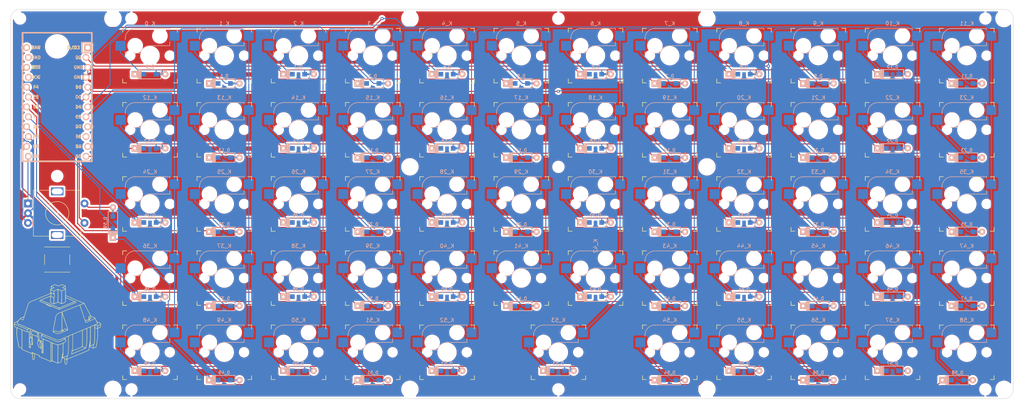
<source format=kicad_pcb>
(kicad_pcb (version 20171130) (host pcbnew "(5.1.9)-1")
  (layers (0 F.Cu signal) (31 B.Cu signal) (34 B.Paste user) (35 F.Paste user) (36 B.SilkS user) (37 F.SilkS user) (38 B.Mask user) (39 F.Mask user) (44 Edge.Cuts user))
  (net 0 "")
  (net 1 col0)
  (net 2 col1)
  (net 3 col2)
  (net 4 col3)
  (net 5 col4)
  (net 6 col5)
  (net 7 row0)
  (net 8 row1)
  (net 9 row2)
  (net 10 row3)
  (net 11 row4)
  (net 12 row5)
  (net 13 "Net-(D_0-Pad2)")
  (net 14 "Net-(D_1-Pad2)")
  (net 15 "Net-(D_2-Pad2)")
  (net 16 "Net-(D_3-Pad2)")
  (net 17 "Net-(D_4-Pad2)")
  (net 18 "Net-(D_5-Pad2)")
  (net 19 "Net-(D_6-Pad2)")
  (net 20 "Net-(D_7-Pad2)")
  (net 21 "Net-(D_8-Pad2)")
  (net 22 "Net-(D_9-Pad2)")
  (net 23 "Net-(D_10-Pad2)")
  (net 24 "Net-(D_11-Pad2)")
  (net 25 "Net-(D_12-Pad2)")
  (net 26 "Net-(D_13-Pad2)")
  (net 27 "Net-(D_14-Pad2)")
  (net 28 "Net-(D_15-Pad2)")
  (net 29 "Net-(D_16-Pad2)")
  (net 30 "Net-(D_17-Pad2)")
  (net 31 "Net-(D_18-Pad2)")
  (net 32 "Net-(D_19-Pad2)")
  (net 33 "Net-(D_20-Pad2)")
  (net 34 "Net-(D_21-Pad2)")
  (net 35 "Net-(D_22-Pad2)")
  (net 36 "Net-(D_23-Pad2)")
  (net 37 "Net-(D_24-Pad2)")
  (net 38 "Net-(D_25-Pad2)")
  (net 39 "Net-(D_26-Pad2)")
  (net 40 "Net-(D_27-Pad2)")
  (net 41 "Net-(D_28-Pad2)")
  (net 42 "Net-(D_29-Pad2)")
  (net 43 "Net-(D_30-Pad2)")
  (net 44 "Net-(D_31-Pad2)")
  (net 45 "Net-(D_32-Pad2)")
  (net 46 "Net-(D_33-Pad2)")
  (net 47 "Net-(D_34-Pad2)")
  (net 48 "Net-(D_35-Pad2)")
  (net 49 "Net-(D_36-Pad2)")
  (net 50 "Net-(D_37-Pad2)")
  (net 51 "Net-(D_38-Pad2)")
  (net 52 "Net-(D_39-Pad2)")
  (net 53 "Net-(D_40-Pad2)")
  (net 54 "Net-(D_41-Pad2)")
  (net 55 "Net-(D_42-Pad2)")
  (net 56 "Net-(D_43-Pad2)")
  (net 57 "Net-(D_44-Pad2)")
  (net 58 "Net-(D_45-Pad2)")
  (net 59 "Net-(D_46-Pad2)")
  (net 60 "Net-(D_47-Pad2)")
  (net 61 "Net-(D_48-Pad2)")
  (net 62 "Net-(D_49-Pad2)")
  (net 63 "Net-(D_50-Pad2)")
  (net 64 "Net-(D_51-Pad2)")
  (net 65 "Net-(D_52-Pad2)")
  (net 66 "Net-(D_53-Pad2)")
  (net 67 "Net-(D_54-Pad2)")
  (net 68 "Net-(D_55-Pad2)")
  (net 69 "Net-(D_56-Pad2)")
  (net 70 "Net-(D_57-Pad2)")
  (net 71 "Net-(D_58-Pad2)")
  (net 72 row6)
  (net 73 row7)
  (net 74 row8)
  (net 75 row9)
  (net 76 /swa2)
  (net 77 "Net-(SW1-Pad1)")
  (net 78 /rotb)
  (net 79 /rota)
  (net 80 "Net-(U1-Pad24)")
  (net 81 "Net-(U1-Pad21)")
  (net 82 GND)
  (net 83 "Net-(U1-Pad23)")
  (net 84 "Net-(U1-Pad9)")
  (net 85 "Net-(U1-Pad10)")
  (net 86 "Net-(U1-Pad11)")
  (module MountingHole:MountingHole_3.5mm (layer F.Cu) (at 273.85 116.684)
    (fp_text reference H20 hide)
    (fp_text value MountingHole)
    (pad 1 np_thru_hole circle (at 0 0) (size 3.5 3.5) (drill 3.5) (layers *.Cu *.Mask))
  )
  (module MountingHole:MountingHole_3.5mm (layer F.Cu) (at 273.85 21.4317)
    (fp_text reference H19 hide)
    (fp_text value MountingHole)
    (pad 1 np_thru_hole circle (at 0 0) (size 3.5 3.5) (drill 3.5) (layers *.Cu *.Mask))
  )
  (module MountingHole:MountingHole_3.5mm (layer F.Cu) (at 197.648 116.684)
    (fp_text reference H18 hide)
    (fp_text value MountingHole)
    (pad 1 np_thru_hole circle (at 0 0) (size 3.5 3.5) (drill 3.5) (layers *.Cu *.Mask))
  )
  (module MountingHole:MountingHole_3.5mm (layer F.Cu) (at 197.648 59.5325)
    (fp_text reference H17 hide)
    (fp_text value MountingHole)
    (pad 1 np_thru_hole circle (at 0 0) (size 3.5 3.5) (drill 3.5) (layers *.Cu *.Mask))
  )
  (module MountingHole:MountingHole_3.5mm (layer F.Cu) (at 197.648 21.4317)
    (fp_text reference H16 hide)
    (fp_text value MountingHole)
    (pad 1 np_thru_hole circle (at 0 0) (size 3.5 3.5) (drill 3.5) (layers *.Cu *.Mask))
  )
  (module MountingHole:MountingHole_3.5mm (layer F.Cu) (at 121.446 116.684)
    (fp_text reference H15 hide)
    (fp_text value MountingHole)
    (pad 1 np_thru_hole circle (at 0 0) (size 3.5 3.5) (drill 3.5) (layers *.Cu *.Mask))
  )
  (module MountingHole:MountingHole_3.5mm (layer F.Cu) (at 121.446 59.5325)
    (fp_text reference H14 hide)
    (fp_text value MountingHole)
    (pad 1 np_thru_hole circle (at 0 0) (size 3.5 3.5) (drill 3.5) (layers *.Cu *.Mask))
  )
  (module MountingHole:MountingHole_3.5mm (layer F.Cu) (at 121.446 21.4317)
    (fp_text reference H13 hide)
    (fp_text value MountingHole)
    (pad 1 np_thru_hole circle (at 0 0) (size 3.5 3.5) (drill 3.5) (layers *.Cu *.Mask))
  )
  (module MountingHole:MountingHole_3.5mm (layer F.Cu) (at 45.2447 116.684)
    (fp_text reference H12 hide)
    (fp_text value MountingHole)
    (pad 1 np_thru_hole circle (at 0 0) (size 3.5 3.5) (drill 3.5) (layers *.Cu *.Mask))
  )
  (module MountingHole:MountingHole_3.5mm (layer F.Cu) (at 45.2447 21.4317)
    (fp_text reference H11 hide)
    (fp_text value MountingHole)
    (pad 1 np_thru_hole circle (at 0 0) (size 3.5 3.5) (drill 3.5) (layers *.Cu *.Mask))
  )
  (module MountingHole:MountingHole_5.3mm_M5 (layer F.Cu) (at 30.9569 28.5756)
    (fp_text reference BatteryHole1 hide)
    (fp_text value MountingHole)
    (pad 1 np_thru_hole circle (at 0 0) (size 5.3 5.3) (drill 5.3) (layers *.Cu *.Mask))
  )
  (module BMP:a (layer F.Cu) (at 30.9569 100.015)
    (fp_text reference G*** hide)
    (fp_text value LOGO hide)
  )
  (module MountingHole:MountingHole_2.2mm_M2 (layer F.Cu) (at 269.087 116.684)
    (fp_text reference H10 hide)
    (fp_text value MountingHole)
    (pad 1 np_thru_hole circle (at 0 0) (size 2.2 2.2) (drill 2.2) (layers *.Cu *.Mask))
  )
  (module MountingHole:MountingHole_2.2mm_M2 (layer F.Cu) (at 269.087 21.4317)
    (fp_text reference H9 hide)
    (fp_text value MountingHole)
    (pad 1 np_thru_hole circle (at 0 0) (size 2.2 2.2) (drill 2.2) (layers *.Cu *.Mask))
  )
  (module MountingHole:MountingHole_2.2mm_M2 (layer F.Cu) (at 159.547 116.684)
    (fp_text reference H8 hide)
    (fp_text value MountingHole)
    (pad 1 np_thru_hole circle (at 0 0) (size 2.2 2.2) (drill 2.2) (layers *.Cu *.Mask))
  )
  (module MountingHole:MountingHole_2.2mm_M2 (layer F.Cu) (at 159.547 59.5325)
    (fp_text reference H7 hide)
    (fp_text value MountingHole)
    (pad 1 np_thru_hole circle (at 0 0) (size 2.2 2.2) (drill 2.2) (layers *.Cu *.Mask))
  )
  (module MountingHole:MountingHole_2.2mm_M2 (layer F.Cu) (at 159.547 21.4317)
    (fp_text reference H6 hide)
    (fp_text value MountingHole)
    (pad 1 np_thru_hole circle (at 0 0) (size 2.2 2.2) (drill 2.2) (layers *.Cu *.Mask))
  )
  (module MountingHole:MountingHole_2.2mm_M2 (layer F.Cu) (at 50.0073 116.684)
    (fp_text reference H5 hide)
    (fp_text value MountingHole)
    (pad 1 np_thru_hole circle (at 0 0) (size 2.2 2.2) (drill 2.2) (layers *.Cu *.Mask))
  )
  (module MountingHole:MountingHole_2.2mm_M2 (layer F.Cu) (at 50.0073 21.4317)
    (fp_text reference H4 hide)
    (fp_text value MountingHole)
    (pad 1 np_thru_hole circle (at 0 0) (size 2.2 2.2) (drill 2.2) (layers *.Cu *.Mask))
  )
  (module MountingHole:MountingHole_2.2mm_M2 (layer F.Cu) (at 30.9569 61.9138)
    (fp_text reference H3 hide)
    (fp_text value MountingHole)
    (pad 1 np_thru_hole circle (at 0 0) (size 2.2 2.2) (drill 2.2) (layers *.Cu *.Mask))
  )
  (module MountingHole:MountingHole_2.2mm_M2 (layer F.Cu) (at 21.4317 116.684)
    (fp_text reference H2 hide)
    (fp_text value MountingHole)
    (pad 1 np_thru_hole circle (at 0 0) (size 2.2 2.2) (drill 2.2) (layers *.Cu *.Mask))
  )
  (module MountingHole:MountingHole_2.2mm_M2 (layer F.Cu) (at 21.4317 21.4317)
    (fp_text reference H1 hide)
    (fp_text value MountingHole)
    (pad 1 np_thru_hole circle (at 0 0) (size 2.2 2.2) (drill 2.2) (layers *.Cu *.Mask))
  )
  (module keyboard_parts:D_SOD123_axial (layer B.Cu) (at 45.2447 73.8203 90)
    (fp_text reference D_59 (at 0 -1.925 270) (layer B.SilkS) (effects (font (size 0.8 0.8)) (justify mirror)))
    (fp_text value D hide)
    (pad 2 smd rect (at 2.7 0 90) (size 2.5 0.5) (layers B.Cu) (net 76 /swa2))
    (pad 1 smd rect (at -2.7 0 90) (size 2.5 0.5) (layers B.Cu) (net 75 row9))
    (pad 2 thru_hole circle (at 3.9 0 90) (size 1.6 1.6) (drill 0.7) (layers *.Cu *.Mask B.SilkS) (net 76 /swa2))
    (pad 1 thru_hole rect (at -3.9 0 90) (size 1.6 1.6) (drill 0.7) (layers *.Cu *.Mask B.SilkS) (net 75 row9))
    (pad 1 smd rect (at -1.575 0 90) (size 1.2 1.2) (layers B.Cu B.Paste B.Mask) (net 75 row9))
    (pad 2 smd rect (at 1.575 0 90) (size 1.2 1.2) (layers B.Cu B.Paste B.Mask) (net 76 /swa2))
  )
  (module keyboard_parts:D_SOD123_axial (layer B.Cu) (at 261.943 114.302)
    (fp_text reference D_58 (at 0 -1.925) (layer B.SilkS) (effects (font (size 0.8 0.8)) (justify mirror)))
    (fp_text value D hide)
    (pad 2 smd rect (at 2.7 0) (size 2.5 0.5) (layers B.Cu) (net 71 "Net-(D_58-Pad2)"))
    (pad 1 smd rect (at -2.7 0) (size 2.5 0.5) (layers B.Cu) (net 75 row9))
    (pad 2 thru_hole circle (at 3.9 0) (size 1.6 1.6) (drill 0.7) (layers *.Cu *.Mask B.SilkS) (net 71 "Net-(D_58-Pad2)"))
    (pad 1 thru_hole rect (at -3.9 0) (size 1.6 1.6) (drill 0.7) (layers *.Cu *.Mask B.SilkS) (net 75 row9))
    (pad 1 smd rect (at -1.575 0) (size 1.2 1.2) (layers B.Cu B.Paste B.Mask) (net 75 row9))
    (pad 2 smd rect (at 1.575 0) (size 1.2 1.2) (layers B.Cu B.Paste B.Mask) (net 71 "Net-(D_58-Pad2)"))
  )
  (module keyboard_parts:D_SOD123_axial (layer B.Cu) (at 245.274 111.921)
    (fp_text reference D_57 (at 0 -1.925) (layer B.SilkS) (effects (font (size 0.8 0.8)) (justify mirror)))
    (fp_text value D hide)
    (pad 2 smd rect (at 2.7 0) (size 2.5 0.5) (layers B.Cu) (net 70 "Net-(D_57-Pad2)"))
    (pad 1 smd rect (at -2.7 0) (size 2.5 0.5) (layers B.Cu) (net 74 row8))
    (pad 2 thru_hole circle (at 3.9 0) (size 1.6 1.6) (drill 0.7) (layers *.Cu *.Mask B.SilkS) (net 70 "Net-(D_57-Pad2)"))
    (pad 1 thru_hole rect (at -3.9 0) (size 1.6 1.6) (drill 0.7) (layers *.Cu *.Mask B.SilkS) (net 74 row8))
    (pad 1 smd rect (at -1.575 0) (size 1.2 1.2) (layers B.Cu B.Paste B.Mask) (net 74 row8))
    (pad 2 smd rect (at 1.575 0) (size 1.2 1.2) (layers B.Cu B.Paste B.Mask) (net 70 "Net-(D_57-Pad2)"))
  )
  (module keyboard_parts:D_SOD123_axial (layer B.Cu) (at 226.224 114.302)
    (fp_text reference D_56 (at 0 -1.925) (layer B.SilkS) (effects (font (size 0.8 0.8)) (justify mirror)))
    (fp_text value D hide)
    (pad 2 smd rect (at 2.7 0) (size 2.5 0.5) (layers B.Cu) (net 69 "Net-(D_56-Pad2)"))
    (pad 1 smd rect (at -2.7 0) (size 2.5 0.5) (layers B.Cu) (net 75 row9))
    (pad 2 thru_hole circle (at 3.9 0) (size 1.6 1.6) (drill 0.7) (layers *.Cu *.Mask B.SilkS) (net 69 "Net-(D_56-Pad2)"))
    (pad 1 thru_hole rect (at -3.9 0) (size 1.6 1.6) (drill 0.7) (layers *.Cu *.Mask B.SilkS) (net 75 row9))
    (pad 1 smd rect (at -1.575 0) (size 1.2 1.2) (layers B.Cu B.Paste B.Mask) (net 75 row9))
    (pad 2 smd rect (at 1.575 0) (size 1.2 1.2) (layers B.Cu B.Paste B.Mask) (net 69 "Net-(D_56-Pad2)"))
  )
  (module keyboard_parts:D_SOD123_axial (layer B.Cu) (at 207.173 111.921)
    (fp_text reference D_55 (at 0 -1.925) (layer B.SilkS) (effects (font (size 0.8 0.8)) (justify mirror)))
    (fp_text value D hide)
    (pad 2 smd rect (at 2.7 0) (size 2.5 0.5) (layers B.Cu) (net 68 "Net-(D_55-Pad2)"))
    (pad 1 smd rect (at -2.7 0) (size 2.5 0.5) (layers B.Cu) (net 74 row8))
    (pad 2 thru_hole circle (at 3.9 0) (size 1.6 1.6) (drill 0.7) (layers *.Cu *.Mask B.SilkS) (net 68 "Net-(D_55-Pad2)"))
    (pad 1 thru_hole rect (at -3.9 0) (size 1.6 1.6) (drill 0.7) (layers *.Cu *.Mask B.SilkS) (net 74 row8))
    (pad 1 smd rect (at -1.575 0) (size 1.2 1.2) (layers B.Cu B.Paste B.Mask) (net 74 row8))
    (pad 2 smd rect (at 1.575 0) (size 1.2 1.2) (layers B.Cu B.Paste B.Mask) (net 68 "Net-(D_55-Pad2)"))
  )
  (module keyboard_parts:D_SOD123_axial (layer B.Cu) (at 188.123 114.302)
    (fp_text reference D_54 (at 0 -1.925) (layer B.SilkS) (effects (font (size 0.8 0.8)) (justify mirror)))
    (fp_text value D hide)
    (pad 2 smd rect (at 2.7 0) (size 2.5 0.5) (layers B.Cu) (net 67 "Net-(D_54-Pad2)"))
    (pad 1 smd rect (at -2.7 0) (size 2.5 0.5) (layers B.Cu) (net 75 row9))
    (pad 2 thru_hole circle (at 3.9 0) (size 1.6 1.6) (drill 0.7) (layers *.Cu *.Mask B.SilkS) (net 67 "Net-(D_54-Pad2)"))
    (pad 1 thru_hole rect (at -3.9 0) (size 1.6 1.6) (drill 0.7) (layers *.Cu *.Mask B.SilkS) (net 75 row9))
    (pad 1 smd rect (at -1.575 0) (size 1.2 1.2) (layers B.Cu B.Paste B.Mask) (net 75 row9))
    (pad 2 smd rect (at 1.575 0) (size 1.2 1.2) (layers B.Cu B.Paste B.Mask) (net 67 "Net-(D_54-Pad2)"))
  )
  (module keyboard_parts:D_SOD123_axial (layer B.Cu) (at 159.547 111.921)
    (fp_text reference D_53 (at 0 -1.925) (layer B.SilkS) (effects (font (size 0.8 0.8)) (justify mirror)))
    (fp_text value D hide)
    (pad 2 smd rect (at 2.7 0) (size 2.5 0.5) (layers B.Cu) (net 66 "Net-(D_53-Pad2)"))
    (pad 1 smd rect (at -2.7 0) (size 2.5 0.5) (layers B.Cu) (net 74 row8))
    (pad 2 thru_hole circle (at 3.9 0) (size 1.6 1.6) (drill 0.7) (layers *.Cu *.Mask B.SilkS) (net 66 "Net-(D_53-Pad2)"))
    (pad 1 thru_hole rect (at -3.9 0) (size 1.6 1.6) (drill 0.7) (layers *.Cu *.Mask B.SilkS) (net 74 row8))
    (pad 1 smd rect (at -1.575 0) (size 1.2 1.2) (layers B.Cu B.Paste B.Mask) (net 74 row8))
    (pad 2 smd rect (at 1.575 0) (size 1.2 1.2) (layers B.Cu B.Paste B.Mask) (net 66 "Net-(D_53-Pad2)"))
  )
  (module keyboard_parts:D_SOD123_axial (layer B.Cu) (at 130.972 111.921)
    (fp_text reference D_52 (at 0 -1.925) (layer B.SilkS) (effects (font (size 0.8 0.8)) (justify mirror)))
    (fp_text value D hide)
    (pad 2 smd rect (at 2.7 0) (size 2.5 0.5) (layers B.Cu) (net 65 "Net-(D_52-Pad2)"))
    (pad 1 smd rect (at -2.7 0) (size 2.5 0.5) (layers B.Cu) (net 74 row8))
    (pad 2 thru_hole circle (at 3.9 0) (size 1.6 1.6) (drill 0.7) (layers *.Cu *.Mask B.SilkS) (net 65 "Net-(D_52-Pad2)"))
    (pad 1 thru_hole rect (at -3.9 0) (size 1.6 1.6) (drill 0.7) (layers *.Cu *.Mask B.SilkS) (net 74 row8))
    (pad 1 smd rect (at -1.575 0) (size 1.2 1.2) (layers B.Cu B.Paste B.Mask) (net 74 row8))
    (pad 2 smd rect (at 1.575 0) (size 1.2 1.2) (layers B.Cu B.Paste B.Mask) (net 65 "Net-(D_52-Pad2)"))
  )
  (module keyboard_parts:D_SOD123_axial (layer B.Cu) (at 111.921 114.302)
    (fp_text reference D_51 (at 0 -1.925) (layer B.SilkS) (effects (font (size 0.8 0.8)) (justify mirror)))
    (fp_text value D hide)
    (pad 2 smd rect (at 2.7 0) (size 2.5 0.5) (layers B.Cu) (net 64 "Net-(D_51-Pad2)"))
    (pad 1 smd rect (at -2.7 0) (size 2.5 0.5) (layers B.Cu) (net 75 row9))
    (pad 2 thru_hole circle (at 3.9 0) (size 1.6 1.6) (drill 0.7) (layers *.Cu *.Mask B.SilkS) (net 64 "Net-(D_51-Pad2)"))
    (pad 1 thru_hole rect (at -3.9 0) (size 1.6 1.6) (drill 0.7) (layers *.Cu *.Mask B.SilkS) (net 75 row9))
    (pad 1 smd rect (at -1.575 0) (size 1.2 1.2) (layers B.Cu B.Paste B.Mask) (net 75 row9))
    (pad 2 smd rect (at 1.575 0) (size 1.2 1.2) (layers B.Cu B.Paste B.Mask) (net 64 "Net-(D_51-Pad2)"))
  )
  (module keyboard_parts:D_SOD123_axial (layer B.Cu) (at 92.8707 111.921)
    (fp_text reference D_50 (at 0 -1.925) (layer B.SilkS) (effects (font (size 0.8 0.8)) (justify mirror)))
    (fp_text value D hide)
    (pad 2 smd rect (at 2.7 0) (size 2.5 0.5) (layers B.Cu) (net 63 "Net-(D_50-Pad2)"))
    (pad 1 smd rect (at -2.7 0) (size 2.5 0.5) (layers B.Cu) (net 74 row8))
    (pad 2 thru_hole circle (at 3.9 0) (size 1.6 1.6) (drill 0.7) (layers *.Cu *.Mask B.SilkS) (net 63 "Net-(D_50-Pad2)"))
    (pad 1 thru_hole rect (at -3.9 0) (size 1.6 1.6) (drill 0.7) (layers *.Cu *.Mask B.SilkS) (net 74 row8))
    (pad 1 smd rect (at -1.575 0) (size 1.2 1.2) (layers B.Cu B.Paste B.Mask) (net 74 row8))
    (pad 2 smd rect (at 1.575 0) (size 1.2 1.2) (layers B.Cu B.Paste B.Mask) (net 63 "Net-(D_50-Pad2)"))
  )
  (module keyboard_parts:D_SOD123_axial (layer B.Cu) (at 73.8203 114.302)
    (fp_text reference D_49 (at 0 -1.925) (layer B.SilkS) (effects (font (size 0.8 0.8)) (justify mirror)))
    (fp_text value D hide)
    (pad 2 smd rect (at 2.7 0) (size 2.5 0.5) (layers B.Cu) (net 62 "Net-(D_49-Pad2)"))
    (pad 1 smd rect (at -2.7 0) (size 2.5 0.5) (layers B.Cu) (net 75 row9))
    (pad 2 thru_hole circle (at 3.9 0) (size 1.6 1.6) (drill 0.7) (layers *.Cu *.Mask B.SilkS) (net 62 "Net-(D_49-Pad2)"))
    (pad 1 thru_hole rect (at -3.9 0) (size 1.6 1.6) (drill 0.7) (layers *.Cu *.Mask B.SilkS) (net 75 row9))
    (pad 1 smd rect (at -1.575 0) (size 1.2 1.2) (layers B.Cu B.Paste B.Mask) (net 75 row9))
    (pad 2 smd rect (at 1.575 0) (size 1.2 1.2) (layers B.Cu B.Paste B.Mask) (net 62 "Net-(D_49-Pad2)"))
  )
  (module keyboard_parts:D_SOD123_axial (layer B.Cu) (at 54.7699 111.921)
    (fp_text reference D_48 (at 0 -1.925) (layer B.SilkS) (effects (font (size 0.8 0.8)) (justify mirror)))
    (fp_text value D hide)
    (pad 2 smd rect (at 2.7 0) (size 2.5 0.5) (layers B.Cu) (net 61 "Net-(D_48-Pad2)"))
    (pad 1 smd rect (at -2.7 0) (size 2.5 0.5) (layers B.Cu) (net 74 row8))
    (pad 2 thru_hole circle (at 3.9 0) (size 1.6 1.6) (drill 0.7) (layers *.Cu *.Mask B.SilkS) (net 61 "Net-(D_48-Pad2)"))
    (pad 1 thru_hole rect (at -3.9 0) (size 1.6 1.6) (drill 0.7) (layers *.Cu *.Mask B.SilkS) (net 74 row8))
    (pad 1 smd rect (at -1.575 0) (size 1.2 1.2) (layers B.Cu B.Paste B.Mask) (net 74 row8))
    (pad 2 smd rect (at 1.575 0) (size 1.2 1.2) (layers B.Cu B.Paste B.Mask) (net 61 "Net-(D_48-Pad2)"))
  )
  (module keyboard_parts:D_SOD123_axial (layer B.Cu) (at 264.324 95.252)
    (fp_text reference D_47 (at 0 -1.925) (layer B.SilkS) (effects (font (size 0.8 0.8)) (justify mirror)))
    (fp_text value D hide)
    (pad 2 smd rect (at 2.7 0) (size 2.5 0.5) (layers B.Cu) (net 60 "Net-(D_47-Pad2)"))
    (pad 1 smd rect (at -2.7 0) (size 2.5 0.5) (layers B.Cu) (net 73 row7))
    (pad 2 thru_hole circle (at 3.9 0) (size 1.6 1.6) (drill 0.7) (layers *.Cu *.Mask B.SilkS) (net 60 "Net-(D_47-Pad2)"))
    (pad 1 thru_hole rect (at -3.9 0) (size 1.6 1.6) (drill 0.7) (layers *.Cu *.Mask B.SilkS) (net 73 row7))
    (pad 1 smd rect (at -1.575 0) (size 1.2 1.2) (layers B.Cu B.Paste B.Mask) (net 73 row7))
    (pad 2 smd rect (at 1.575 0) (size 1.2 1.2) (layers B.Cu B.Paste B.Mask) (net 60 "Net-(D_47-Pad2)"))
  )
  (module keyboard_parts:D_SOD123_axial (layer B.Cu) (at 245.274 92.8707)
    (fp_text reference D_46 (at 0 -1.925) (layer B.SilkS) (effects (font (size 0.8 0.8)) (justify mirror)))
    (fp_text value D hide)
    (pad 2 smd rect (at 2.7 0) (size 2.5 0.5) (layers B.Cu) (net 59 "Net-(D_46-Pad2)"))
    (pad 1 smd rect (at -2.7 0) (size 2.5 0.5) (layers B.Cu) (net 72 row6))
    (pad 2 thru_hole circle (at 3.9 0) (size 1.6 1.6) (drill 0.7) (layers *.Cu *.Mask B.SilkS) (net 59 "Net-(D_46-Pad2)"))
    (pad 1 thru_hole rect (at -3.9 0) (size 1.6 1.6) (drill 0.7) (layers *.Cu *.Mask B.SilkS) (net 72 row6))
    (pad 1 smd rect (at -1.575 0) (size 1.2 1.2) (layers B.Cu B.Paste B.Mask) (net 72 row6))
    (pad 2 smd rect (at 1.575 0) (size 1.2 1.2) (layers B.Cu B.Paste B.Mask) (net 59 "Net-(D_46-Pad2)"))
  )
  (module keyboard_parts:D_SOD123_axial (layer B.Cu) (at 226.224 95.252)
    (fp_text reference D_45 (at 0 -1.925) (layer B.SilkS) (effects (font (size 0.8 0.8)) (justify mirror)))
    (fp_text value D hide)
    (pad 2 smd rect (at 2.7 0) (size 2.5 0.5) (layers B.Cu) (net 58 "Net-(D_45-Pad2)"))
    (pad 1 smd rect (at -2.7 0) (size 2.5 0.5) (layers B.Cu) (net 73 row7))
    (pad 2 thru_hole circle (at 3.9 0) (size 1.6 1.6) (drill 0.7) (layers *.Cu *.Mask B.SilkS) (net 58 "Net-(D_45-Pad2)"))
    (pad 1 thru_hole rect (at -3.9 0) (size 1.6 1.6) (drill 0.7) (layers *.Cu *.Mask B.SilkS) (net 73 row7))
    (pad 1 smd rect (at -1.575 0) (size 1.2 1.2) (layers B.Cu B.Paste B.Mask) (net 73 row7))
    (pad 2 smd rect (at 1.575 0) (size 1.2 1.2) (layers B.Cu B.Paste B.Mask) (net 58 "Net-(D_45-Pad2)"))
  )
  (module keyboard_parts:D_SOD123_axial (layer B.Cu) (at 207.173 92.8707)
    (fp_text reference D_44 (at 0 -1.925) (layer B.SilkS) (effects (font (size 0.8 0.8)) (justify mirror)))
    (fp_text value D hide)
    (pad 2 smd rect (at 2.7 0) (size 2.5 0.5) (layers B.Cu) (net 57 "Net-(D_44-Pad2)"))
    (pad 1 smd rect (at -2.7 0) (size 2.5 0.5) (layers B.Cu) (net 72 row6))
    (pad 2 thru_hole circle (at 3.9 0) (size 1.6 1.6) (drill 0.7) (layers *.Cu *.Mask B.SilkS) (net 57 "Net-(D_44-Pad2)"))
    (pad 1 thru_hole rect (at -3.9 0) (size 1.6 1.6) (drill 0.7) (layers *.Cu *.Mask B.SilkS) (net 72 row6))
    (pad 1 smd rect (at -1.575 0) (size 1.2 1.2) (layers B.Cu B.Paste B.Mask) (net 72 row6))
    (pad 2 smd rect (at 1.575 0) (size 1.2 1.2) (layers B.Cu B.Paste B.Mask) (net 57 "Net-(D_44-Pad2)"))
  )
  (module keyboard_parts:D_SOD123_axial (layer B.Cu) (at 188.123 95.252)
    (fp_text reference D_43 (at 0 -1.925) (layer B.SilkS) (effects (font (size 0.8 0.8)) (justify mirror)))
    (fp_text value D hide)
    (pad 2 smd rect (at 2.7 0) (size 2.5 0.5) (layers B.Cu) (net 56 "Net-(D_43-Pad2)"))
    (pad 1 smd rect (at -2.7 0) (size 2.5 0.5) (layers B.Cu) (net 73 row7))
    (pad 2 thru_hole circle (at 3.9 0) (size 1.6 1.6) (drill 0.7) (layers *.Cu *.Mask B.SilkS) (net 56 "Net-(D_43-Pad2)"))
    (pad 1 thru_hole rect (at -3.9 0) (size 1.6 1.6) (drill 0.7) (layers *.Cu *.Mask B.SilkS) (net 73 row7))
    (pad 1 smd rect (at -1.575 0) (size 1.2 1.2) (layers B.Cu B.Paste B.Mask) (net 73 row7))
    (pad 2 smd rect (at 1.575 0) (size 1.2 1.2) (layers B.Cu B.Paste B.Mask) (net 56 "Net-(D_43-Pad2)"))
  )
  (module keyboard_parts:D_SOD123_axial (layer B.Cu) (at 169.072 92.8707)
    (fp_text reference D_42 (at 0 -1.925) (layer B.SilkS) (effects (font (size 0.8 0.8)) (justify mirror)))
    (fp_text value D hide)
    (pad 2 smd rect (at 2.7 0) (size 2.5 0.5) (layers B.Cu) (net 55 "Net-(D_42-Pad2)"))
    (pad 1 smd rect (at -2.7 0) (size 2.5 0.5) (layers B.Cu) (net 72 row6))
    (pad 2 thru_hole circle (at 3.9 0) (size 1.6 1.6) (drill 0.7) (layers *.Cu *.Mask B.SilkS) (net 55 "Net-(D_42-Pad2)"))
    (pad 1 thru_hole rect (at -3.9 0) (size 1.6 1.6) (drill 0.7) (layers *.Cu *.Mask B.SilkS) (net 72 row6))
    (pad 1 smd rect (at -1.575 0) (size 1.2 1.2) (layers B.Cu B.Paste B.Mask) (net 72 row6))
    (pad 2 smd rect (at 1.575 0) (size 1.2 1.2) (layers B.Cu B.Paste B.Mask) (net 55 "Net-(D_42-Pad2)"))
  )
  (module keyboard_parts:D_SOD123_axial (layer B.Cu) (at 150.022 95.252)
    (fp_text reference D_41 (at 0 -1.925) (layer B.SilkS) (effects (font (size 0.8 0.8)) (justify mirror)))
    (fp_text value D hide)
    (pad 2 smd rect (at 2.7 0) (size 2.5 0.5) (layers B.Cu) (net 54 "Net-(D_41-Pad2)"))
    (pad 1 smd rect (at -2.7 0) (size 2.5 0.5) (layers B.Cu) (net 73 row7))
    (pad 2 thru_hole circle (at 3.9 0) (size 1.6 1.6) (drill 0.7) (layers *.Cu *.Mask B.SilkS) (net 54 "Net-(D_41-Pad2)"))
    (pad 1 thru_hole rect (at -3.9 0) (size 1.6 1.6) (drill 0.7) (layers *.Cu *.Mask B.SilkS) (net 73 row7))
    (pad 1 smd rect (at -1.575 0) (size 1.2 1.2) (layers B.Cu B.Paste B.Mask) (net 73 row7))
    (pad 2 smd rect (at 1.575 0) (size 1.2 1.2) (layers B.Cu B.Paste B.Mask) (net 54 "Net-(D_41-Pad2)"))
  )
  (module keyboard_parts:D_SOD123_axial (layer B.Cu) (at 130.972 92.8707)
    (fp_text reference D_40 (at 0 -1.925) (layer B.SilkS) (effects (font (size 0.8 0.8)) (justify mirror)))
    (fp_text value D hide)
    (pad 2 smd rect (at 2.7 0) (size 2.5 0.5) (layers B.Cu) (net 53 "Net-(D_40-Pad2)"))
    (pad 1 smd rect (at -2.7 0) (size 2.5 0.5) (layers B.Cu) (net 72 row6))
    (pad 2 thru_hole circle (at 3.9 0) (size 1.6 1.6) (drill 0.7) (layers *.Cu *.Mask B.SilkS) (net 53 "Net-(D_40-Pad2)"))
    (pad 1 thru_hole rect (at -3.9 0) (size 1.6 1.6) (drill 0.7) (layers *.Cu *.Mask B.SilkS) (net 72 row6))
    (pad 1 smd rect (at -1.575 0) (size 1.2 1.2) (layers B.Cu B.Paste B.Mask) (net 72 row6))
    (pad 2 smd rect (at 1.575 0) (size 1.2 1.2) (layers B.Cu B.Paste B.Mask) (net 53 "Net-(D_40-Pad2)"))
  )
  (module keyboard_parts:D_SOD123_axial (layer B.Cu) (at 111.921 95.252)
    (fp_text reference D_39 (at 0 -1.925) (layer B.SilkS) (effects (font (size 0.8 0.8)) (justify mirror)))
    (fp_text value D hide)
    (pad 2 smd rect (at 2.7 0) (size 2.5 0.5) (layers B.Cu) (net 52 "Net-(D_39-Pad2)"))
    (pad 1 smd rect (at -2.7 0) (size 2.5 0.5) (layers B.Cu) (net 73 row7))
    (pad 2 thru_hole circle (at 3.9 0) (size 1.6 1.6) (drill 0.7) (layers *.Cu *.Mask B.SilkS) (net 52 "Net-(D_39-Pad2)"))
    (pad 1 thru_hole rect (at -3.9 0) (size 1.6 1.6) (drill 0.7) (layers *.Cu *.Mask B.SilkS) (net 73 row7))
    (pad 1 smd rect (at -1.575 0) (size 1.2 1.2) (layers B.Cu B.Paste B.Mask) (net 73 row7))
    (pad 2 smd rect (at 1.575 0) (size 1.2 1.2) (layers B.Cu B.Paste B.Mask) (net 52 "Net-(D_39-Pad2)"))
  )
  (module keyboard_parts:D_SOD123_axial (layer B.Cu) (at 92.8707 92.8707)
    (fp_text reference D_38 (at 0 -1.925) (layer B.SilkS) (effects (font (size 0.8 0.8)) (justify mirror)))
    (fp_text value D hide)
    (pad 2 smd rect (at 2.7 0) (size 2.5 0.5) (layers B.Cu) (net 51 "Net-(D_38-Pad2)"))
    (pad 1 smd rect (at -2.7 0) (size 2.5 0.5) (layers B.Cu) (net 72 row6))
    (pad 2 thru_hole circle (at 3.9 0) (size 1.6 1.6) (drill 0.7) (layers *.Cu *.Mask B.SilkS) (net 51 "Net-(D_38-Pad2)"))
    (pad 1 thru_hole rect (at -3.9 0) (size 1.6 1.6) (drill 0.7) (layers *.Cu *.Mask B.SilkS) (net 72 row6))
    (pad 1 smd rect (at -1.575 0) (size 1.2 1.2) (layers B.Cu B.Paste B.Mask) (net 72 row6))
    (pad 2 smd rect (at 1.575 0) (size 1.2 1.2) (layers B.Cu B.Paste B.Mask) (net 51 "Net-(D_38-Pad2)"))
  )
  (module keyboard_parts:D_SOD123_axial (layer B.Cu) (at 73.8203 95.252)
    (fp_text reference D_37 (at 0 -1.925) (layer B.SilkS) (effects (font (size 0.8 0.8)) (justify mirror)))
    (fp_text value D hide)
    (pad 2 smd rect (at 2.7 0) (size 2.5 0.5) (layers B.Cu) (net 50 "Net-(D_37-Pad2)"))
    (pad 1 smd rect (at -2.7 0) (size 2.5 0.5) (layers B.Cu) (net 73 row7))
    (pad 2 thru_hole circle (at 3.9 0) (size 1.6 1.6) (drill 0.7) (layers *.Cu *.Mask B.SilkS) (net 50 "Net-(D_37-Pad2)"))
    (pad 1 thru_hole rect (at -3.9 0) (size 1.6 1.6) (drill 0.7) (layers *.Cu *.Mask B.SilkS) (net 73 row7))
    (pad 1 smd rect (at -1.575 0) (size 1.2 1.2) (layers B.Cu B.Paste B.Mask) (net 73 row7))
    (pad 2 smd rect (at 1.575 0) (size 1.2 1.2) (layers B.Cu B.Paste B.Mask) (net 50 "Net-(D_37-Pad2)"))
  )
  (module keyboard_parts:D_SOD123_axial (layer B.Cu) (at 54.7699 92.8707)
    (fp_text reference D_36 (at 0 -1.925) (layer B.SilkS) (effects (font (size 0.8 0.8)) (justify mirror)))
    (fp_text value D hide)
    (pad 2 smd rect (at 2.7 0) (size 2.5 0.5) (layers B.Cu) (net 49 "Net-(D_36-Pad2)"))
    (pad 1 smd rect (at -2.7 0) (size 2.5 0.5) (layers B.Cu) (net 72 row6))
    (pad 2 thru_hole circle (at 3.9 0) (size 1.6 1.6) (drill 0.7) (layers *.Cu *.Mask B.SilkS) (net 49 "Net-(D_36-Pad2)"))
    (pad 1 thru_hole rect (at -3.9 0) (size 1.6 1.6) (drill 0.7) (layers *.Cu *.Mask B.SilkS) (net 72 row6))
    (pad 1 smd rect (at -1.575 0) (size 1.2 1.2) (layers B.Cu B.Paste B.Mask) (net 72 row6))
    (pad 2 smd rect (at 1.575 0) (size 1.2 1.2) (layers B.Cu B.Paste B.Mask) (net 49 "Net-(D_36-Pad2)"))
  )
  (module keyboard_parts:D_SOD123_axial (layer B.Cu) (at 264.324 76.2016)
    (fp_text reference D_35 (at 0 -1.925) (layer B.SilkS) (effects (font (size 0.8 0.8)) (justify mirror)))
    (fp_text value D hide)
    (pad 2 smd rect (at 2.7 0) (size 2.5 0.5) (layers B.Cu) (net 48 "Net-(D_35-Pad2)"))
    (pad 1 smd rect (at -2.7 0) (size 2.5 0.5) (layers B.Cu) (net 12 row5))
    (pad 2 thru_hole circle (at 3.9 0) (size 1.6 1.6) (drill 0.7) (layers *.Cu *.Mask B.SilkS) (net 48 "Net-(D_35-Pad2)"))
    (pad 1 thru_hole rect (at -3.9 0) (size 1.6 1.6) (drill 0.7) (layers *.Cu *.Mask B.SilkS) (net 12 row5))
    (pad 1 smd rect (at -1.575 0) (size 1.2 1.2) (layers B.Cu B.Paste B.Mask) (net 12 row5))
    (pad 2 smd rect (at 1.575 0) (size 1.2 1.2) (layers B.Cu B.Paste B.Mask) (net 48 "Net-(D_35-Pad2)"))
  )
  (module keyboard_parts:D_SOD123_axial (layer B.Cu) (at 245.274 73.8203)
    (fp_text reference D_34 (at 0 -1.925) (layer B.SilkS) (effects (font (size 0.8 0.8)) (justify mirror)))
    (fp_text value D hide)
    (pad 2 smd rect (at 2.7 0) (size 2.5 0.5) (layers B.Cu) (net 47 "Net-(D_34-Pad2)"))
    (pad 1 smd rect (at -2.7 0) (size 2.5 0.5) (layers B.Cu) (net 11 row4))
    (pad 2 thru_hole circle (at 3.9 0) (size 1.6 1.6) (drill 0.7) (layers *.Cu *.Mask B.SilkS) (net 47 "Net-(D_34-Pad2)"))
    (pad 1 thru_hole rect (at -3.9 0) (size 1.6 1.6) (drill 0.7) (layers *.Cu *.Mask B.SilkS) (net 11 row4))
    (pad 1 smd rect (at -1.575 0) (size 1.2 1.2) (layers B.Cu B.Paste B.Mask) (net 11 row4))
    (pad 2 smd rect (at 1.575 0) (size 1.2 1.2) (layers B.Cu B.Paste B.Mask) (net 47 "Net-(D_34-Pad2)"))
  )
  (module keyboard_parts:D_SOD123_axial (layer B.Cu) (at 226.224 76.2016)
    (fp_text reference D_33 (at 0 -1.925) (layer B.SilkS) (effects (font (size 0.8 0.8)) (justify mirror)))
    (fp_text value D hide)
    (pad 2 smd rect (at 2.7 0) (size 2.5 0.5) (layers B.Cu) (net 46 "Net-(D_33-Pad2)"))
    (pad 1 smd rect (at -2.7 0) (size 2.5 0.5) (layers B.Cu) (net 12 row5))
    (pad 2 thru_hole circle (at 3.9 0) (size 1.6 1.6) (drill 0.7) (layers *.Cu *.Mask B.SilkS) (net 46 "Net-(D_33-Pad2)"))
    (pad 1 thru_hole rect (at -3.9 0) (size 1.6 1.6) (drill 0.7) (layers *.Cu *.Mask B.SilkS) (net 12 row5))
    (pad 1 smd rect (at -1.575 0) (size 1.2 1.2) (layers B.Cu B.Paste B.Mask) (net 12 row5))
    (pad 2 smd rect (at 1.575 0) (size 1.2 1.2) (layers B.Cu B.Paste B.Mask) (net 46 "Net-(D_33-Pad2)"))
  )
  (module keyboard_parts:D_SOD123_axial (layer B.Cu) (at 207.173 73.8203)
    (fp_text reference D_32 (at 0 -1.925) (layer B.SilkS) (effects (font (size 0.8 0.8)) (justify mirror)))
    (fp_text value D hide)
    (pad 2 smd rect (at 2.7 0) (size 2.5 0.5) (layers B.Cu) (net 45 "Net-(D_32-Pad2)"))
    (pad 1 smd rect (at -2.7 0) (size 2.5 0.5) (layers B.Cu) (net 11 row4))
    (pad 2 thru_hole circle (at 3.9 0) (size 1.6 1.6) (drill 0.7) (layers *.Cu *.Mask B.SilkS) (net 45 "Net-(D_32-Pad2)"))
    (pad 1 thru_hole rect (at -3.9 0) (size 1.6 1.6) (drill 0.7) (layers *.Cu *.Mask B.SilkS) (net 11 row4))
    (pad 1 smd rect (at -1.575 0) (size 1.2 1.2) (layers B.Cu B.Paste B.Mask) (net 11 row4))
    (pad 2 smd rect (at 1.575 0) (size 1.2 1.2) (layers B.Cu B.Paste B.Mask) (net 45 "Net-(D_32-Pad2)"))
  )
  (module keyboard_parts:D_SOD123_axial (layer B.Cu) (at 188.123 76.2016)
    (fp_text reference D_31 (at 0 -1.925) (layer B.SilkS) (effects (font (size 0.8 0.8)) (justify mirror)))
    (fp_text value D hide)
    (pad 2 smd rect (at 2.7 0) (size 2.5 0.5) (layers B.Cu) (net 44 "Net-(D_31-Pad2)"))
    (pad 1 smd rect (at -2.7 0) (size 2.5 0.5) (layers B.Cu) (net 12 row5))
    (pad 2 thru_hole circle (at 3.9 0) (size 1.6 1.6) (drill 0.7) (layers *.Cu *.Mask B.SilkS) (net 44 "Net-(D_31-Pad2)"))
    (pad 1 thru_hole rect (at -3.9 0) (size 1.6 1.6) (drill 0.7) (layers *.Cu *.Mask B.SilkS) (net 12 row5))
    (pad 1 smd rect (at -1.575 0) (size 1.2 1.2) (layers B.Cu B.Paste B.Mask) (net 12 row5))
    (pad 2 smd rect (at 1.575 0) (size 1.2 1.2) (layers B.Cu B.Paste B.Mask) (net 44 "Net-(D_31-Pad2)"))
  )
  (module keyboard_parts:D_SOD123_axial (layer B.Cu) (at 169.072 73.8203)
    (fp_text reference D_30 (at 0 -1.925) (layer B.SilkS) (effects (font (size 0.8 0.8)) (justify mirror)))
    (fp_text value D hide)
    (pad 2 smd rect (at 2.7 0) (size 2.5 0.5) (layers B.Cu) (net 43 "Net-(D_30-Pad2)"))
    (pad 1 smd rect (at -2.7 0) (size 2.5 0.5) (layers B.Cu) (net 11 row4))
    (pad 2 thru_hole circle (at 3.9 0) (size 1.6 1.6) (drill 0.7) (layers *.Cu *.Mask B.SilkS) (net 43 "Net-(D_30-Pad2)"))
    (pad 1 thru_hole rect (at -3.9 0) (size 1.6 1.6) (drill 0.7) (layers *.Cu *.Mask B.SilkS) (net 11 row4))
    (pad 1 smd rect (at -1.575 0) (size 1.2 1.2) (layers B.Cu B.Paste B.Mask) (net 11 row4))
    (pad 2 smd rect (at 1.575 0) (size 1.2 1.2) (layers B.Cu B.Paste B.Mask) (net 43 "Net-(D_30-Pad2)"))
  )
  (module keyboard_parts:D_SOD123_axial (layer B.Cu) (at 150.022 76.2016)
    (fp_text reference D_29 (at 0 -1.925) (layer B.SilkS) (effects (font (size 0.8 0.8)) (justify mirror)))
    (fp_text value D hide)
    (pad 2 smd rect (at 2.7 0) (size 2.5 0.5) (layers B.Cu) (net 42 "Net-(D_29-Pad2)"))
    (pad 1 smd rect (at -2.7 0) (size 2.5 0.5) (layers B.Cu) (net 12 row5))
    (pad 2 thru_hole circle (at 3.9 0) (size 1.6 1.6) (drill 0.7) (layers *.Cu *.Mask B.SilkS) (net 42 "Net-(D_29-Pad2)"))
    (pad 1 thru_hole rect (at -3.9 0) (size 1.6 1.6) (drill 0.7) (layers *.Cu *.Mask B.SilkS) (net 12 row5))
    (pad 1 smd rect (at -1.575 0) (size 1.2 1.2) (layers B.Cu B.Paste B.Mask) (net 12 row5))
    (pad 2 smd rect (at 1.575 0) (size 1.2 1.2) (layers B.Cu B.Paste B.Mask) (net 42 "Net-(D_29-Pad2)"))
  )
  (module keyboard_parts:D_SOD123_axial (layer B.Cu) (at 130.972 73.8203)
    (fp_text reference D_28 (at 0 -1.925) (layer B.SilkS) (effects (font (size 0.8 0.8)) (justify mirror)))
    (fp_text value D hide)
    (pad 2 smd rect (at 2.7 0) (size 2.5 0.5) (layers B.Cu) (net 41 "Net-(D_28-Pad2)"))
    (pad 1 smd rect (at -2.7 0) (size 2.5 0.5) (layers B.Cu) (net 11 row4))
    (pad 2 thru_hole circle (at 3.9 0) (size 1.6 1.6) (drill 0.7) (layers *.Cu *.Mask B.SilkS) (net 41 "Net-(D_28-Pad2)"))
    (pad 1 thru_hole rect (at -3.9 0) (size 1.6 1.6) (drill 0.7) (layers *.Cu *.Mask B.SilkS) (net 11 row4))
    (pad 1 smd rect (at -1.575 0) (size 1.2 1.2) (layers B.Cu B.Paste B.Mask) (net 11 row4))
    (pad 2 smd rect (at 1.575 0) (size 1.2 1.2) (layers B.Cu B.Paste B.Mask) (net 41 "Net-(D_28-Pad2)"))
  )
  (module keyboard_parts:D_SOD123_axial (layer B.Cu) (at 111.921 76.2016)
    (fp_text reference D_27 (at 0 -1.925) (layer B.SilkS) (effects (font (size 0.8 0.8)) (justify mirror)))
    (fp_text value D hide)
    (pad 2 smd rect (at 2.7 0) (size 2.5 0.5) (layers B.Cu) (net 40 "Net-(D_27-Pad2)"))
    (pad 1 smd rect (at -2.7 0) (size 2.5 0.5) (layers B.Cu) (net 12 row5))
    (pad 2 thru_hole circle (at 3.9 0) (size 1.6 1.6) (drill 0.7) (layers *.Cu *.Mask B.SilkS) (net 40 "Net-(D_27-Pad2)"))
    (pad 1 thru_hole rect (at -3.9 0) (size 1.6 1.6) (drill 0.7) (layers *.Cu *.Mask B.SilkS) (net 12 row5))
    (pad 1 smd rect (at -1.575 0) (size 1.2 1.2) (layers B.Cu B.Paste B.Mask) (net 12 row5))
    (pad 2 smd rect (at 1.575 0) (size 1.2 1.2) (layers B.Cu B.Paste B.Mask) (net 40 "Net-(D_27-Pad2)"))
  )
  (module keyboard_parts:D_SOD123_axial (layer B.Cu) (at 92.8707 73.8203)
    (fp_text reference D_26 (at 0 -1.925) (layer B.SilkS) (effects (font (size 0.8 0.8)) (justify mirror)))
    (fp_text value D hide)
    (pad 2 smd rect (at 2.7 0) (size 2.5 0.5) (layers B.Cu) (net 39 "Net-(D_26-Pad2)"))
    (pad 1 smd rect (at -2.7 0) (size 2.5 0.5) (layers B.Cu) (net 11 row4))
    (pad 2 thru_hole circle (at 3.9 0) (size 1.6 1.6) (drill 0.7) (layers *.Cu *.Mask B.SilkS) (net 39 "Net-(D_26-Pad2)"))
    (pad 1 thru_hole rect (at -3.9 0) (size 1.6 1.6) (drill 0.7) (layers *.Cu *.Mask B.SilkS) (net 11 row4))
    (pad 1 smd rect (at -1.575 0) (size 1.2 1.2) (layers B.Cu B.Paste B.Mask) (net 11 row4))
    (pad 2 smd rect (at 1.575 0) (size 1.2 1.2) (layers B.Cu B.Paste B.Mask) (net 39 "Net-(D_26-Pad2)"))
  )
  (module keyboard_parts:D_SOD123_axial (layer B.Cu) (at 73.8203 76.2016)
    (fp_text reference D_25 (at 0 -1.925) (layer B.SilkS) (effects (font (size 0.8 0.8)) (justify mirror)))
    (fp_text value D hide)
    (pad 2 smd rect (at 2.7 0) (size 2.5 0.5) (layers B.Cu) (net 38 "Net-(D_25-Pad2)"))
    (pad 1 smd rect (at -2.7 0) (size 2.5 0.5) (layers B.Cu) (net 12 row5))
    (pad 2 thru_hole circle (at 3.9 0) (size 1.6 1.6) (drill 0.7) (layers *.Cu *.Mask B.SilkS) (net 38 "Net-(D_25-Pad2)"))
    (pad 1 thru_hole rect (at -3.9 0) (size 1.6 1.6) (drill 0.7) (layers *.Cu *.Mask B.SilkS) (net 12 row5))
    (pad 1 smd rect (at -1.575 0) (size 1.2 1.2) (layers B.Cu B.Paste B.Mask) (net 12 row5))
    (pad 2 smd rect (at 1.575 0) (size 1.2 1.2) (layers B.Cu B.Paste B.Mask) (net 38 "Net-(D_25-Pad2)"))
  )
  (module keyboard_parts:D_SOD123_axial (layer B.Cu) (at 54.7699 73.8203)
    (fp_text reference D_24 (at 0 -1.925) (layer B.SilkS) (effects (font (size 0.8 0.8)) (justify mirror)))
    (fp_text value D hide)
    (pad 2 smd rect (at 2.7 0) (size 2.5 0.5) (layers B.Cu) (net 37 "Net-(D_24-Pad2)"))
    (pad 1 smd rect (at -2.7 0) (size 2.5 0.5) (layers B.Cu) (net 11 row4))
    (pad 2 thru_hole circle (at 3.9 0) (size 1.6 1.6) (drill 0.7) (layers *.Cu *.Mask B.SilkS) (net 37 "Net-(D_24-Pad2)"))
    (pad 1 thru_hole rect (at -3.9 0) (size 1.6 1.6) (drill 0.7) (layers *.Cu *.Mask B.SilkS) (net 11 row4))
    (pad 1 smd rect (at -1.575 0) (size 1.2 1.2) (layers B.Cu B.Paste B.Mask) (net 11 row4))
    (pad 2 smd rect (at 1.575 0) (size 1.2 1.2) (layers B.Cu B.Paste B.Mask) (net 37 "Net-(D_24-Pad2)"))
  )
  (module keyboard_parts:D_SOD123_axial (layer B.Cu) (at 264.324 57.1512)
    (fp_text reference D_23 (at 0 -1.925) (layer B.SilkS) (effects (font (size 0.8 0.8)) (justify mirror)))
    (fp_text value D hide)
    (pad 2 smd rect (at 2.7 0) (size 2.5 0.5) (layers B.Cu) (net 36 "Net-(D_23-Pad2)"))
    (pad 1 smd rect (at -2.7 0) (size 2.5 0.5) (layers B.Cu) (net 10 row3))
    (pad 2 thru_hole circle (at 3.9 0) (size 1.6 1.6) (drill 0.7) (layers *.Cu *.Mask B.SilkS) (net 36 "Net-(D_23-Pad2)"))
    (pad 1 thru_hole rect (at -3.9 0) (size 1.6 1.6) (drill 0.7) (layers *.Cu *.Mask B.SilkS) (net 10 row3))
    (pad 1 smd rect (at -1.575 0) (size 1.2 1.2) (layers B.Cu B.Paste B.Mask) (net 10 row3))
    (pad 2 smd rect (at 1.575 0) (size 1.2 1.2) (layers B.Cu B.Paste B.Mask) (net 36 "Net-(D_23-Pad2)"))
  )
  (module keyboard_parts:D_SOD123_axial (layer B.Cu) (at 245.274 54.7699)
    (fp_text reference D_22 (at 0 -1.925) (layer B.SilkS) (effects (font (size 0.8 0.8)) (justify mirror)))
    (fp_text value D hide)
    (pad 2 smd rect (at 1.575 0) (size 1.2 1.2) (layers B.Cu B.Paste B.Mask) (net 35 "Net-(D_22-Pad2)"))
    (pad 1 smd rect (at -1.575 0) (size 1.2 1.2) (layers B.Cu B.Paste B.Mask) (net 9 row2))
    (pad 1 thru_hole rect (at -3.9 0) (size 1.6 1.6) (drill 0.7) (layers *.Cu *.Mask B.SilkS) (net 9 row2))
    (pad 2 thru_hole circle (at 3.9 0) (size 1.6 1.6) (drill 0.7) (layers *.Cu *.Mask B.SilkS) (net 35 "Net-(D_22-Pad2)"))
    (pad 1 smd rect (at -2.7 0) (size 2.5 0.5) (layers B.Cu) (net 9 row2))
    (pad 2 smd rect (at 2.7 0) (size 2.5 0.5) (layers B.Cu) (net 35 "Net-(D_22-Pad2)"))
  )
  (module keyboard_parts:D_SOD123_axial (layer B.Cu) (at 226.224 57.1512)
    (fp_text reference D_21 (at 0 -1.925) (layer B.SilkS) (effects (font (size 0.8 0.8)) (justify mirror)))
    (fp_text value D hide)
    (pad 2 smd rect (at 2.7 0) (size 2.5 0.5) (layers B.Cu) (net 34 "Net-(D_21-Pad2)"))
    (pad 1 smd rect (at -2.7 0) (size 2.5 0.5) (layers B.Cu) (net 10 row3))
    (pad 2 thru_hole circle (at 3.9 0) (size 1.6 1.6) (drill 0.7) (layers *.Cu *.Mask B.SilkS) (net 34 "Net-(D_21-Pad2)"))
    (pad 1 thru_hole rect (at -3.9 0) (size 1.6 1.6) (drill 0.7) (layers *.Cu *.Mask B.SilkS) (net 10 row3))
    (pad 1 smd rect (at -1.575 0) (size 1.2 1.2) (layers B.Cu B.Paste B.Mask) (net 10 row3))
    (pad 2 smd rect (at 1.575 0) (size 1.2 1.2) (layers B.Cu B.Paste B.Mask) (net 34 "Net-(D_21-Pad2)"))
  )
  (module keyboard_parts:D_SOD123_axial (layer B.Cu) (at 207.173 54.7699)
    (fp_text reference D_20 (at 0 -1.925) (layer B.SilkS) (effects (font (size 0.8 0.8)) (justify mirror)))
    (fp_text value D hide)
    (pad 2 smd rect (at 2.7 0) (size 2.5 0.5) (layers B.Cu) (net 33 "Net-(D_20-Pad2)"))
    (pad 1 smd rect (at -2.7 0) (size 2.5 0.5) (layers B.Cu) (net 9 row2))
    (pad 2 thru_hole circle (at 3.9 0) (size 1.6 1.6) (drill 0.7) (layers *.Cu *.Mask B.SilkS) (net 33 "Net-(D_20-Pad2)"))
    (pad 1 thru_hole rect (at -3.9 0) (size 1.6 1.6) (drill 0.7) (layers *.Cu *.Mask B.SilkS) (net 9 row2))
    (pad 1 smd rect (at -1.575 0) (size 1.2 1.2) (layers B.Cu B.Paste B.Mask) (net 9 row2))
    (pad 2 smd rect (at 1.575 0) (size 1.2 1.2) (layers B.Cu B.Paste B.Mask) (net 33 "Net-(D_20-Pad2)"))
  )
  (module keyboard_parts:D_SOD123_axial (layer B.Cu) (at 188.123 57.1512)
    (fp_text reference D_19 (at 0 -1.925) (layer B.SilkS) (effects (font (size 0.8 0.8)) (justify mirror)))
    (fp_text value D hide)
    (pad 2 smd rect (at 2.7 0) (size 2.5 0.5) (layers B.Cu) (net 32 "Net-(D_19-Pad2)"))
    (pad 1 smd rect (at -2.7 0) (size 2.5 0.5) (layers B.Cu) (net 10 row3))
    (pad 2 thru_hole circle (at 3.9 0) (size 1.6 1.6) (drill 0.7) (layers *.Cu *.Mask B.SilkS) (net 32 "Net-(D_19-Pad2)"))
    (pad 1 thru_hole rect (at -3.9 0) (size 1.6 1.6) (drill 0.7) (layers *.Cu *.Mask B.SilkS) (net 10 row3))
    (pad 1 smd rect (at -1.575 0) (size 1.2 1.2) (layers B.Cu B.Paste B.Mask) (net 10 row3))
    (pad 2 smd rect (at 1.575 0) (size 1.2 1.2) (layers B.Cu B.Paste B.Mask) (net 32 "Net-(D_19-Pad2)"))
  )
  (module keyboard_parts:D_SOD123_axial (layer B.Cu) (at 169.072 54.7699)
    (fp_text reference D_18 (at 0 -1.925) (layer B.SilkS) (effects (font (size 0.8 0.8)) (justify mirror)))
    (fp_text value D hide)
    (pad 2 smd rect (at 2.7 0) (size 2.5 0.5) (layers B.Cu) (net 31 "Net-(D_18-Pad2)"))
    (pad 1 smd rect (at -2.7 0) (size 2.5 0.5) (layers B.Cu) (net 9 row2))
    (pad 2 thru_hole circle (at 3.9 0) (size 1.6 1.6) (drill 0.7) (layers *.Cu *.Mask B.SilkS) (net 31 "Net-(D_18-Pad2)"))
    (pad 1 thru_hole rect (at -3.9 0) (size 1.6 1.6) (drill 0.7) (layers *.Cu *.Mask B.SilkS) (net 9 row2))
    (pad 1 smd rect (at -1.575 0) (size 1.2 1.2) (layers B.Cu B.Paste B.Mask) (net 9 row2))
    (pad 2 smd rect (at 1.575 0) (size 1.2 1.2) (layers B.Cu B.Paste B.Mask) (net 31 "Net-(D_18-Pad2)"))
  )
  (module keyboard_parts:D_SOD123_axial (layer B.Cu) (at 150.022 57.1512)
    (fp_text reference D_17 (at 0 -1.925) (layer B.SilkS) (effects (font (size 0.8 0.8)) (justify mirror)))
    (fp_text value D hide)
    (pad 2 smd rect (at 2.7 0) (size 2.5 0.5) (layers B.Cu) (net 30 "Net-(D_17-Pad2)"))
    (pad 1 smd rect (at -2.7 0) (size 2.5 0.5) (layers B.Cu) (net 10 row3))
    (pad 2 thru_hole circle (at 3.9 0) (size 1.6 1.6) (drill 0.7) (layers *.Cu *.Mask B.SilkS) (net 30 "Net-(D_17-Pad2)"))
    (pad 1 thru_hole rect (at -3.9 0) (size 1.6 1.6) (drill 0.7) (layers *.Cu *.Mask B.SilkS) (net 10 row3))
    (pad 1 smd rect (at -1.575 0) (size 1.2 1.2) (layers B.Cu B.Paste B.Mask) (net 10 row3))
    (pad 2 smd rect (at 1.575 0) (size 1.2 1.2) (layers B.Cu B.Paste B.Mask) (net 30 "Net-(D_17-Pad2)"))
  )
  (module keyboard_parts:D_SOD123_axial (layer B.Cu) (at 130.972 54.7699)
    (fp_text reference D_16 (at 0 -1.925) (layer B.SilkS) (effects (font (size 0.8 0.8)) (justify mirror)))
    (fp_text value D hide)
    (pad 2 smd rect (at 2.7 0) (size 2.5 0.5) (layers B.Cu) (net 29 "Net-(D_16-Pad2)"))
    (pad 1 smd rect (at -2.7 0) (size 2.5 0.5) (layers B.Cu) (net 9 row2))
    (pad 2 thru_hole circle (at 3.9 0) (size 1.6 1.6) (drill 0.7) (layers *.Cu *.Mask B.SilkS) (net 29 "Net-(D_16-Pad2)"))
    (pad 1 thru_hole rect (at -3.9 0) (size 1.6 1.6) (drill 0.7) (layers *.Cu *.Mask B.SilkS) (net 9 row2))
    (pad 1 smd rect (at -1.575 0) (size 1.2 1.2) (layers B.Cu B.Paste B.Mask) (net 9 row2))
    (pad 2 smd rect (at 1.575 0) (size 1.2 1.2) (layers B.Cu B.Paste B.Mask) (net 29 "Net-(D_16-Pad2)"))
  )
  (module keyboard_parts:D_SOD123_axial (layer B.Cu) (at 111.921 57.1512)
    (fp_text reference D_15 (at 0 -1.925) (layer B.SilkS) (effects (font (size 0.8 0.8)) (justify mirror)))
    (fp_text value D hide)
    (pad 2 smd rect (at 2.7 0) (size 2.5 0.5) (layers B.Cu) (net 28 "Net-(D_15-Pad2)"))
    (pad 1 smd rect (at -2.7 0) (size 2.5 0.5) (layers B.Cu) (net 10 row3))
    (pad 2 thru_hole circle (at 3.9 0) (size 1.6 1.6) (drill 0.7) (layers *.Cu *.Mask B.SilkS) (net 28 "Net-(D_15-Pad2)"))
    (pad 1 thru_hole rect (at -3.9 0) (size 1.6 1.6) (drill 0.7) (layers *.Cu *.Mask B.SilkS) (net 10 row3))
    (pad 1 smd rect (at -1.575 0) (size 1.2 1.2) (layers B.Cu B.Paste B.Mask) (net 10 row3))
    (pad 2 smd rect (at 1.575 0) (size 1.2 1.2) (layers B.Cu B.Paste B.Mask) (net 28 "Net-(D_15-Pad2)"))
  )
  (module keyboard_parts:D_SOD123_axial (layer B.Cu) (at 92.8707 54.7699)
    (fp_text reference D_14 (at 0 -1.925) (layer B.SilkS) (effects (font (size 0.8 0.8)) (justify mirror)))
    (fp_text value D hide)
    (pad 2 smd rect (at 2.7 0) (size 2.5 0.5) (layers B.Cu) (net 27 "Net-(D_14-Pad2)"))
    (pad 1 smd rect (at -2.7 0) (size 2.5 0.5) (layers B.Cu) (net 9 row2))
    (pad 2 thru_hole circle (at 3.9 0) (size 1.6 1.6) (drill 0.7) (layers *.Cu *.Mask B.SilkS) (net 27 "Net-(D_14-Pad2)"))
    (pad 1 thru_hole rect (at -3.9 0) (size 1.6 1.6) (drill 0.7) (layers *.Cu *.Mask B.SilkS) (net 9 row2))
    (pad 1 smd rect (at -1.575 0) (size 1.2 1.2) (layers B.Cu B.Paste B.Mask) (net 9 row2))
    (pad 2 smd rect (at 1.575 0) (size 1.2 1.2) (layers B.Cu B.Paste B.Mask) (net 27 "Net-(D_14-Pad2)"))
  )
  (module keyboard_parts:D_SOD123_axial (layer B.Cu) (at 73.8203 57.1512)
    (fp_text reference D_13 (at 0 -1.925) (layer B.SilkS) (effects (font (size 0.8 0.8)) (justify mirror)))
    (fp_text value D hide)
    (pad 2 smd rect (at 2.7 0) (size 2.5 0.5) (layers B.Cu) (net 26 "Net-(D_13-Pad2)"))
    (pad 1 smd rect (at -2.7 0) (size 2.5 0.5) (layers B.Cu) (net 10 row3))
    (pad 2 thru_hole circle (at 3.9 0) (size 1.6 1.6) (drill 0.7) (layers *.Cu *.Mask B.SilkS) (net 26 "Net-(D_13-Pad2)"))
    (pad 1 thru_hole rect (at -3.9 0) (size 1.6 1.6) (drill 0.7) (layers *.Cu *.Mask B.SilkS) (net 10 row3))
    (pad 1 smd rect (at -1.575 0) (size 1.2 1.2) (layers B.Cu B.Paste B.Mask) (net 10 row3))
    (pad 2 smd rect (at 1.575 0) (size 1.2 1.2) (layers B.Cu B.Paste B.Mask) (net 26 "Net-(D_13-Pad2)"))
  )
  (module keyboard_parts:D_SOD123_axial (layer B.Cu) (at 54.7699 54.7699)
    (fp_text reference D_12 (at 0 -1.925) (layer B.SilkS) (effects (font (size 0.8 0.8)) (justify mirror)))
    (fp_text value D hide)
    (pad 2 smd rect (at 2.7 0) (size 2.5 0.5) (layers B.Cu) (net 25 "Net-(D_12-Pad2)"))
    (pad 1 smd rect (at -2.7 0) (size 2.5 0.5) (layers B.Cu) (net 9 row2))
    (pad 2 thru_hole circle (at 3.9 0) (size 1.6 1.6) (drill 0.7) (layers *.Cu *.Mask B.SilkS) (net 25 "Net-(D_12-Pad2)"))
    (pad 1 thru_hole rect (at -3.9 0) (size 1.6 1.6) (drill 0.7) (layers *.Cu *.Mask B.SilkS) (net 9 row2))
    (pad 1 smd rect (at -1.575 0) (size 1.2 1.2) (layers B.Cu B.Paste B.Mask) (net 9 row2))
    (pad 2 smd rect (at 1.575 0) (size 1.2 1.2) (layers B.Cu B.Paste B.Mask) (net 25 "Net-(D_12-Pad2)"))
  )
  (module keyboard_parts:D_SOD123_axial (layer B.Cu) (at 264.324 38.1008)
    (fp_text reference D_11 (at 0 -1.925) (layer B.SilkS) (effects (font (size 0.8 0.8)) (justify mirror)))
    (fp_text value D hide)
    (pad 2 smd rect (at 2.7 0) (size 2.5 0.5) (layers B.Cu) (net 24 "Net-(D_11-Pad2)"))
    (pad 1 smd rect (at -2.7 0) (size 2.5 0.5) (layers B.Cu) (net 8 row1))
    (pad 2 thru_hole circle (at 3.9 0) (size 1.6 1.6) (drill 0.7) (layers *.Cu *.Mask B.SilkS) (net 24 "Net-(D_11-Pad2)"))
    (pad 1 thru_hole rect (at -3.9 0) (size 1.6 1.6) (drill 0.7) (layers *.Cu *.Mask B.SilkS) (net 8 row1))
    (pad 1 smd rect (at -1.575 0) (size 1.2 1.2) (layers B.Cu B.Paste B.Mask) (net 8 row1))
    (pad 2 smd rect (at 1.575 0) (size 1.2 1.2) (layers B.Cu B.Paste B.Mask) (net 24 "Net-(D_11-Pad2)"))
  )
  (module keyboard_parts:D_SOD123_axial (layer B.Cu) (at 245.274 35.7195)
    (fp_text reference D_10 (at 0 -1.925) (layer B.SilkS) (effects (font (size 0.8 0.8)) (justify mirror)))
    (fp_text value D hide)
    (pad 2 smd rect (at 2.7 0) (size 2.5 0.5) (layers B.Cu) (net 23 "Net-(D_10-Pad2)"))
    (pad 1 smd rect (at -2.7 0) (size 2.5 0.5) (layers B.Cu) (net 7 row0))
    (pad 2 thru_hole circle (at 3.9 0) (size 1.6 1.6) (drill 0.7) (layers *.Cu *.Mask B.SilkS) (net 23 "Net-(D_10-Pad2)"))
    (pad 1 thru_hole rect (at -3.9 0) (size 1.6 1.6) (drill 0.7) (layers *.Cu *.Mask B.SilkS) (net 7 row0))
    (pad 1 smd rect (at -1.575 0) (size 1.2 1.2) (layers B.Cu B.Paste B.Mask) (net 7 row0))
    (pad 2 smd rect (at 1.575 0) (size 1.2 1.2) (layers B.Cu B.Paste B.Mask) (net 23 "Net-(D_10-Pad2)"))
  )
  (module keyboard_parts:D_SOD123_axial (layer B.Cu) (at 226.224 38.1008)
    (fp_text reference D_9 (at 0 -1.925) (layer B.SilkS) (effects (font (size 0.8 0.8)) (justify mirror)))
    (fp_text value D hide)
    (pad 2 smd rect (at 2.7 0) (size 2.5 0.5) (layers B.Cu) (net 22 "Net-(D_9-Pad2)"))
    (pad 1 smd rect (at -2.7 0) (size 2.5 0.5) (layers B.Cu) (net 8 row1))
    (pad 2 thru_hole circle (at 3.9 0) (size 1.6 1.6) (drill 0.7) (layers *.Cu *.Mask B.SilkS) (net 22 "Net-(D_9-Pad2)"))
    (pad 1 thru_hole rect (at -3.9 0) (size 1.6 1.6) (drill 0.7) (layers *.Cu *.Mask B.SilkS) (net 8 row1))
    (pad 1 smd rect (at -1.575 0) (size 1.2 1.2) (layers B.Cu B.Paste B.Mask) (net 8 row1))
    (pad 2 smd rect (at 1.575 0) (size 1.2 1.2) (layers B.Cu B.Paste B.Mask) (net 22 "Net-(D_9-Pad2)"))
  )
  (module keyboard_parts:D_SOD123_axial (layer B.Cu) (at 207.173 35.7195)
    (fp_text reference D_8 (at 0 -1.925) (layer B.SilkS) (effects (font (size 0.8 0.8)) (justify mirror)))
    (fp_text value D hide)
    (pad 2 smd rect (at 2.7 0) (size 2.5 0.5) (layers B.Cu) (net 21 "Net-(D_8-Pad2)"))
    (pad 1 smd rect (at -2.7 0) (size 2.5 0.5) (layers B.Cu) (net 7 row0))
    (pad 2 thru_hole circle (at 3.9 0) (size 1.6 1.6) (drill 0.7) (layers *.Cu *.Mask B.SilkS) (net 21 "Net-(D_8-Pad2)"))
    (pad 1 thru_hole rect (at -3.9 0) (size 1.6 1.6) (drill 0.7) (layers *.Cu *.Mask B.SilkS) (net 7 row0))
    (pad 1 smd rect (at -1.575 0) (size 1.2 1.2) (layers B.Cu B.Paste B.Mask) (net 7 row0))
    (pad 2 smd rect (at 1.575 0) (size 1.2 1.2) (layers B.Cu B.Paste B.Mask) (net 21 "Net-(D_8-Pad2)"))
  )
  (module keyboard_parts:D_SOD123_axial (layer B.Cu) (at 188.123 38.1008)
    (fp_text reference D_7 (at 0 -1.925) (layer B.SilkS) (effects (font (size 0.8 0.8)) (justify mirror)))
    (fp_text value D hide)
    (pad 2 smd rect (at 2.7 0) (size 2.5 0.5) (layers B.Cu) (net 20 "Net-(D_7-Pad2)"))
    (pad 1 smd rect (at -2.7 0) (size 2.5 0.5) (layers B.Cu) (net 8 row1))
    (pad 2 thru_hole circle (at 3.9 0) (size 1.6 1.6) (drill 0.7) (layers *.Cu *.Mask B.SilkS) (net 20 "Net-(D_7-Pad2)"))
    (pad 1 thru_hole rect (at -3.9 0) (size 1.6 1.6) (drill 0.7) (layers *.Cu *.Mask B.SilkS) (net 8 row1))
    (pad 1 smd rect (at -1.575 0) (size 1.2 1.2) (layers B.Cu B.Paste B.Mask) (net 8 row1))
    (pad 2 smd rect (at 1.575 0) (size 1.2 1.2) (layers B.Cu B.Paste B.Mask) (net 20 "Net-(D_7-Pad2)"))
  )
  (module keyboard_parts:D_SOD123_axial (layer B.Cu) (at 169.072 35.7195)
    (fp_text reference D_6 (at 0 -1.925) (layer B.SilkS) (effects (font (size 0.8 0.8)) (justify mirror)))
    (fp_text value D hide)
    (pad 2 smd rect (at 2.7 0) (size 2.5 0.5) (layers B.Cu) (net 19 "Net-(D_6-Pad2)"))
    (pad 1 smd rect (at -2.7 0) (size 2.5 0.5) (layers B.Cu) (net 7 row0))
    (pad 2 thru_hole circle (at 3.9 0) (size 1.6 1.6) (drill 0.7) (layers *.Cu *.Mask B.SilkS) (net 19 "Net-(D_6-Pad2)"))
    (pad 1 thru_hole rect (at -3.9 0) (size 1.6 1.6) (drill 0.7) (layers *.Cu *.Mask B.SilkS) (net 7 row0))
    (pad 1 smd rect (at -1.575 0) (size 1.2 1.2) (layers B.Cu B.Paste B.Mask) (net 7 row0))
    (pad 2 smd rect (at 1.575 0) (size 1.2 1.2) (layers B.Cu B.Paste B.Mask) (net 19 "Net-(D_6-Pad2)"))
  )
  (module keyboard_parts:D_SOD123_axial (layer B.Cu) (at 150.022 38.1008)
    (fp_text reference D_5 (at 0 -1.925) (layer B.SilkS) (effects (font (size 0.8 0.8)) (justify mirror)))
    (fp_text value D hide)
    (pad 2 smd rect (at 2.7 0) (size 2.5 0.5) (layers B.Cu) (net 18 "Net-(D_5-Pad2)"))
    (pad 1 smd rect (at -2.7 0) (size 2.5 0.5) (layers B.Cu) (net 8 row1))
    (pad 2 thru_hole circle (at 3.9 0) (size 1.6 1.6) (drill 0.7) (layers *.Cu *.Mask B.SilkS) (net 18 "Net-(D_5-Pad2)"))
    (pad 1 thru_hole rect (at -3.9 0) (size 1.6 1.6) (drill 0.7) (layers *.Cu *.Mask B.SilkS) (net 8 row1))
    (pad 1 smd rect (at -1.575 0) (size 1.2 1.2) (layers B.Cu B.Paste B.Mask) (net 8 row1))
    (pad 2 smd rect (at 1.575 0) (size 1.2 1.2) (layers B.Cu B.Paste B.Mask) (net 18 "Net-(D_5-Pad2)"))
  )
  (module keyboard_parts:D_SOD123_axial (layer B.Cu) (at 130.972 35.7195)
    (fp_text reference D_4 (at 0 -1.925) (layer B.SilkS) (effects (font (size 0.8 0.8)) (justify mirror)))
    (fp_text value D hide)
    (pad 2 smd rect (at 2.7 0) (size 2.5 0.5) (layers B.Cu) (net 17 "Net-(D_4-Pad2)"))
    (pad 1 smd rect (at -2.7 0) (size 2.5 0.5) (layers B.Cu) (net 7 row0))
    (pad 2 thru_hole circle (at 3.9 0) (size 1.6 1.6) (drill 0.7) (layers *.Cu *.Mask B.SilkS) (net 17 "Net-(D_4-Pad2)"))
    (pad 1 thru_hole rect (at -3.9 0) (size 1.6 1.6) (drill 0.7) (layers *.Cu *.Mask B.SilkS) (net 7 row0))
    (pad 1 smd rect (at -1.575 0) (size 1.2 1.2) (layers B.Cu B.Paste B.Mask) (net 7 row0))
    (pad 2 smd rect (at 1.575 0) (size 1.2 1.2) (layers B.Cu B.Paste B.Mask) (net 17 "Net-(D_4-Pad2)"))
  )
  (module keyboard_parts:D_SOD123_axial (layer B.Cu) (at 111.921 38.1008)
    (fp_text reference D_3 (at 0 -1.925) (layer B.SilkS) (effects (font (size 0.8 0.8)) (justify mirror)))
    (fp_text value D hide)
    (pad 2 smd rect (at 2.7 0) (size 2.5 0.5) (layers B.Cu) (net 16 "Net-(D_3-Pad2)"))
    (pad 1 smd rect (at -2.7 0) (size 2.5 0.5) (layers B.Cu) (net 8 row1))
    (pad 2 thru_hole circle (at 3.9 0) (size 1.6 1.6) (drill 0.7) (layers *.Cu *.Mask B.SilkS) (net 16 "Net-(D_3-Pad2)"))
    (pad 1 thru_hole rect (at -3.9 0) (size 1.6 1.6) (drill 0.7) (layers *.Cu *.Mask B.SilkS) (net 8 row1))
    (pad 1 smd rect (at -1.575 0) (size 1.2 1.2) (layers B.Cu B.Paste B.Mask) (net 8 row1))
    (pad 2 smd rect (at 1.575 0) (size 1.2 1.2) (layers B.Cu B.Paste B.Mask) (net 16 "Net-(D_3-Pad2)"))
  )
  (module keyboard_parts:D_SOD123_axial (layer B.Cu) (at 92.8707 35.7195)
    (fp_text reference D_2 (at 0 -1.925) (layer B.SilkS) (effects (font (size 0.8 0.8)) (justify mirror)))
    (fp_text value D hide)
    (pad 2 smd rect (at 2.7 0) (size 2.5 0.5) (layers B.Cu) (net 15 "Net-(D_2-Pad2)"))
    (pad 1 smd rect (at -2.7 0) (size 2.5 0.5) (layers B.Cu) (net 7 row0))
    (pad 2 thru_hole circle (at 3.9 0) (size 1.6 1.6) (drill 0.7) (layers *.Cu *.Mask B.SilkS) (net 15 "Net-(D_2-Pad2)"))
    (pad 1 thru_hole rect (at -3.9 0) (size 1.6 1.6) (drill 0.7) (layers *.Cu *.Mask B.SilkS) (net 7 row0))
    (pad 1 smd rect (at -1.575 0) (size 1.2 1.2) (layers B.Cu B.Paste B.Mask) (net 7 row0))
    (pad 2 smd rect (at 1.575 0) (size 1.2 1.2) (layers B.Cu B.Paste B.Mask) (net 15 "Net-(D_2-Pad2)"))
  )
  (module keyboard_parts:D_SOD123_axial (layer B.Cu) (at 73.8203 38.1008)
    (fp_text reference D_1 (at 0 -1.925) (layer B.SilkS) (effects (font (size 0.8 0.8)) (justify mirror)))
    (fp_text value D hide)
    (pad 2 smd rect (at 2.7 0) (size 2.5 0.5) (layers B.Cu) (net 14 "Net-(D_1-Pad2)"))
    (pad 1 smd rect (at -2.7 0) (size 2.5 0.5) (layers B.Cu) (net 8 row1))
    (pad 2 thru_hole circle (at 3.9 0) (size 1.6 1.6) (drill 0.7) (layers *.Cu *.Mask B.SilkS) (net 14 "Net-(D_1-Pad2)"))
    (pad 1 thru_hole rect (at -3.9 0) (size 1.6 1.6) (drill 0.7) (layers *.Cu *.Mask B.SilkS) (net 8 row1))
    (pad 1 smd rect (at -1.575 0) (size 1.2 1.2) (layers B.Cu B.Paste B.Mask) (net 8 row1))
    (pad 2 smd rect (at 1.575 0) (size 1.2 1.2) (layers B.Cu B.Paste B.Mask) (net 14 "Net-(D_1-Pad2)"))
  )
  (module keyboard_parts:D_SOD123_axial (layer B.Cu) (at 54.7699 35.7195)
    (fp_text reference D_0 (at 0 -1.925) (layer B.SilkS) (effects (font (size 0.8 0.8)) (justify mirror)))
    (fp_text value D hide)
    (pad 2 smd rect (at 2.7 0) (size 2.5 0.5) (layers B.Cu) (net 13 "Net-(D_0-Pad2)"))
    (pad 1 smd rect (at -2.7 0) (size 2.5 0.5) (layers B.Cu) (net 7 row0))
    (pad 2 thru_hole circle (at 3.9 0) (size 1.6 1.6) (drill 0.7) (layers *.Cu *.Mask B.SilkS) (net 13 "Net-(D_0-Pad2)"))
    (pad 1 thru_hole rect (at -3.9 0) (size 1.6 1.6) (drill 0.7) (layers *.Cu *.Mask B.SilkS) (net 7 row0))
    (pad 1 smd rect (at -1.575 0) (size 1.2 1.2) (layers B.Cu B.Paste B.Mask) (net 7 row0))
    (pad 2 smd rect (at 1.575 0) (size 1.2 1.2) (layers B.Cu B.Paste B.Mask) (net 13 "Net-(D_0-Pad2)"))
  )
  (module Keebio-Parts:RotaryEncoder_Alps_EC11E-Switch_Vertical_H20mm (layer F.Cu) (at 30.9569 71.439)
    (fp_text reference SW2 hide)
    (fp_text value Rotary_Encoder_Switch)
    (pad A thru_hole rect (at -7.5 -2.5) (size 2 2) (drill 1) (layers *.Cu *.Mask) (net 79 /rota))
    (pad C thru_hole circle (at -7.5 0) (size 2 2) (drill 1) (layers *.Cu *.Mask) (net 82 GND))
    (pad B thru_hole circle (at -7.5 2.5) (size 2 2) (drill 1) (layers *.Cu *.Mask) (net 78 /rotb))
    (pad MP thru_hole rect (at 0 5.6) (size 3.2 2) (drill oval 2.8 1.5) (layers *.Cu *.Mask))
    (pad S2 thru_hole circle (at 7 -2.5) (size 2 2) (drill 1) (layers *.Cu *.Mask) (net 76 /swa2))
    (pad S1 thru_hole circle (at 7 2.5) (size 2 2) (drill 1) (layers *.Cu *.Mask) (net 3 col2))
    (pad MP thru_hole rect (at 0 -5.6 180) (size 3.2 2) (drill oval 2.8 1.5) (layers *.Cu *.Mask))
  )
  (module Button_Switch_SMD:SW_Push_1P1T_NO_6x6mm_H9.5mm (layer F.Cu) (at 30.9569 83.3455)
    (fp_text reference SW1 hide)
    (fp_text value SW_Push)
    (pad 2 smd rect (at -3.975 2.25) (size 1.55 1.3) (layers F.Cu F.Paste F.Mask) (net 82 GND))
    (pad 1 smd rect (at -3.975 -2.25) (size 1.55 1.3) (layers F.Cu F.Paste F.Mask) (net 77 "Net-(SW1-Pad1)"))
    (pad 1 smd rect (at 3.975 -2.25) (size 1.55 1.3) (layers F.Cu F.Paste F.Mask) (net 77 "Net-(SW1-Pad1)"))
    (pad 2 smd rect (at 3.975 2.25) (size 1.55 1.3) (layers F.Cu F.Paste F.Mask) (net 82 GND))
  )
  (module keyswitches:Kailh_socket_MX (layer F.Cu) (at 264.32 107.157)
    (fp_text reference K_58 (at 0 -8.255) (layer B.SilkS) (effects (justify mirror)))
    (fp_text value KEYSW)
    (pad 1 smd rect (at 6.29 -5.08) (size 2.55 2.5) (layers B.Cu B.Paste B.Mask) (net 6 col5))
    (pad "" np_thru_hole circle (at 2.54 -5.08) (size 3 3) (drill 3) (layers *.Cu *.Mask))
    (pad "" np_thru_hole circle (at -3.81 -2.54) (size 3 3) (drill 3) (layers *.Cu *.Mask))
    (pad "" np_thru_hole circle (at 0 0) (size 3.9878 3.9878) (drill 3.9878) (layers *.Cu *.Mask))
    (pad "" np_thru_hole circle (at 5.08 0) (size 1.7018 1.7018) (drill 1.7018) (layers *.Cu *.Mask))
    (pad "" np_thru_hole circle (at -5.08 0) (size 1.7018 1.7018) (drill 1.7018) (layers *.Cu *.Mask))
    (pad 2 smd rect (at -7.56 -2.54) (size 2.55 2.5) (layers B.Cu B.Paste B.Mask) (net 71 "Net-(D_58-Pad2)"))
  )
  (module keyswitches:Kailh_socket_MX (layer F.Cu) (at 245.27 107.157)
    (fp_text reference K_57 (at 0 -8.255) (layer B.SilkS) (effects (justify mirror)))
    (fp_text value KEYSW)
    (pad 1 smd rect (at 6.29 -5.08) (size 2.55 2.5) (layers B.Cu B.Paste B.Mask) (net 6 col5))
    (pad "" np_thru_hole circle (at 2.54 -5.08) (size 3 3) (drill 3) (layers *.Cu *.Mask))
    (pad "" np_thru_hole circle (at -3.81 -2.54) (size 3 3) (drill 3) (layers *.Cu *.Mask))
    (pad "" np_thru_hole circle (at 0 0) (size 3.9878 3.9878) (drill 3.9878) (layers *.Cu *.Mask))
    (pad "" np_thru_hole circle (at 5.08 0) (size 1.7018 1.7018) (drill 1.7018) (layers *.Cu *.Mask))
    (pad "" np_thru_hole circle (at -5.08 0) (size 1.7018 1.7018) (drill 1.7018) (layers *.Cu *.Mask))
    (pad 2 smd rect (at -7.56 -2.54) (size 2.55 2.5) (layers B.Cu B.Paste B.Mask) (net 70 "Net-(D_57-Pad2)"))
  )
  (module keyswitches:Kailh_socket_MX (layer F.Cu) (at 226.22 107.157)
    (fp_text reference K_56 (at 0 -8.255) (layer B.SilkS) (effects (justify mirror)))
    (fp_text value KEYSW)
    (pad 1 smd rect (at 6.29 -5.08) (size 2.55 2.5) (layers B.Cu B.Paste B.Mask) (net 5 col4))
    (pad "" np_thru_hole circle (at 2.54 -5.08) (size 3 3) (drill 3) (layers *.Cu *.Mask))
    (pad "" np_thru_hole circle (at -3.81 -2.54) (size 3 3) (drill 3) (layers *.Cu *.Mask))
    (pad "" np_thru_hole circle (at 0 0) (size 3.9878 3.9878) (drill 3.9878) (layers *.Cu *.Mask))
    (pad "" np_thru_hole circle (at 5.08 0) (size 1.7018 1.7018) (drill 1.7018) (layers *.Cu *.Mask))
    (pad "" np_thru_hole circle (at -5.08 0) (size 1.7018 1.7018) (drill 1.7018) (layers *.Cu *.Mask))
    (pad 2 smd rect (at -7.56 -2.54) (size 2.55 2.5) (layers B.Cu B.Paste B.Mask) (net 69 "Net-(D_56-Pad2)"))
  )
  (module keyswitches:Kailh_socket_MX (layer F.Cu) (at 207.17 107.157)
    (fp_text reference K_55 (at 0 -8.255) (layer B.SilkS) (effects (justify mirror)))
    (fp_text value KEYSW)
    (pad 1 smd rect (at 6.29 -5.08) (size 2.55 2.5) (layers B.Cu B.Paste B.Mask) (net 5 col4))
    (pad "" np_thru_hole circle (at 2.54 -5.08) (size 3 3) (drill 3) (layers *.Cu *.Mask))
    (pad "" np_thru_hole circle (at -3.81 -2.54) (size 3 3) (drill 3) (layers *.Cu *.Mask))
    (pad "" np_thru_hole circle (at 0 0) (size 3.9878 3.9878) (drill 3.9878) (layers *.Cu *.Mask))
    (pad "" np_thru_hole circle (at 5.08 0) (size 1.7018 1.7018) (drill 1.7018) (layers *.Cu *.Mask))
    (pad "" np_thru_hole circle (at -5.08 0) (size 1.7018 1.7018) (drill 1.7018) (layers *.Cu *.Mask))
    (pad 2 smd rect (at -7.56 -2.54) (size 2.55 2.5) (layers B.Cu B.Paste B.Mask) (net 68 "Net-(D_55-Pad2)"))
  )
  (module keyswitches:Kailh_socket_MX (layer F.Cu) (at 188.12 107.157)
    (fp_text reference K_54 (at 0 -8.255) (layer B.SilkS) (effects (justify mirror)))
    (fp_text value KEYSW)
    (pad 1 smd rect (at 6.29 -5.08) (size 2.55 2.5) (layers B.Cu B.Paste B.Mask) (net 4 col3))
    (pad "" np_thru_hole circle (at 2.54 -5.08) (size 3 3) (drill 3) (layers *.Cu *.Mask))
    (pad "" np_thru_hole circle (at -3.81 -2.54) (size 3 3) (drill 3) (layers *.Cu *.Mask))
    (pad "" np_thru_hole circle (at 0 0) (size 3.9878 3.9878) (drill 3.9878) (layers *.Cu *.Mask))
    (pad "" np_thru_hole circle (at 5.08 0) (size 1.7018 1.7018) (drill 1.7018) (layers *.Cu *.Mask))
    (pad "" np_thru_hole circle (at -5.08 0) (size 1.7018 1.7018) (drill 1.7018) (layers *.Cu *.Mask))
    (pad 2 smd rect (at -7.56 -2.54) (size 2.55 2.5) (layers B.Cu B.Paste B.Mask) (net 67 "Net-(D_54-Pad2)"))
  )
  (module keyswitches:Kailh_socket_MX (layer F.Cu) (at 159.545 107.157)
    (fp_text reference K_53 (at 0 -8.255) (layer B.SilkS) (effects (justify mirror)))
    (fp_text value KEYSW)
    (pad 1 smd rect (at 6.29 -5.08) (size 2.55 2.5) (layers B.Cu B.Paste B.Mask) (net 4 col3))
    (pad "" np_thru_hole circle (at 2.54 -5.08) (size 3 3) (drill 3) (layers *.Cu *.Mask))
    (pad "" np_thru_hole circle (at -3.81 -2.54) (size 3 3) (drill 3) (layers *.Cu *.Mask))
    (pad "" np_thru_hole circle (at 0 0) (size 3.9878 3.9878) (drill 3.9878) (layers *.Cu *.Mask))
    (pad "" np_thru_hole circle (at 5.08 0) (size 1.7018 1.7018) (drill 1.7018) (layers *.Cu *.Mask))
    (pad "" np_thru_hole circle (at -5.08 0) (size 1.7018 1.7018) (drill 1.7018) (layers *.Cu *.Mask))
    (pad 2 smd rect (at -7.56 -2.54) (size 2.55 2.5) (layers B.Cu B.Paste B.Mask) (net 66 "Net-(D_53-Pad2)"))
  )
  (module keyswitches:Kailh_socket_MX (layer F.Cu) (at 130.97 107.157)
    (fp_text reference K_52 (at 0 -8.255) (layer B.SilkS) (effects (justify mirror)))
    (fp_text value KEYSW)
    (pad 1 smd rect (at 6.29 -5.08) (size 2.55 2.5) (layers B.Cu B.Paste B.Mask) (net 3 col2))
    (pad "" np_thru_hole circle (at 2.54 -5.08) (size 3 3) (drill 3) (layers *.Cu *.Mask))
    (pad "" np_thru_hole circle (at -3.81 -2.54) (size 3 3) (drill 3) (layers *.Cu *.Mask))
    (pad "" np_thru_hole circle (at 0 0) (size 3.9878 3.9878) (drill 3.9878) (layers *.Cu *.Mask))
    (pad "" np_thru_hole circle (at 5.08 0) (size 1.7018 1.7018) (drill 1.7018) (layers *.Cu *.Mask))
    (pad "" np_thru_hole circle (at -5.08 0) (size 1.7018 1.7018) (drill 1.7018) (layers *.Cu *.Mask))
    (pad 2 smd rect (at -7.56 -2.54) (size 2.55 2.5) (layers B.Cu B.Paste B.Mask) (net 65 "Net-(D_52-Pad2)"))
  )
  (module keyswitches:Kailh_socket_MX (layer F.Cu) (at 111.92 107.157)
    (fp_text reference K_51 (at 0 -8.255) (layer B.SilkS) (effects (justify mirror)))
    (fp_text value KEYSW)
    (pad 1 smd rect (at 6.29 -5.08) (size 2.55 2.5) (layers B.Cu B.Paste B.Mask) (net 2 col1))
    (pad "" np_thru_hole circle (at 2.54 -5.08) (size 3 3) (drill 3) (layers *.Cu *.Mask))
    (pad "" np_thru_hole circle (at -3.81 -2.54) (size 3 3) (drill 3) (layers *.Cu *.Mask))
    (pad "" np_thru_hole circle (at 0 0) (size 3.9878 3.9878) (drill 3.9878) (layers *.Cu *.Mask))
    (pad "" np_thru_hole circle (at 5.08 0) (size 1.7018 1.7018) (drill 1.7018) (layers *.Cu *.Mask))
    (pad "" np_thru_hole circle (at -5.08 0) (size 1.7018 1.7018) (drill 1.7018) (layers *.Cu *.Mask))
    (pad 2 smd rect (at -7.56 -2.54) (size 2.55 2.5) (layers B.Cu B.Paste B.Mask) (net 64 "Net-(D_51-Pad2)"))
  )
  (module keyswitches:Kailh_socket_MX (layer F.Cu) (at 92.8697 107.157)
    (fp_text reference K_50 (at 0 -8.255) (layer B.SilkS) (effects (justify mirror)))
    (fp_text value KEYSW)
    (pad 1 smd rect (at 6.29 -5.08) (size 2.55 2.5) (layers B.Cu B.Paste B.Mask) (net 2 col1))
    (pad "" np_thru_hole circle (at 2.54 -5.08) (size 3 3) (drill 3) (layers *.Cu *.Mask))
    (pad "" np_thru_hole circle (at -3.81 -2.54) (size 3 3) (drill 3) (layers *.Cu *.Mask))
    (pad "" np_thru_hole circle (at 0 0) (size 3.9878 3.9878) (drill 3.9878) (layers *.Cu *.Mask))
    (pad "" np_thru_hole circle (at 5.08 0) (size 1.7018 1.7018) (drill 1.7018) (layers *.Cu *.Mask))
    (pad "" np_thru_hole circle (at -5.08 0) (size 1.7018 1.7018) (drill 1.7018) (layers *.Cu *.Mask))
    (pad 2 smd rect (at -7.56 -2.54) (size 2.55 2.5) (layers B.Cu B.Paste B.Mask) (net 63 "Net-(D_50-Pad2)"))
  )
  (module keyswitches:Kailh_socket_MX (layer F.Cu) (at 73.8197 107.157)
    (fp_text reference K_49 (at 0 -8.255) (layer B.SilkS) (effects (justify mirror)))
    (fp_text value KEYSW)
    (pad 1 smd rect (at 6.29 -5.08) (size 2.55 2.5) (layers B.Cu B.Paste B.Mask) (net 1 col0))
    (pad "" np_thru_hole circle (at 2.54 -5.08) (size 3 3) (drill 3) (layers *.Cu *.Mask))
    (pad "" np_thru_hole circle (at -3.81 -2.54) (size 3 3) (drill 3) (layers *.Cu *.Mask))
    (pad "" np_thru_hole circle (at 0 0) (size 3.9878 3.9878) (drill 3.9878) (layers *.Cu *.Mask))
    (pad "" np_thru_hole circle (at 5.08 0) (size 1.7018 1.7018) (drill 1.7018) (layers *.Cu *.Mask))
    (pad "" np_thru_hole circle (at -5.08 0) (size 1.7018 1.7018) (drill 1.7018) (layers *.Cu *.Mask))
    (pad 2 smd rect (at -7.56 -2.54) (size 2.55 2.5) (layers B.Cu B.Paste B.Mask) (net 62 "Net-(D_49-Pad2)"))
  )
  (module keyswitches:Kailh_socket_MX (layer F.Cu) (at 54.7697 107.157)
    (fp_text reference K_48 (at 0 -8.255) (layer B.SilkS) (effects (justify mirror)))
    (fp_text value KEYSW)
    (pad 1 smd rect (at 6.29 -5.08) (size 2.55 2.5) (layers B.Cu B.Paste B.Mask) (net 1 col0))
    (pad "" np_thru_hole circle (at 2.54 -5.08) (size 3 3) (drill 3) (layers *.Cu *.Mask))
    (pad "" np_thru_hole circle (at -3.81 -2.54) (size 3 3) (drill 3) (layers *.Cu *.Mask))
    (pad "" np_thru_hole circle (at 0 0) (size 3.9878 3.9878) (drill 3.9878) (layers *.Cu *.Mask))
    (pad "" np_thru_hole circle (at 5.08 0) (size 1.7018 1.7018) (drill 1.7018) (layers *.Cu *.Mask))
    (pad "" np_thru_hole circle (at -5.08 0) (size 1.7018 1.7018) (drill 1.7018) (layers *.Cu *.Mask))
    (pad 2 smd rect (at -7.56 -2.54) (size 2.55 2.5) (layers B.Cu B.Paste B.Mask) (net 61 "Net-(D_48-Pad2)"))
  )
  (module keyswitches:Kailh_socket_MX (layer F.Cu) (at 264.32 88.1067)
    (fp_text reference K_47 (at 0 -8.255) (layer B.SilkS) (effects (justify mirror)))
    (fp_text value KEYSW)
    (pad 1 smd rect (at 6.29 -5.08) (size 2.55 2.5) (layers B.Cu B.Paste B.Mask) (net 6 col5))
    (pad "" np_thru_hole circle (at 2.54 -5.08) (size 3 3) (drill 3) (layers *.Cu *.Mask))
    (pad "" np_thru_hole circle (at -3.81 -2.54) (size 3 3) (drill 3) (layers *.Cu *.Mask))
    (pad "" np_thru_hole circle (at 0 0) (size 3.9878 3.9878) (drill 3.9878) (layers *.Cu *.Mask))
    (pad "" np_thru_hole circle (at 5.08 0) (size 1.7018 1.7018) (drill 1.7018) (layers *.Cu *.Mask))
    (pad "" np_thru_hole circle (at -5.08 0) (size 1.7018 1.7018) (drill 1.7018) (layers *.Cu *.Mask))
    (pad 2 smd rect (at -7.56 -2.54) (size 2.55 2.5) (layers B.Cu B.Paste B.Mask) (net 60 "Net-(D_47-Pad2)"))
  )
  (module keyswitches:Kailh_socket_MX (layer F.Cu) (at 245.27 88.1067)
    (fp_text reference K_46 (at 0 -8.255) (layer B.SilkS) (effects (justify mirror)))
    (fp_text value KEYSW)
    (pad 1 smd rect (at 6.29 -5.08) (size 2.55 2.5) (layers B.Cu B.Paste B.Mask) (net 6 col5))
    (pad "" np_thru_hole circle (at 2.54 -5.08) (size 3 3) (drill 3) (layers *.Cu *.Mask))
    (pad "" np_thru_hole circle (at -3.81 -2.54) (size 3 3) (drill 3) (layers *.Cu *.Mask))
    (pad "" np_thru_hole circle (at 0 0) (size 3.9878 3.9878) (drill 3.9878) (layers *.Cu *.Mask))
    (pad "" np_thru_hole circle (at 5.08 0) (size 1.7018 1.7018) (drill 1.7018) (layers *.Cu *.Mask))
    (pad "" np_thru_hole circle (at -5.08 0) (size 1.7018 1.7018) (drill 1.7018) (layers *.Cu *.Mask))
    (pad 2 smd rect (at -7.56 -2.54) (size 2.55 2.5) (layers B.Cu B.Paste B.Mask) (net 59 "Net-(D_46-Pad2)"))
  )
  (module keyswitches:Kailh_socket_MX (layer F.Cu) (at 226.22 88.1067)
    (fp_text reference K_45 (at 0 -8.255) (layer B.SilkS) (effects (justify mirror)))
    (fp_text value KEYSW)
    (pad 1 smd rect (at 6.29 -5.08) (size 2.55 2.5) (layers B.Cu B.Paste B.Mask) (net 5 col4))
    (pad "" np_thru_hole circle (at 2.54 -5.08) (size 3 3) (drill 3) (layers *.Cu *.Mask))
    (pad "" np_thru_hole circle (at -3.81 -2.54) (size 3 3) (drill 3) (layers *.Cu *.Mask))
    (pad "" np_thru_hole circle (at 0 0) (size 3.9878 3.9878) (drill 3.9878) (layers *.Cu *.Mask))
    (pad "" np_thru_hole circle (at 5.08 0) (size 1.7018 1.7018) (drill 1.7018) (layers *.Cu *.Mask))
    (pad "" np_thru_hole circle (at -5.08 0) (size 1.7018 1.7018) (drill 1.7018) (layers *.Cu *.Mask))
    (pad 2 smd rect (at -7.56 -2.54) (size 2.55 2.5) (layers B.Cu B.Paste B.Mask) (net 58 "Net-(D_45-Pad2)"))
  )
  (module keyswitches:Kailh_socket_MX (layer F.Cu) (at 207.17 88.1067)
    (fp_text reference K_44 (at 0 -8.255) (layer B.SilkS) (effects (justify mirror)))
    (fp_text value KEYSW)
    (pad 1 smd rect (at 6.29 -5.08) (size 2.55 2.5) (layers B.Cu B.Paste B.Mask) (net 5 col4))
    (pad "" np_thru_hole circle (at 2.54 -5.08) (size 3 3) (drill 3) (layers *.Cu *.Mask))
    (pad "" np_thru_hole circle (at -3.81 -2.54) (size 3 3) (drill 3) (layers *.Cu *.Mask))
    (pad "" np_thru_hole circle (at 0 0) (size 3.9878 3.9878) (drill 3.9878) (layers *.Cu *.Mask))
    (pad "" np_thru_hole circle (at 5.08 0) (size 1.7018 1.7018) (drill 1.7018) (layers *.Cu *.Mask))
    (pad "" np_thru_hole circle (at -5.08 0) (size 1.7018 1.7018) (drill 1.7018) (layers *.Cu *.Mask))
    (pad 2 smd rect (at -7.56 -2.54) (size 2.55 2.5) (layers B.Cu B.Paste B.Mask) (net 57 "Net-(D_44-Pad2)"))
  )
  (module keyswitches:Kailh_socket_MX (layer F.Cu) (at 188.12 88.1067)
    (fp_text reference K_43 (at 0 -8.255) (layer B.SilkS) (effects (justify mirror)))
    (fp_text value KEYSW)
    (pad 1 smd rect (at 6.29 -5.08) (size 2.55 2.5) (layers B.Cu B.Paste B.Mask) (net 4 col3))
    (pad "" np_thru_hole circle (at 2.54 -5.08) (size 3 3) (drill 3) (layers *.Cu *.Mask))
    (pad "" np_thru_hole circle (at -3.81 -2.54) (size 3 3) (drill 3) (layers *.Cu *.Mask))
    (pad "" np_thru_hole circle (at 0 0) (size 3.9878 3.9878) (drill 3.9878) (layers *.Cu *.Mask))
    (pad "" np_thru_hole circle (at 5.08 0) (size 1.7018 1.7018) (drill 1.7018) (layers *.Cu *.Mask))
    (pad "" np_thru_hole circle (at -5.08 0) (size 1.7018 1.7018) (drill 1.7018) (layers *.Cu *.Mask))
    (pad 2 smd rect (at -7.56 -2.54) (size 2.55 2.5) (layers B.Cu B.Paste B.Mask) (net 56 "Net-(D_43-Pad2)"))
  )
  (module keyswitches:Kailh_socket_MX (layer F.Cu) (at 169.07 88.1067)
    (fp_text reference K_42 (at 0 -8.255 90) (layer B.SilkS) (effects (justify mirror)))
    (fp_text value KEYSW)
    (pad 1 smd rect (at 6.29 -5.08) (size 2.55 2.5) (layers B.Cu B.Paste B.Mask) (net 4 col3))
    (pad "" np_thru_hole circle (at 2.54 -5.08) (size 3 3) (drill 3) (layers *.Cu *.Mask))
    (pad "" np_thru_hole circle (at -3.81 -2.54) (size 3 3) (drill 3) (layers *.Cu *.Mask))
    (pad "" np_thru_hole circle (at 0 0) (size 3.9878 3.9878) (drill 3.9878) (layers *.Cu *.Mask))
    (pad "" np_thru_hole circle (at 5.08 0) (size 1.7018 1.7018) (drill 1.7018) (layers *.Cu *.Mask))
    (pad "" np_thru_hole circle (at -5.08 0) (size 1.7018 1.7018) (drill 1.7018) (layers *.Cu *.Mask))
    (pad 2 smd rect (at -7.56 -2.54) (size 2.55 2.5) (layers B.Cu B.Paste B.Mask) (net 55 "Net-(D_42-Pad2)"))
  )
  (module keyswitches:Kailh_socket_MX (layer F.Cu) (at 150.02 88.1067)
    (fp_text reference K_41 (at 0 -8.255) (layer B.SilkS) (effects (justify mirror)))
    (fp_text value KEYSW)
    (pad 1 smd rect (at 6.29 -5.08) (size 2.55 2.5) (layers B.Cu B.Paste B.Mask) (net 3 col2))
    (pad "" np_thru_hole circle (at 2.54 -5.08) (size 3 3) (drill 3) (layers *.Cu *.Mask))
    (pad "" np_thru_hole circle (at -3.81 -2.54) (size 3 3) (drill 3) (layers *.Cu *.Mask))
    (pad "" np_thru_hole circle (at 0 0) (size 3.9878 3.9878) (drill 3.9878) (layers *.Cu *.Mask))
    (pad "" np_thru_hole circle (at 5.08 0) (size 1.7018 1.7018) (drill 1.7018) (layers *.Cu *.Mask))
    (pad "" np_thru_hole circle (at -5.08 0) (size 1.7018 1.7018) (drill 1.7018) (layers *.Cu *.Mask))
    (pad 2 smd rect (at -7.56 -2.54) (size 2.55 2.5) (layers B.Cu B.Paste B.Mask) (net 54 "Net-(D_41-Pad2)"))
  )
  (module keyswitches:Kailh_socket_MX (layer F.Cu) (at 130.97 88.1067)
    (fp_text reference K_40 (at 0 -8.255) (layer B.SilkS) (effects (justify mirror)))
    (fp_text value KEYSW)
    (pad 1 smd rect (at 6.29 -5.08) (size 2.55 2.5) (layers B.Cu B.Paste B.Mask) (net 3 col2))
    (pad "" np_thru_hole circle (at 2.54 -5.08) (size 3 3) (drill 3) (layers *.Cu *.Mask))
    (pad "" np_thru_hole circle (at -3.81 -2.54) (size 3 3) (drill 3) (layers *.Cu *.Mask))
    (pad "" np_thru_hole circle (at 0 0) (size 3.9878 3.9878) (drill 3.9878) (layers *.Cu *.Mask))
    (pad "" np_thru_hole circle (at 5.08 0) (size 1.7018 1.7018) (drill 1.7018) (layers *.Cu *.Mask))
    (pad "" np_thru_hole circle (at -5.08 0) (size 1.7018 1.7018) (drill 1.7018) (layers *.Cu *.Mask))
    (pad 2 smd rect (at -7.56 -2.54) (size 2.55 2.5) (layers B.Cu B.Paste B.Mask) (net 53 "Net-(D_40-Pad2)"))
  )
  (module keyswitches:Kailh_socket_MX (layer F.Cu) (at 111.92 88.1067)
    (fp_text reference K_39 (at 0 -8.255) (layer B.SilkS) (effects (justify mirror)))
    (fp_text value KEYSW)
    (pad 1 smd rect (at 6.29 -5.08) (size 2.55 2.5) (layers B.Cu B.Paste B.Mask) (net 2 col1))
    (pad "" np_thru_hole circle (at 2.54 -5.08) (size 3 3) (drill 3) (layers *.Cu *.Mask))
    (pad "" np_thru_hole circle (at -3.81 -2.54) (size 3 3) (drill 3) (layers *.Cu *.Mask))
    (pad "" np_thru_hole circle (at 0 0) (size 3.9878 3.9878) (drill 3.9878) (layers *.Cu *.Mask))
    (pad "" np_thru_hole circle (at 5.08 0) (size 1.7018 1.7018) (drill 1.7018) (layers *.Cu *.Mask))
    (pad "" np_thru_hole circle (at -5.08 0) (size 1.7018 1.7018) (drill 1.7018) (layers *.Cu *.Mask))
    (pad 2 smd rect (at -7.56 -2.54) (size 2.55 2.5) (layers B.Cu B.Paste B.Mask) (net 52 "Net-(D_39-Pad2)"))
  )
  (module keyswitches:Kailh_socket_MX (layer F.Cu) (at 92.8697 88.1067)
    (fp_text reference K_38 (at 0 -8.255) (layer B.SilkS) (effects (justify mirror)))
    (fp_text value KEYSW)
    (pad 1 smd rect (at 6.29 -5.08) (size 2.55 2.5) (layers B.Cu B.Paste B.Mask) (net 2 col1))
    (pad "" np_thru_hole circle (at 2.54 -5.08) (size 3 3) (drill 3) (layers *.Cu *.Mask))
    (pad "" np_thru_hole circle (at -3.81 -2.54) (size 3 3) (drill 3) (layers *.Cu *.Mask))
    (pad "" np_thru_hole circle (at 0 0) (size 3.9878 3.9878) (drill 3.9878) (layers *.Cu *.Mask))
    (pad "" np_thru_hole circle (at 5.08 0) (size 1.7018 1.7018) (drill 1.7018) (layers *.Cu *.Mask))
    (pad "" np_thru_hole circle (at -5.08 0) (size 1.7018 1.7018) (drill 1.7018) (layers *.Cu *.Mask))
    (pad 2 smd rect (at -7.56 -2.54) (size 2.55 2.5) (layers B.Cu B.Paste B.Mask) (net 51 "Net-(D_38-Pad2)"))
  )
  (module keyswitches:Kailh_socket_MX (layer F.Cu) (at 73.8197 88.1067)
    (fp_text reference K_37 (at 0 -8.255) (layer B.SilkS) (effects (justify mirror)))
    (fp_text value KEYSW)
    (pad 1 smd rect (at 6.29 -5.08) (size 2.55 2.5) (layers B.Cu B.Paste B.Mask) (net 1 col0))
    (pad "" np_thru_hole circle (at 2.54 -5.08) (size 3 3) (drill 3) (layers *.Cu *.Mask))
    (pad "" np_thru_hole circle (at -3.81 -2.54) (size 3 3) (drill 3) (layers *.Cu *.Mask))
    (pad "" np_thru_hole circle (at 0 0) (size 3.9878 3.9878) (drill 3.9878) (layers *.Cu *.Mask))
    (pad "" np_thru_hole circle (at 5.08 0) (size 1.7018 1.7018) (drill 1.7018) (layers *.Cu *.Mask))
    (pad "" np_thru_hole circle (at -5.08 0) (size 1.7018 1.7018) (drill 1.7018) (layers *.Cu *.Mask))
    (pad 2 smd rect (at -7.56 -2.54) (size 2.55 2.5) (layers B.Cu B.Paste B.Mask) (net 50 "Net-(D_37-Pad2)"))
  )
  (module keyswitches:Kailh_socket_MX (layer F.Cu) (at 54.7697 88.1067)
    (fp_text reference K_36 (at 0 -8.255) (layer B.SilkS) (effects (justify mirror)))
    (fp_text value KEYSW)
    (pad 1 smd rect (at 6.29 -5.08) (size 2.55 2.5) (layers B.Cu B.Paste B.Mask) (net 1 col0))
    (pad "" np_thru_hole circle (at 2.54 -5.08) (size 3 3) (drill 3) (layers *.Cu *.Mask))
    (pad "" np_thru_hole circle (at -3.81 -2.54) (size 3 3) (drill 3) (layers *.Cu *.Mask))
    (pad "" np_thru_hole circle (at 0 0) (size 3.9878 3.9878) (drill 3.9878) (layers *.Cu *.Mask))
    (pad "" np_thru_hole circle (at 5.08 0) (size 1.7018 1.7018) (drill 1.7018) (layers *.Cu *.Mask))
    (pad "" np_thru_hole circle (at -5.08 0) (size 1.7018 1.7018) (drill 1.7018) (layers *.Cu *.Mask))
    (pad 2 smd rect (at -7.56 -2.54) (size 2.55 2.5) (layers B.Cu B.Paste B.Mask) (net 49 "Net-(D_36-Pad2)"))
  )
  (module keyswitches:Kailh_socket_MX (layer F.Cu) (at 264.32 69.0567)
    (fp_text reference K_35 (at 0 -8.255) (layer B.SilkS) (effects (justify mirror)))
    (fp_text value KEYSW)
    (pad 1 smd rect (at 6.29 -5.08) (size 2.55 2.5) (layers B.Cu B.Paste B.Mask) (net 6 col5))
    (pad "" np_thru_hole circle (at 2.54 -5.08) (size 3 3) (drill 3) (layers *.Cu *.Mask))
    (pad "" np_thru_hole circle (at -3.81 -2.54) (size 3 3) (drill 3) (layers *.Cu *.Mask))
    (pad "" np_thru_hole circle (at 0 0) (size 3.9878 3.9878) (drill 3.9878) (layers *.Cu *.Mask))
    (pad "" np_thru_hole circle (at 5.08 0) (size 1.7018 1.7018) (drill 1.7018) (layers *.Cu *.Mask))
    (pad "" np_thru_hole circle (at -5.08 0) (size 1.7018 1.7018) (drill 1.7018) (layers *.Cu *.Mask))
    (pad 2 smd rect (at -7.56 -2.54) (size 2.55 2.5) (layers B.Cu B.Paste B.Mask) (net 48 "Net-(D_35-Pad2)"))
  )
  (module keyswitches:Kailh_socket_MX (layer F.Cu) (at 245.27 69.0567)
    (fp_text reference K_34 (at 0 -8.255) (layer B.SilkS) (effects (justify mirror)))
    (fp_text value KEYSW)
    (pad 1 smd rect (at 6.29 -5.08) (size 2.55 2.5) (layers B.Cu B.Paste B.Mask) (net 6 col5))
    (pad "" np_thru_hole circle (at 2.54 -5.08) (size 3 3) (drill 3) (layers *.Cu *.Mask))
    (pad "" np_thru_hole circle (at -3.81 -2.54) (size 3 3) (drill 3) (layers *.Cu *.Mask))
    (pad "" np_thru_hole circle (at 0 0) (size 3.9878 3.9878) (drill 3.9878) (layers *.Cu *.Mask))
    (pad "" np_thru_hole circle (at 5.08 0) (size 1.7018 1.7018) (drill 1.7018) (layers *.Cu *.Mask))
    (pad "" np_thru_hole circle (at -5.08 0) (size 1.7018 1.7018) (drill 1.7018) (layers *.Cu *.Mask))
    (pad 2 smd rect (at -7.56 -2.54) (size 2.55 2.5) (layers B.Cu B.Paste B.Mask) (net 47 "Net-(D_34-Pad2)"))
  )
  (module keyswitches:Kailh_socket_MX (layer F.Cu) (at 226.22 69.0567)
    (fp_text reference K_33 (at 0 -8.255) (layer B.SilkS) (effects (justify mirror)))
    (fp_text value KEYSW)
    (pad 1 smd rect (at 6.29 -5.08) (size 2.55 2.5) (layers B.Cu B.Paste B.Mask) (net 5 col4))
    (pad "" np_thru_hole circle (at 2.54 -5.08) (size 3 3) (drill 3) (layers *.Cu *.Mask))
    (pad "" np_thru_hole circle (at -3.81 -2.54) (size 3 3) (drill 3) (layers *.Cu *.Mask))
    (pad "" np_thru_hole circle (at 0 0) (size 3.9878 3.9878) (drill 3.9878) (layers *.Cu *.Mask))
    (pad "" np_thru_hole circle (at 5.08 0) (size 1.7018 1.7018) (drill 1.7018) (layers *.Cu *.Mask))
    (pad "" np_thru_hole circle (at -5.08 0) (size 1.7018 1.7018) (drill 1.7018) (layers *.Cu *.Mask))
    (pad 2 smd rect (at -7.56 -2.54) (size 2.55 2.5) (layers B.Cu B.Paste B.Mask) (net 46 "Net-(D_33-Pad2)"))
  )
  (module keyswitches:Kailh_socket_MX (layer F.Cu) (at 207.17 69.0567)
    (fp_text reference K_32 (at 0 -8.255) (layer B.SilkS) (effects (justify mirror)))
    (fp_text value KEYSW)
    (pad 1 smd rect (at 6.29 -5.08) (size 2.55 2.5) (layers B.Cu B.Paste B.Mask) (net 5 col4))
    (pad "" np_thru_hole circle (at 2.54 -5.08) (size 3 3) (drill 3) (layers *.Cu *.Mask))
    (pad "" np_thru_hole circle (at -3.81 -2.54) (size 3 3) (drill 3) (layers *.Cu *.Mask))
    (pad "" np_thru_hole circle (at 0 0) (size 3.9878 3.9878) (drill 3.9878) (layers *.Cu *.Mask))
    (pad "" np_thru_hole circle (at 5.08 0) (size 1.7018 1.7018) (drill 1.7018) (layers *.Cu *.Mask))
    (pad "" np_thru_hole circle (at -5.08 0) (size 1.7018 1.7018) (drill 1.7018) (layers *.Cu *.Mask))
    (pad 2 smd rect (at -7.56 -2.54) (size 2.55 2.5) (layers B.Cu B.Paste B.Mask) (net 45 "Net-(D_32-Pad2)"))
  )
  (module keyswitches:Kailh_socket_MX (layer F.Cu) (at 188.12 69.0567)
    (fp_text reference K_31 (at 0 -8.255) (layer B.SilkS) (effects (justify mirror)))
    (fp_text value KEYSW)
    (pad 1 smd rect (at 6.29 -5.08) (size 2.55 2.5) (layers B.Cu B.Paste B.Mask) (net 4 col3))
    (pad "" np_thru_hole circle (at 2.54 -5.08) (size 3 3) (drill 3) (layers *.Cu *.Mask))
    (pad "" np_thru_hole circle (at -3.81 -2.54) (size 3 3) (drill 3) (layers *.Cu *.Mask))
    (pad "" np_thru_hole circle (at 0 0) (size 3.9878 3.9878) (drill 3.9878) (layers *.Cu *.Mask))
    (pad "" np_thru_hole circle (at 5.08 0) (size 1.7018 1.7018) (drill 1.7018) (layers *.Cu *.Mask))
    (pad "" np_thru_hole circle (at -5.08 0) (size 1.7018 1.7018) (drill 1.7018) (layers *.Cu *.Mask))
    (pad 2 smd rect (at -7.56 -2.54) (size 2.55 2.5) (layers B.Cu B.Paste B.Mask) (net 44 "Net-(D_31-Pad2)"))
  )
  (module keyswitches:Kailh_socket_MX (layer F.Cu) (at 169.07 69.0567)
    (fp_text reference K_30 (at 0 -8.255) (layer B.SilkS) (effects (justify mirror)))
    (fp_text value KEYSW)
    (pad 1 smd rect (at 6.29 -5.08) (size 2.55 2.5) (layers B.Cu B.Paste B.Mask) (net 4 col3))
    (pad "" np_thru_hole circle (at 2.54 -5.08) (size 3 3) (drill 3) (layers *.Cu *.Mask))
    (pad "" np_thru_hole circle (at -3.81 -2.54) (size 3 3) (drill 3) (layers *.Cu *.Mask))
    (pad "" np_thru_hole circle (at 0 0) (size 3.9878 3.9878) (drill 3.9878) (layers *.Cu *.Mask))
    (pad "" np_thru_hole circle (at 5.08 0) (size 1.7018 1.7018) (drill 1.7018) (layers *.Cu *.Mask))
    (pad "" np_thru_hole circle (at -5.08 0) (size 1.7018 1.7018) (drill 1.7018) (layers *.Cu *.Mask))
    (pad 2 smd rect (at -7.56 -2.54) (size 2.55 2.5) (layers B.Cu B.Paste B.Mask) (net 43 "Net-(D_30-Pad2)"))
  )
  (module keyswitches:Kailh_socket_MX (layer F.Cu) (at 150.02 69.0567)
    (fp_text reference K_29 (at 0 -8.255) (layer B.SilkS) (effects (justify mirror)))
    (fp_text value KEYSW)
    (pad 1 smd rect (at 6.29 -5.08) (size 2.55 2.5) (layers B.Cu B.Paste B.Mask) (net 3 col2))
    (pad "" np_thru_hole circle (at 2.54 -5.08) (size 3 3) (drill 3) (layers *.Cu *.Mask))
    (pad "" np_thru_hole circle (at -3.81 -2.54) (size 3 3) (drill 3) (layers *.Cu *.Mask))
    (pad "" np_thru_hole circle (at 0 0) (size 3.9878 3.9878) (drill 3.9878) (layers *.Cu *.Mask))
    (pad "" np_thru_hole circle (at 5.08 0) (size 1.7018 1.7018) (drill 1.7018) (layers *.Cu *.Mask))
    (pad "" np_thru_hole circle (at -5.08 0) (size 1.7018 1.7018) (drill 1.7018) (layers *.Cu *.Mask))
    (pad 2 smd rect (at -7.56 -2.54) (size 2.55 2.5) (layers B.Cu B.Paste B.Mask) (net 42 "Net-(D_29-Pad2)"))
  )
  (module keyswitches:Kailh_socket_MX (layer F.Cu) (at 130.97 69.0567)
    (fp_text reference K_28 (at 0 -8.255) (layer B.SilkS) (effects (justify mirror)))
    (fp_text value KEYSW)
    (pad 1 smd rect (at 6.29 -5.08) (size 2.55 2.5) (layers B.Cu B.Paste B.Mask) (net 3 col2))
    (pad "" np_thru_hole circle (at 2.54 -5.08) (size 3 3) (drill 3) (layers *.Cu *.Mask))
    (pad "" np_thru_hole circle (at -3.81 -2.54) (size 3 3) (drill 3) (layers *.Cu *.Mask))
    (pad "" np_thru_hole circle (at 0 0) (size 3.9878 3.9878) (drill 3.9878) (layers *.Cu *.Mask))
    (pad "" np_thru_hole circle (at 5.08 0) (size 1.7018 1.7018) (drill 1.7018) (layers *.Cu *.Mask))
    (pad "" np_thru_hole circle (at -5.08 0) (size 1.7018 1.7018) (drill 1.7018) (layers *.Cu *.Mask))
    (pad 2 smd rect (at -7.56 -2.54) (size 2.55 2.5) (layers B.Cu B.Paste B.Mask) (net 41 "Net-(D_28-Pad2)"))
  )
  (module keyswitches:Kailh_socket_MX (layer F.Cu) (at 111.92 69.0567)
    (fp_text reference K_27 (at 0 -8.255) (layer B.SilkS) (effects (justify mirror)))
    (fp_text value KEYSW)
    (pad 1 smd rect (at 6.29 -5.08) (size 2.55 2.5) (layers B.Cu B.Paste B.Mask) (net 2 col1))
    (pad "" np_thru_hole circle (at 2.54 -5.08) (size 3 3) (drill 3) (layers *.Cu *.Mask))
    (pad "" np_thru_hole circle (at -3.81 -2.54) (size 3 3) (drill 3) (layers *.Cu *.Mask))
    (pad "" np_thru_hole circle (at 0 0) (size 3.9878 3.9878) (drill 3.9878) (layers *.Cu *.Mask))
    (pad "" np_thru_hole circle (at 5.08 0) (size 1.7018 1.7018) (drill 1.7018) (layers *.Cu *.Mask))
    (pad "" np_thru_hole circle (at -5.08 0) (size 1.7018 1.7018) (drill 1.7018) (layers *.Cu *.Mask))
    (pad 2 smd rect (at -7.56 -2.54) (size 2.55 2.5) (layers B.Cu B.Paste B.Mask) (net 40 "Net-(D_27-Pad2)"))
  )
  (module keyswitches:Kailh_socket_MX (layer F.Cu) (at 92.8697 69.0567)
    (fp_text reference K_26 (at 0 -8.255) (layer B.SilkS) (effects (justify mirror)))
    (fp_text value KEYSW)
    (pad 1 smd rect (at 6.29 -5.08) (size 2.55 2.5) (layers B.Cu B.Paste B.Mask) (net 2 col1))
    (pad "" np_thru_hole circle (at 2.54 -5.08) (size 3 3) (drill 3) (layers *.Cu *.Mask))
    (pad "" np_thru_hole circle (at -3.81 -2.54) (size 3 3) (drill 3) (layers *.Cu *.Mask))
    (pad "" np_thru_hole circle (at 0 0) (size 3.9878 3.9878) (drill 3.9878) (layers *.Cu *.Mask))
    (pad "" np_thru_hole circle (at 5.08 0) (size 1.7018 1.7018) (drill 1.7018) (layers *.Cu *.Mask))
    (pad "" np_thru_hole circle (at -5.08 0) (size 1.7018 1.7018) (drill 1.7018) (layers *.Cu *.Mask))
    (pad 2 smd rect (at -7.56 -2.54) (size 2.55 2.5) (layers B.Cu B.Paste B.Mask) (net 39 "Net-(D_26-Pad2)"))
  )
  (module keyswitches:Kailh_socket_MX (layer F.Cu) (at 73.8197 69.0567)
    (fp_text reference K_25 (at 0 -8.255) (layer B.SilkS) (effects (justify mirror)))
    (fp_text value KEYSW)
    (pad 1 smd rect (at 6.29 -5.08) (size 2.55 2.5) (layers B.Cu B.Paste B.Mask) (net 1 col0))
    (pad "" np_thru_hole circle (at 2.54 -5.08) (size 3 3) (drill 3) (layers *.Cu *.Mask))
    (pad "" np_thru_hole circle (at -3.81 -2.54) (size 3 3) (drill 3) (layers *.Cu *.Mask))
    (pad "" np_thru_hole circle (at 0 0) (size 3.9878 3.9878) (drill 3.9878) (layers *.Cu *.Mask))
    (pad "" np_thru_hole circle (at 5.08 0) (size 1.7018 1.7018) (drill 1.7018) (layers *.Cu *.Mask))
    (pad "" np_thru_hole circle (at -5.08 0) (size 1.7018 1.7018) (drill 1.7018) (layers *.Cu *.Mask))
    (pad 2 smd rect (at -7.56 -2.54) (size 2.55 2.5) (layers B.Cu B.Paste B.Mask) (net 38 "Net-(D_25-Pad2)"))
  )
  (module keyswitches:Kailh_socket_MX (layer F.Cu) (at 54.7697 69.0567)
    (fp_text reference K_24 (at 0 -8.255) (layer B.SilkS) (effects (justify mirror)))
    (fp_text value KEYSW)
    (pad 1 smd rect (at 6.29 -5.08) (size 2.55 2.5) (layers B.Cu B.Paste B.Mask) (net 1 col0))
    (pad "" np_thru_hole circle (at 2.54 -5.08) (size 3 3) (drill 3) (layers *.Cu *.Mask))
    (pad "" np_thru_hole circle (at -3.81 -2.54) (size 3 3) (drill 3) (layers *.Cu *.Mask))
    (pad "" np_thru_hole circle (at 0 0) (size 3.9878 3.9878) (drill 3.9878) (layers *.Cu *.Mask))
    (pad "" np_thru_hole circle (at 5.08 0) (size 1.7018 1.7018) (drill 1.7018) (layers *.Cu *.Mask))
    (pad "" np_thru_hole circle (at -5.08 0) (size 1.7018 1.7018) (drill 1.7018) (layers *.Cu *.Mask))
    (pad 2 smd rect (at -7.56 -2.54) (size 2.55 2.5) (layers B.Cu B.Paste B.Mask) (net 37 "Net-(D_24-Pad2)"))
  )
  (module keyswitches:Kailh_socket_MX (layer F.Cu) (at 264.32 50.0067)
    (fp_text reference K_23 (at 0 -8.255) (layer B.SilkS) (effects (justify mirror)))
    (fp_text value KEYSW)
    (pad 1 smd rect (at 6.29 -5.08) (size 2.55 2.5) (layers B.Cu B.Paste B.Mask) (net 6 col5))
    (pad "" np_thru_hole circle (at 2.54 -5.08) (size 3 3) (drill 3) (layers *.Cu *.Mask))
    (pad "" np_thru_hole circle (at -3.81 -2.54) (size 3 3) (drill 3) (layers *.Cu *.Mask))
    (pad "" np_thru_hole circle (at 0 0) (size 3.9878 3.9878) (drill 3.9878) (layers *.Cu *.Mask))
    (pad "" np_thru_hole circle (at 5.08 0) (size 1.7018 1.7018) (drill 1.7018) (layers *.Cu *.Mask))
    (pad "" np_thru_hole circle (at -5.08 0) (size 1.7018 1.7018) (drill 1.7018) (layers *.Cu *.Mask))
    (pad 2 smd rect (at -7.56 -2.54) (size 2.55 2.5) (layers B.Cu B.Paste B.Mask) (net 36 "Net-(D_23-Pad2)"))
  )
  (module keyswitches:Kailh_socket_MX (layer F.Cu) (at 245.27 50.0067)
    (fp_text reference K_22 (at 0 -8.255) (layer B.SilkS) (effects (justify mirror)))
    (fp_text value KEYSW)
    (pad 1 smd rect (at 6.29 -5.08) (size 2.55 2.5) (layers B.Cu B.Paste B.Mask) (net 6 col5))
    (pad "" np_thru_hole circle (at 2.54 -5.08) (size 3 3) (drill 3) (layers *.Cu *.Mask))
    (pad "" np_thru_hole circle (at -3.81 -2.54) (size 3 3) (drill 3) (layers *.Cu *.Mask))
    (pad "" np_thru_hole circle (at 0 0) (size 3.9878 3.9878) (drill 3.9878) (layers *.Cu *.Mask))
    (pad "" np_thru_hole circle (at 5.08 0) (size 1.7018 1.7018) (drill 1.7018) (layers *.Cu *.Mask))
    (pad "" np_thru_hole circle (at -5.08 0) (size 1.7018 1.7018) (drill 1.7018) (layers *.Cu *.Mask))
    (pad 2 smd rect (at -7.56 -2.54) (size 2.55 2.5) (layers B.Cu B.Paste B.Mask) (net 35 "Net-(D_22-Pad2)"))
  )
  (module keyswitches:Kailh_socket_MX (layer F.Cu) (at 226.22 50.0067)
    (fp_text reference K_21 (at 0 -8.255) (layer B.SilkS) (effects (justify mirror)))
    (fp_text value KEYSW)
    (pad 1 smd rect (at 6.29 -5.08) (size 2.55 2.5) (layers B.Cu B.Paste B.Mask) (net 5 col4))
    (pad "" np_thru_hole circle (at 2.54 -5.08) (size 3 3) (drill 3) (layers *.Cu *.Mask))
    (pad "" np_thru_hole circle (at -3.81 -2.54) (size 3 3) (drill 3) (layers *.Cu *.Mask))
    (pad "" np_thru_hole circle (at 0 0) (size 3.9878 3.9878) (drill 3.9878) (layers *.Cu *.Mask))
    (pad "" np_thru_hole circle (at 5.08 0) (size 1.7018 1.7018) (drill 1.7018) (layers *.Cu *.Mask))
    (pad "" np_thru_hole circle (at -5.08 0) (size 1.7018 1.7018) (drill 1.7018) (layers *.Cu *.Mask))
    (pad 2 smd rect (at -7.56 -2.54) (size 2.55 2.5) (layers B.Cu B.Paste B.Mask) (net 34 "Net-(D_21-Pad2)"))
  )
  (module keyswitches:Kailh_socket_MX (layer F.Cu) (at 207.17 50.0067)
    (fp_text reference K_20 (at 0 -8.255) (layer B.SilkS) (effects (justify mirror)))
    (fp_text value KEYSW)
    (pad 1 smd rect (at 6.29 -5.08) (size 2.55 2.5) (layers B.Cu B.Paste B.Mask) (net 5 col4))
    (pad "" np_thru_hole circle (at 2.54 -5.08) (size 3 3) (drill 3) (layers *.Cu *.Mask))
    (pad "" np_thru_hole circle (at -3.81 -2.54) (size 3 3) (drill 3) (layers *.Cu *.Mask))
    (pad "" np_thru_hole circle (at 0 0) (size 3.9878 3.9878) (drill 3.9878) (layers *.Cu *.Mask))
    (pad "" np_thru_hole circle (at 5.08 0) (size 1.7018 1.7018) (drill 1.7018) (layers *.Cu *.Mask))
    (pad "" np_thru_hole circle (at -5.08 0) (size 1.7018 1.7018) (drill 1.7018) (layers *.Cu *.Mask))
    (pad 2 smd rect (at -7.56 -2.54) (size 2.55 2.5) (layers B.Cu B.Paste B.Mask) (net 33 "Net-(D_20-Pad2)"))
  )
  (module keyswitches:Kailh_socket_MX (layer F.Cu) (at 188.12 50.0067)
    (fp_text reference K_19 (at 0 -8.255) (layer B.SilkS) (effects (justify mirror)))
    (fp_text value KEYSW)
    (pad 1 smd rect (at 6.29 -5.08) (size 2.55 2.5) (layers B.Cu B.Paste B.Mask) (net 4 col3))
    (pad "" np_thru_hole circle (at 2.54 -5.08) (size 3 3) (drill 3) (layers *.Cu *.Mask))
    (pad "" np_thru_hole circle (at -3.81 -2.54) (size 3 3) (drill 3) (layers *.Cu *.Mask))
    (pad "" np_thru_hole circle (at 0 0) (size 3.9878 3.9878) (drill 3.9878) (layers *.Cu *.Mask))
    (pad "" np_thru_hole circle (at 5.08 0) (size 1.7018 1.7018) (drill 1.7018) (layers *.Cu *.Mask))
    (pad "" np_thru_hole circle (at -5.08 0) (size 1.7018 1.7018) (drill 1.7018) (layers *.Cu *.Mask))
    (pad 2 smd rect (at -7.56 -2.54) (size 2.55 2.5) (layers B.Cu B.Paste B.Mask) (net 32 "Net-(D_19-Pad2)"))
  )
  (module keyswitches:Kailh_socket_MX (layer F.Cu) (at 169.07 50.0067)
    (fp_text reference K_18 (at 0 -8.255) (layer B.SilkS) (effects (justify mirror)))
    (fp_text value KEYSW)
    (pad 1 smd rect (at 6.29 -5.08) (size 2.55 2.5) (layers B.Cu B.Paste B.Mask) (net 4 col3))
    (pad "" np_thru_hole circle (at 2.54 -5.08) (size 3 3) (drill 3) (layers *.Cu *.Mask))
    (pad "" np_thru_hole circle (at -3.81 -2.54) (size 3 3) (drill 3) (layers *.Cu *.Mask))
    (pad "" np_thru_hole circle (at 0 0) (size 3.9878 3.9878) (drill 3.9878) (layers *.Cu *.Mask))
    (pad "" np_thru_hole circle (at 5.08 0) (size 1.7018 1.7018) (drill 1.7018) (layers *.Cu *.Mask))
    (pad "" np_thru_hole circle (at -5.08 0) (size 1.7018 1.7018) (drill 1.7018) (layers *.Cu *.Mask))
    (pad 2 smd rect (at -7.56 -2.54) (size 2.55 2.5) (layers B.Cu B.Paste B.Mask) (net 31 "Net-(D_18-Pad2)"))
  )
  (module keyswitches:Kailh_socket_MX (layer F.Cu) (at 150.02 50.0067)
    (fp_text reference K_17 (at 0 -8.255) (layer B.SilkS) (effects (justify mirror)))
    (fp_text value KEYSW)
    (pad 1 smd rect (at 6.29 -5.08) (size 2.55 2.5) (layers B.Cu B.Paste B.Mask) (net 3 col2))
    (pad "" np_thru_hole circle (at 2.54 -5.08) (size 3 3) (drill 3) (layers *.Cu *.Mask))
    (pad "" np_thru_hole circle (at -3.81 -2.54) (size 3 3) (drill 3) (layers *.Cu *.Mask))
    (pad "" np_thru_hole circle (at 0 0) (size 3.9878 3.9878) (drill 3.9878) (layers *.Cu *.Mask))
    (pad "" np_thru_hole circle (at 5.08 0) (size 1.7018 1.7018) (drill 1.7018) (layers *.Cu *.Mask))
    (pad "" np_thru_hole circle (at -5.08 0) (size 1.7018 1.7018) (drill 1.7018) (layers *.Cu *.Mask))
    (pad 2 smd rect (at -7.56 -2.54) (size 2.55 2.5) (layers B.Cu B.Paste B.Mask) (net 30 "Net-(D_17-Pad2)"))
  )
  (module keyswitches:Kailh_socket_MX (layer F.Cu) (at 130.97 50.0067)
    (fp_text reference K_16 (at 0 -8.255) (layer B.SilkS) (effects (justify mirror)))
    (fp_text value KEYSW)
    (pad 1 smd rect (at 6.29 -5.08) (size 2.55 2.5) (layers B.Cu B.Paste B.Mask) (net 3 col2))
    (pad "" np_thru_hole circle (at 2.54 -5.08) (size 3 3) (drill 3) (layers *.Cu *.Mask))
    (pad "" np_thru_hole circle (at -3.81 -2.54) (size 3 3) (drill 3) (layers *.Cu *.Mask))
    (pad "" np_thru_hole circle (at 0 0) (size 3.9878 3.9878) (drill 3.9878) (layers *.Cu *.Mask))
    (pad "" np_thru_hole circle (at 5.08 0) (size 1.7018 1.7018) (drill 1.7018) (layers *.Cu *.Mask))
    (pad "" np_thru_hole circle (at -5.08 0) (size 1.7018 1.7018) (drill 1.7018) (layers *.Cu *.Mask))
    (pad 2 smd rect (at -7.56 -2.54) (size 2.55 2.5) (layers B.Cu B.Paste B.Mask) (net 29 "Net-(D_16-Pad2)"))
  )
  (module keyswitches:Kailh_socket_MX (layer F.Cu) (at 111.92 50.0067)
    (fp_text reference K_15 (at 0 -8.255) (layer B.SilkS) (effects (justify mirror)))
    (fp_text value KEYSW)
    (pad 1 smd rect (at 6.29 -5.08) (size 2.55 2.5) (layers B.Cu B.Paste B.Mask) (net 2 col1))
    (pad "" np_thru_hole circle (at 2.54 -5.08) (size 3 3) (drill 3) (layers *.Cu *.Mask))
    (pad "" np_thru_hole circle (at -3.81 -2.54) (size 3 3) (drill 3) (layers *.Cu *.Mask))
    (pad "" np_thru_hole circle (at 0 0) (size 3.9878 3.9878) (drill 3.9878) (layers *.Cu *.Mask))
    (pad "" np_thru_hole circle (at 5.08 0) (size 1.7018 1.7018) (drill 1.7018) (layers *.Cu *.Mask))
    (pad "" np_thru_hole circle (at -5.08 0) (size 1.7018 1.7018) (drill 1.7018) (layers *.Cu *.Mask))
    (pad 2 smd rect (at -7.56 -2.54) (size 2.55 2.5) (layers B.Cu B.Paste B.Mask) (net 28 "Net-(D_15-Pad2)"))
  )
  (module keyswitches:Kailh_socket_MX (layer F.Cu) (at 92.8697 50.0067)
    (fp_text reference K_14 (at 0 -8.255) (layer B.SilkS) (effects (justify mirror)))
    (fp_text value KEYSW)
    (pad 1 smd rect (at 6.29 -5.08) (size 2.55 2.5) (layers B.Cu B.Paste B.Mask) (net 2 col1))
    (pad "" np_thru_hole circle (at 2.54 -5.08) (size 3 3) (drill 3) (layers *.Cu *.Mask))
    (pad "" np_thru_hole circle (at -3.81 -2.54) (size 3 3) (drill 3) (layers *.Cu *.Mask))
    (pad "" np_thru_hole circle (at 0 0) (size 3.9878 3.9878) (drill 3.9878) (layers *.Cu *.Mask))
    (pad "" np_thru_hole circle (at 5.08 0) (size 1.7018 1.7018) (drill 1.7018) (layers *.Cu *.Mask))
    (pad "" np_thru_hole circle (at -5.08 0) (size 1.7018 1.7018) (drill 1.7018) (layers *.Cu *.Mask))
    (pad 2 smd rect (at -7.56 -2.54) (size 2.55 2.5) (layers B.Cu B.Paste B.Mask) (net 27 "Net-(D_14-Pad2)"))
  )
  (module keyswitches:Kailh_socket_MX (layer F.Cu) (at 73.8197 50.0067)
    (fp_text reference K_13 (at 0 -8.255) (layer B.SilkS) (effects (justify mirror)))
    (fp_text value KEYSW)
    (pad 1 smd rect (at 6.29 -5.08) (size 2.55 2.5) (layers B.Cu B.Paste B.Mask) (net 1 col0))
    (pad "" np_thru_hole circle (at 2.54 -5.08) (size 3 3) (drill 3) (layers *.Cu *.Mask))
    (pad "" np_thru_hole circle (at -3.81 -2.54) (size 3 3) (drill 3) (layers *.Cu *.Mask))
    (pad "" np_thru_hole circle (at 0 0) (size 3.9878 3.9878) (drill 3.9878) (layers *.Cu *.Mask))
    (pad "" np_thru_hole circle (at 5.08 0) (size 1.7018 1.7018) (drill 1.7018) (layers *.Cu *.Mask))
    (pad "" np_thru_hole circle (at -5.08 0) (size 1.7018 1.7018) (drill 1.7018) (layers *.Cu *.Mask))
    (pad 2 smd rect (at -7.56 -2.54) (size 2.55 2.5) (layers B.Cu B.Paste B.Mask) (net 26 "Net-(D_13-Pad2)"))
  )
  (module keyswitches:Kailh_socket_MX (layer F.Cu) (at 54.7697 50.0067)
    (fp_text reference K_12 (at 0 -8.255) (layer B.SilkS) (effects (justify mirror)))
    (fp_text value KEYSW)
    (pad 1 smd rect (at 6.29 -5.08) (size 2.55 2.5) (layers B.Cu B.Paste B.Mask) (net 1 col0))
    (pad "" np_thru_hole circle (at 2.54 -5.08) (size 3 3) (drill 3) (layers *.Cu *.Mask))
    (pad "" np_thru_hole circle (at -3.81 -2.54) (size 3 3) (drill 3) (layers *.Cu *.Mask))
    (pad "" np_thru_hole circle (at 0 0) (size 3.9878 3.9878) (drill 3.9878) (layers *.Cu *.Mask))
    (pad "" np_thru_hole circle (at 5.08 0) (size 1.7018 1.7018) (drill 1.7018) (layers *.Cu *.Mask))
    (pad "" np_thru_hole circle (at -5.08 0) (size 1.7018 1.7018) (drill 1.7018) (layers *.Cu *.Mask))
    (pad 2 smd rect (at -7.56 -2.54) (size 2.55 2.5) (layers B.Cu B.Paste B.Mask) (net 25 "Net-(D_12-Pad2)"))
  )
  (module keyswitches:Kailh_socket_MX (layer F.Cu) (at 264.32 30.9567)
    (fp_text reference K_11 (at 0 -8.255) (layer B.SilkS) (effects (justify mirror)))
    (fp_text value KEYSW)
    (pad 1 smd rect (at 6.29 -5.08) (size 2.55 2.5) (layers B.Cu B.Paste B.Mask) (net 6 col5))
    (pad "" np_thru_hole circle (at 2.54 -5.08) (size 3 3) (drill 3) (layers *.Cu *.Mask))
    (pad "" np_thru_hole circle (at -3.81 -2.54) (size 3 3) (drill 3) (layers *.Cu *.Mask))
    (pad "" np_thru_hole circle (at 0 0) (size 3.9878 3.9878) (drill 3.9878) (layers *.Cu *.Mask))
    (pad "" np_thru_hole circle (at 5.08 0) (size 1.7018 1.7018) (drill 1.7018) (layers *.Cu *.Mask))
    (pad "" np_thru_hole circle (at -5.08 0) (size 1.7018 1.7018) (drill 1.7018) (layers *.Cu *.Mask))
    (pad 2 smd rect (at -7.56 -2.54) (size 2.55 2.5) (layers B.Cu B.Paste B.Mask) (net 24 "Net-(D_11-Pad2)"))
  )
  (module keyswitches:Kailh_socket_MX (layer F.Cu) (at 245.27 30.9567)
    (fp_text reference K_10 (at 0 -8.255) (layer B.SilkS) (effects (justify mirror)))
    (fp_text value KEYSW)
    (pad 1 smd rect (at 6.29 -5.08) (size 2.55 2.5) (layers B.Cu B.Paste B.Mask) (net 6 col5))
    (pad "" np_thru_hole circle (at 2.54 -5.08) (size 3 3) (drill 3) (layers *.Cu *.Mask))
    (pad "" np_thru_hole circle (at -3.81 -2.54) (size 3 3) (drill 3) (layers *.Cu *.Mask))
    (pad "" np_thru_hole circle (at 0 0) (size 3.9878 3.9878) (drill 3.9878) (layers *.Cu *.Mask))
    (pad "" np_thru_hole circle (at 5.08 0) (size 1.7018 1.7018) (drill 1.7018) (layers *.Cu *.Mask))
    (pad "" np_thru_hole circle (at -5.08 0) (size 1.7018 1.7018) (drill 1.7018) (layers *.Cu *.Mask))
    (pad 2 smd rect (at -7.56 -2.54) (size 2.55 2.5) (layers B.Cu B.Paste B.Mask) (net 23 "Net-(D_10-Pad2)"))
  )
  (module keyswitches:Kailh_socket_MX (layer F.Cu) (at 226.22 30.9567)
    (fp_text reference K_9 (at 0 -8.255) (layer B.SilkS) (effects (justify mirror)))
    (fp_text value KEYSW)
    (pad 1 smd rect (at 6.29 -5.08) (size 2.55 2.5) (layers B.Cu B.Paste B.Mask) (net 5 col4))
    (pad "" np_thru_hole circle (at 2.54 -5.08) (size 3 3) (drill 3) (layers *.Cu *.Mask))
    (pad "" np_thru_hole circle (at -3.81 -2.54) (size 3 3) (drill 3) (layers *.Cu *.Mask))
    (pad "" np_thru_hole circle (at 0 0) (size 3.9878 3.9878) (drill 3.9878) (layers *.Cu *.Mask))
    (pad "" np_thru_hole circle (at 5.08 0) (size 1.7018 1.7018) (drill 1.7018) (layers *.Cu *.Mask))
    (pad "" np_thru_hole circle (at -5.08 0) (size 1.7018 1.7018) (drill 1.7018) (layers *.Cu *.Mask))
    (pad 2 smd rect (at -7.56 -2.54) (size 2.55 2.5) (layers B.Cu B.Paste B.Mask) (net 22 "Net-(D_9-Pad2)"))
  )
  (module keyswitches:Kailh_socket_MX (layer F.Cu) (at 207.17 30.9567)
    (fp_text reference K_8 (at 0 -8.255) (layer B.SilkS) (effects (justify mirror)))
    (fp_text value KEYSW)
    (pad 1 smd rect (at 6.29 -5.08) (size 2.55 2.5) (layers B.Cu B.Paste B.Mask) (net 5 col4))
    (pad "" np_thru_hole circle (at 2.54 -5.08) (size 3 3) (drill 3) (layers *.Cu *.Mask))
    (pad "" np_thru_hole circle (at -3.81 -2.54) (size 3 3) (drill 3) (layers *.Cu *.Mask))
    (pad "" np_thru_hole circle (at 0 0) (size 3.9878 3.9878) (drill 3.9878) (layers *.Cu *.Mask))
    (pad "" np_thru_hole circle (at 5.08 0) (size 1.7018 1.7018) (drill 1.7018) (layers *.Cu *.Mask))
    (pad "" np_thru_hole circle (at -5.08 0) (size 1.7018 1.7018) (drill 1.7018) (layers *.Cu *.Mask))
    (pad 2 smd rect (at -7.56 -2.54) (size 2.55 2.5) (layers B.Cu B.Paste B.Mask) (net 21 "Net-(D_8-Pad2)"))
  )
  (module keyswitches:Kailh_socket_MX (layer F.Cu) (at 188.12 30.9567)
    (fp_text reference K_7 (at 0 -8.255) (layer B.SilkS) (effects (justify mirror)))
    (fp_text value KEYSW)
    (pad 1 smd rect (at 6.29 -5.08) (size 2.55 2.5) (layers B.Cu B.Paste B.Mask) (net 4 col3))
    (pad "" np_thru_hole circle (at 2.54 -5.08) (size 3 3) (drill 3) (layers *.Cu *.Mask))
    (pad "" np_thru_hole circle (at -3.81 -2.54) (size 3 3) (drill 3) (layers *.Cu *.Mask))
    (pad "" np_thru_hole circle (at 0 0) (size 3.9878 3.9878) (drill 3.9878) (layers *.Cu *.Mask))
    (pad "" np_thru_hole circle (at 5.08 0) (size 1.7018 1.7018) (drill 1.7018) (layers *.Cu *.Mask))
    (pad "" np_thru_hole circle (at -5.08 0) (size 1.7018 1.7018) (drill 1.7018) (layers *.Cu *.Mask))
    (pad 2 smd rect (at -7.56 -2.54) (size 2.55 2.5) (layers B.Cu B.Paste B.Mask) (net 20 "Net-(D_7-Pad2)"))
  )
  (module keyswitches:Kailh_socket_MX (layer F.Cu) (at 169.07 30.9567)
    (fp_text reference K_6 (at 0 -8.255) (layer B.SilkS) (effects (justify mirror)))
    (fp_text value KEYSW)
    (pad 1 smd rect (at 6.29 -5.08) (size 2.55 2.5) (layers B.Cu B.Paste B.Mask) (net 4 col3))
    (pad "" np_thru_hole circle (at 2.54 -5.08) (size 3 3) (drill 3) (layers *.Cu *.Mask))
    (pad "" np_thru_hole circle (at -3.81 -2.54) (size 3 3) (drill 3) (layers *.Cu *.Mask))
    (pad "" np_thru_hole circle (at 0 0) (size 3.9878 3.9878) (drill 3.9878) (layers *.Cu *.Mask))
    (pad "" np_thru_hole circle (at 5.08 0) (size 1.7018 1.7018) (drill 1.7018) (layers *.Cu *.Mask))
    (pad "" np_thru_hole circle (at -5.08 0) (size 1.7018 1.7018) (drill 1.7018) (layers *.Cu *.Mask))
    (pad 2 smd rect (at -7.56 -2.54) (size 2.55 2.5) (layers B.Cu B.Paste B.Mask) (net 19 "Net-(D_6-Pad2)"))
  )
  (module keyswitches:Kailh_socket_MX (layer F.Cu) (at 150.02 30.9567)
    (fp_text reference K_5 (at 0 -8.255) (layer B.SilkS) (effects (justify mirror)))
    (fp_text value KEYSW)
    (pad 1 smd rect (at 6.29 -5.08) (size 2.55 2.5) (layers B.Cu B.Paste B.Mask) (net 3 col2))
    (pad "" np_thru_hole circle (at 2.54 -5.08) (size 3 3) (drill 3) (layers *.Cu *.Mask))
    (pad "" np_thru_hole circle (at -3.81 -2.54) (size 3 3) (drill 3) (layers *.Cu *.Mask))
    (pad "" np_thru_hole circle (at 0 0) (size 3.9878 3.9878) (drill 3.9878) (layers *.Cu *.Mask))
    (pad "" np_thru_hole circle (at 5.08 0) (size 1.7018 1.7018) (drill 1.7018) (layers *.Cu *.Mask))
    (pad "" np_thru_hole circle (at -5.08 0) (size 1.7018 1.7018) (drill 1.7018) (layers *.Cu *.Mask))
    (pad 2 smd rect (at -7.56 -2.54) (size 2.55 2.5) (layers B.Cu B.Paste B.Mask) (net 18 "Net-(D_5-Pad2)"))
  )
  (module keyswitches:Kailh_socket_MX (layer F.Cu) (at 130.97 30.9567)
    (fp_text reference K_4 (at 0 -8.255) (layer B.SilkS) (effects (justify mirror)))
    (fp_text value KEYSW)
    (pad 1 smd rect (at 6.29 -5.08) (size 2.55 2.5) (layers B.Cu B.Paste B.Mask) (net 3 col2))
    (pad "" np_thru_hole circle (at 2.54 -5.08) (size 3 3) (drill 3) (layers *.Cu *.Mask))
    (pad "" np_thru_hole circle (at -3.81 -2.54) (size 3 3) (drill 3) (layers *.Cu *.Mask))
    (pad "" np_thru_hole circle (at 0 0) (size 3.9878 3.9878) (drill 3.9878) (layers *.Cu *.Mask))
    (pad "" np_thru_hole circle (at 5.08 0) (size 1.7018 1.7018) (drill 1.7018) (layers *.Cu *.Mask))
    (pad "" np_thru_hole circle (at -5.08 0) (size 1.7018 1.7018) (drill 1.7018) (layers *.Cu *.Mask))
    (pad 2 smd rect (at -7.56 -2.54) (size 2.55 2.5) (layers B.Cu B.Paste B.Mask) (net 17 "Net-(D_4-Pad2)"))
  )
  (module keyswitches:Kailh_socket_MX (layer F.Cu) (at 111.92 30.9567)
    (fp_text reference K_3 (at 0 -8.255) (layer B.SilkS) (effects (justify mirror)))
    (fp_text value KEYSW)
    (pad 1 smd rect (at 6.29 -5.08) (size 2.55 2.5) (layers B.Cu B.Paste B.Mask) (net 2 col1))
    (pad "" np_thru_hole circle (at 2.54 -5.08) (size 3 3) (drill 3) (layers *.Cu *.Mask))
    (pad "" np_thru_hole circle (at -3.81 -2.54) (size 3 3) (drill 3) (layers *.Cu *.Mask))
    (pad "" np_thru_hole circle (at 0 0) (size 3.9878 3.9878) (drill 3.9878) (layers *.Cu *.Mask))
    (pad "" np_thru_hole circle (at 5.08 0) (size 1.7018 1.7018) (drill 1.7018) (layers *.Cu *.Mask))
    (pad "" np_thru_hole circle (at -5.08 0) (size 1.7018 1.7018) (drill 1.7018) (layers *.Cu *.Mask))
    (pad 2 smd rect (at -7.56 -2.54) (size 2.55 2.5) (layers B.Cu B.Paste B.Mask) (net 16 "Net-(D_3-Pad2)"))
  )
  (module keyswitches:Kailh_socket_MX (layer F.Cu) (at 92.8697 30.9567)
    (fp_text reference K_2 (at 0 -8.255) (layer B.SilkS) (effects (justify mirror)))
    (fp_text value KEYSW)
    (pad 1 smd rect (at 6.29 -5.08) (size 2.55 2.5) (layers B.Cu B.Paste B.Mask) (net 2 col1))
    (pad "" np_thru_hole circle (at 2.54 -5.08) (size 3 3) (drill 3) (layers *.Cu *.Mask))
    (pad "" np_thru_hole circle (at -3.81 -2.54) (size 3 3) (drill 3) (layers *.Cu *.Mask))
    (pad "" np_thru_hole circle (at 0 0) (size 3.9878 3.9878) (drill 3.9878) (layers *.Cu *.Mask))
    (pad "" np_thru_hole circle (at 5.08 0) (size 1.7018 1.7018) (drill 1.7018) (layers *.Cu *.Mask))
    (pad "" np_thru_hole circle (at -5.08 0) (size 1.7018 1.7018) (drill 1.7018) (layers *.Cu *.Mask))
    (pad 2 smd rect (at -7.56 -2.54) (size 2.55 2.5) (layers B.Cu B.Paste B.Mask) (net 15 "Net-(D_2-Pad2)"))
  )
  (module keyswitches:Kailh_socket_MX (layer F.Cu) (at 73.8197 30.9567)
    (fp_text reference K_1 (at 0 -8.255) (layer B.SilkS) (effects (justify mirror)))
    (fp_text value KEYSW)
    (pad 1 smd rect (at 6.29 -5.08) (size 2.55 2.5) (layers B.Cu B.Paste B.Mask) (net 1 col0))
    (pad "" np_thru_hole circle (at 2.54 -5.08) (size 3 3) (drill 3) (layers *.Cu *.Mask))
    (pad "" np_thru_hole circle (at -3.81 -2.54) (size 3 3) (drill 3) (layers *.Cu *.Mask))
    (pad "" np_thru_hole circle (at 0 0) (size 3.9878 3.9878) (drill 3.9878) (layers *.Cu *.Mask))
    (pad "" np_thru_hole circle (at 5.08 0) (size 1.7018 1.7018) (drill 1.7018) (layers *.Cu *.Mask))
    (pad "" np_thru_hole circle (at -5.08 0) (size 1.7018 1.7018) (drill 1.7018) (layers *.Cu *.Mask))
    (pad 2 smd rect (at -7.56 -2.54) (size 2.55 2.5) (layers B.Cu B.Paste B.Mask) (net 14 "Net-(D_1-Pad2)"))
  )
  (module keyswitches:Kailh_socket_MX (layer F.Cu) (at 54.7697 30.9567)
    (fp_text reference K_0 (at 0 -8.255) (layer B.SilkS) (effects (justify mirror)))
    (fp_text value KEYSW)
    (pad 1 smd rect (at 6.29 -5.08) (size 2.55 2.5) (layers B.Cu B.Paste B.Mask) (net 1 col0))
    (pad "" np_thru_hole circle (at 2.54 -5.08) (size 3 3) (drill 3) (layers *.Cu *.Mask))
    (pad "" np_thru_hole circle (at -3.81 -2.54) (size 3 3) (drill 3) (layers *.Cu *.Mask))
    (pad "" np_thru_hole circle (at 0 0) (size 3.9878 3.9878) (drill 3.9878) (layers *.Cu *.Mask))
    (pad "" np_thru_hole circle (at 5.08 0) (size 1.7018 1.7018) (drill 1.7018) (layers *.Cu *.Mask))
    (pad "" np_thru_hole circle (at -5.08 0) (size 1.7018 1.7018) (drill 1.7018) (layers *.Cu *.Mask))
    (pad 2 smd rect (at -7.56 -2.54) (size 2.55 2.5) (layers B.Cu B.Paste B.Mask) (net 13 "Net-(D_0-Pad2)"))
  )
  (module Keebio-Parts:ArduinoProMicro-ZigZag (layer B.Cu) (at 30.9569 42.8634 270)
    (fp_text reference U1 hide)
    (fp_text value ProMicro hide)
    (fp_text user D2 (at -11.43 -5.461) (layer F.SilkS) (effects (font (size 0.8 0.8))))
    (fp_text user D0 (at -1.27 -5.461) (layer F.SilkS) (effects (font (size 0.8 0.8))))
    (fp_text user D1 (at -3.81 -5.461) (layer F.SilkS) (effects (font (size 0.8 0.8))))
    (fp_text user GND (at -6.35 -5.461) (layer F.SilkS) (effects (font (size 0.8 0.8))))
    (fp_text user GND (at -8.89 -5.461) (layer F.SilkS) (effects (font (size 0.8 0.8))))
    (fp_text user D4 (at 1.27 -5.461) (layer F.SilkS) (effects (font (size 0.8 0.8))))
    (fp_text user C6 (at 3.81 -5.461) (layer F.SilkS) (effects (font (size 0.8 0.8))))
    (fp_text user D7 (at 6.35 -5.461) (layer F.SilkS) (effects (font (size 0.8 0.8))))
    (fp_text user E6 (at 8.89 -5.461) (layer F.SilkS) (effects (font (size 0.8 0.8))))
    (fp_text user B4 (at 11.43 -5.461) (layer F.SilkS) (effects (font (size 0.8 0.8))))
    (fp_text user B5 (at 13.97 -5.461) (layer F.SilkS) (effects (font (size 0.8 0.8))))
    (fp_text user B6 (at 13.97 5.461) (layer F.SilkS) (effects (font (size 0.8 0.8))))
    (fp_text user B2 (at 11.43 5.461) (layer B.SilkS) (effects (font (size 0.8 0.8)) (justify mirror)))
    (fp_text user B3 (at 8.89 5.461) (layer F.SilkS) (effects (font (size 0.8 0.8))))
    (fp_text user B1 (at 6.35 5.461) (layer F.SilkS) (effects (font (size 0.8 0.8))))
    (fp_text user F7 (at 3.81 5.461) (layer B.SilkS) (effects (font (size 0.8 0.8)) (justify mirror)))
    (fp_text user F6 (at 1.27 5.461) (layer B.SilkS) (effects (font (size 0.8 0.8)) (justify mirror)))
    (fp_text user F5 (at -1.27 5.461) (layer B.SilkS) (effects (font (size 0.8 0.8)) (justify mirror)))
    (fp_text user F4 (at -3.81 5.461) (layer F.SilkS) (effects (font (size 0.8 0.8))))
    (fp_text user VCC (at -6.35 5.461) (layer F.SilkS) (effects (font (size 0.8 0.8))))
    (fp_text user GND (at -11.43 5.461) (layer F.SilkS) (effects (font (size 0.8 0.8))))
    (fp_text user RAW (at -13.97 5.461) (layer F.SilkS) (effects (font (size 0.8 0.8))))
    (fp_text user RAW (at -13.97 5.461) (layer B.SilkS) (effects (font (size 0.8 0.8)) (justify mirror)))
    (fp_text user GND (at -11.43 5.461) (layer B.SilkS) (effects (font (size 0.8 0.8)) (justify mirror)))
    (fp_text user ST (at -8.92 5.73312) (layer B.SilkS) (effects (font (size 0.8 0.8)) (justify mirror)))
    (fp_text user VCC (at -6.35 5.461) (layer B.SilkS) (effects (font (size 0.8 0.8)) (justify mirror)))
    (fp_text user F4 (at -3.81 5.461) (layer B.SilkS) (effects (font (size 0.8 0.8)) (justify mirror)))
    (fp_text user F5 (at -1.27 5.461) (layer F.SilkS) (effects (font (size 0.8 0.8))))
    (fp_text user F6 (at 1.27 5.461) (layer F.SilkS) (effects (font (size 0.8 0.8))))
    (fp_text user F7 (at 3.81 5.461) (layer F.SilkS) (effects (font (size 0.8 0.8))))
    (fp_text user B1 (at 6.35 5.461) (layer B.SilkS) (effects (font (size 0.8 0.8)) (justify mirror)))
    (fp_text user B3 (at 8.89 5.461) (layer B.SilkS) (effects (font (size 0.8 0.8)) (justify mirror)))
    (fp_text user B2 (at 11.43 5.461) (layer F.SilkS) (effects (font (size 0.8 0.8))))
    (fp_text user B6 (at 13.97 5.461) (layer B.SilkS) (effects (font (size 0.8 0.8)) (justify mirror)))
    (fp_text user B5 (at 13.97 -5.461) (layer B.SilkS) (effects (font (size 0.8 0.8)) (justify mirror)))
    (fp_text user B4 (at 11.43 -5.461) (layer B.SilkS) (effects (font (size 0.8 0.8)) (justify mirror)))
    (fp_text user E6 (at 8.89 -5.461) (layer B.SilkS) (effects (font (size 0.8 0.8)) (justify mirror)))
    (fp_text user D7 (at 6.35 -5.461) (layer B.SilkS) (effects (font (size 0.8 0.8)) (justify mirror)))
    (fp_text user C6 (at 3.81 -5.461) (layer B.SilkS) (effects (font (size 0.8 0.8)) (justify mirror)))
    (fp_text user D4 (at 1.27 -5.461) (layer B.SilkS) (effects (font (size 0.8 0.8)) (justify mirror)))
    (fp_text user GND (at -8.89 -5.461) (layer B.SilkS) (effects (font (size 0.8 0.8)) (justify mirror)))
    (fp_text user GND (at -6.35 -5.461) (layer B.SilkS) (effects (font (size 0.8 0.8)) (justify mirror)))
    (fp_text user D1 (at -3.81 -5.461) (layer B.SilkS) (effects (font (size 0.8 0.8)) (justify mirror)))
    (fp_text user D0 (at -1.27 -5.461) (layer B.SilkS) (effects (font (size 0.8 0.8)) (justify mirror)))
    (fp_text user D2 (at -11.43 -5.461) (layer B.SilkS) (effects (font (size 0.8 0.8)) (justify mirror)))
    (fp_text user TX0/D3 (at -13.97 -3.571872) (layer F.SilkS) (effects (font (size 0.8 0.8))))
    (fp_text user TX0/D3 (at -13.97 -3.571872) (layer B.SilkS) (effects (font (size 0.8 0.8)) (justify mirror)))
    (fp_text user ST (at -8.91 5.04) (layer F.SilkS) (effects (font (size 0.8 0.8))))
    (pad 1 thru_hole rect (at -13.97 -7.8486 270) (size 1.7526 1.7526) (drill 1.0922) (layers *.Cu *.SilkS *.Mask) (net 6 col5))
    (pad 2 thru_hole circle (at -11.43 -7.3914 270) (size 1.7526 1.7526) (drill 1.0922) (layers *.Cu *.SilkS *.Mask) (net 5 col4))
    (pad 3 thru_hole circle (at -8.89 -7.8486 270) (size 1.7526 1.7526) (drill 1.0922) (layers *.Cu *.SilkS *.Mask) (net 82 GND))
    (pad 4 thru_hole circle (at -6.35 -7.3914 270) (size 1.7526 1.7526) (drill 1.0922) (layers *.Cu *.SilkS *.Mask) (net 82 GND))
    (pad 5 thru_hole circle (at -3.81 -7.8486 270) (size 1.7526 1.7526) (drill 1.0922) (layers *.Cu *.SilkS *.Mask) (net 4 col3))
    (pad 6 thru_hole circle (at -1.27 -7.3914 270) (size 1.7526 1.7526) (drill 1.0922) (layers *.Cu *.SilkS *.Mask) (net 3 col2))
    (pad 7 thru_hole circle (at 1.27 -7.8486 270) (size 1.7526 1.7526) (drill 1.0922) (layers *.Cu *.SilkS *.Mask) (net 2 col1))
    (pad 8 thru_hole circle (at 3.81 -7.3914 270) (size 1.7526 1.7526) (drill 1.0922) (layers *.Cu *.SilkS *.Mask) (net 1 col0))
    (pad 9 thru_hole circle (at 6.35 -7.8486 270) (size 1.7526 1.7526) (drill 1.0922) (layers *.Cu *.SilkS *.Mask) (net 84 "Net-(U1-Pad9)"))
    (pad 10 thru_hole circle (at 8.89 -7.3914 270) (size 1.7526 1.7526) (drill 1.0922) (layers *.Cu *.SilkS *.Mask) (net 85 "Net-(U1-Pad10)"))
    (pad 11 thru_hole circle (at 11.43 -7.8486 270) (size 1.7526 1.7526) (drill 1.0922) (layers *.Cu *.SilkS *.Mask) (net 86 "Net-(U1-Pad11)"))
    (pad 13 thru_hole circle (at 13.97 7.3914 270) (size 1.7526 1.7526) (drill 1.0922) (layers *.Cu *.SilkS *.Mask) (net 79 /rota))
    (pad 14 thru_hole circle (at 11.43 7.8486 270) (size 1.7526 1.7526) (drill 1.0922) (layers *.Cu *.SilkS *.Mask) (net 78 /rotb))
    (pad 15 thru_hole circle (at 8.89 7.3914 270) (size 1.7526 1.7526) (drill 1.0922) (layers *.Cu *.SilkS *.Mask) (net 74 row8))
    (pad 16 thru_hole circle (at 6.35 7.8486 270) (size 1.7526 1.7526) (drill 1.0922) (layers *.Cu *.SilkS *.Mask) (net 72 row6))
    (pad 17 thru_hole circle (at 3.81 7.3914 270) (size 1.7526 1.7526) (drill 1.0922) (layers *.Cu *.SilkS *.Mask) (net 75 row9))
    (pad 18 thru_hole circle (at 1.27 7.8486 270) (size 1.7526 1.7526) (drill 1.0922) (layers *.Cu *.SilkS *.Mask) (net 73 row7))
    (pad 19 thru_hole circle (at -1.27 7.3914 270) (size 1.7526 1.7526) (drill 1.0922) (layers *.Cu *.SilkS *.Mask) (net 12 row5))
    (pad 20 thru_hole circle (at -3.81 7.8486 270) (size 1.7526 1.7526) (drill 1.0922) (layers *.Cu *.SilkS *.Mask) (net 11 row4))
    (pad 21 thru_hole circle (at -6.35 7.3914 270) (size 1.7526 1.7526) (drill 1.0922) (layers *.Cu *.SilkS *.Mask) (net 81 "Net-(U1-Pad21)"))
    (pad 22 thru_hole circle (at -8.89 7.8486 270) (size 1.7526 1.7526) (drill 1.0922) (layers *.Cu *.SilkS *.Mask) (net 77 "Net-(SW1-Pad1)"))
    (pad 23 thru_hole circle (at -11.43 7.3914 270) (size 1.7526 1.7526) (drill 1.0922) (layers *.Cu *.SilkS *.Mask) (net 83 "Net-(U1-Pad23)"))
    (pad 12 thru_hole circle (at 13.97 -7.3914 270) (size 1.7526 1.7526) (drill 1.0922) (layers *.Cu *.SilkS *.Mask) (net 9 row2))
    (pad 24 thru_hole circle (at -13.97 7.8486 270) (size 1.7526 1.7526) (drill 1.0922) (layers *.Cu *.SilkS *.Mask) (net 80 "Net-(U1-Pad24)"))
  )
  (gr_arc (start 21.4317 21.4317) (end 21.4317 19.0504) (angle -90) (layer Edge.Cuts) (width 0.1))
  (gr_arc (start 21.4317 116.6837) (end 19.0504 116.6837) (angle -90) (layer Edge.Cuts) (width 0.1))
  (gr_arc (start 273.8495 116.6837) (end 273.8495 119.065) (angle -90) (layer Edge.Cuts) (width 0.1))
  (gr_arc (start 273.8495 21.4317) (end 276.2308 21.4317) (angle -90) (layer Edge.Cuts) (width 0.1))
  (gr_line (start 19.0504 21.4317) (end 19.0504 116.6837) (layer Edge.Cuts) (width 0.1))
  (gr_line (start 273.8495 19.0504) (end 21.4317 19.0504) (layer Edge.Cuts) (width 0.1))
  (gr_line (start 273.8495 119.065) (end 21.4317 119.065) (layer Edge.Cuts) (width 0.1))
  (gr_line (start 276.2308 21.4317) (end 276.2308 116.6837) (layer Edge.Cuts) (width 0.1))
  (segment (start 61.0597 39.7647) (end 45.257 39.7647) (width 0.25) (layer B.Cu) (net 1))
  (segment (start 45.257 39.7647) (end 38.3483 46.6734) (width 0.25) (layer B.Cu) (net 1))
  (segment (start 61.0597 39.7647) (end 61.0597 25.8767) (width 0.25) (layer B.Cu) (net 1))
  (segment (start 61.0597 44.9267) (end 61.0597 39.7647) (width 0.25) (layer B.Cu) (net 1))
  (segment (start 61.0597 83.0267) (end 61.0597 63.9767) (width 0.25) (layer B.Cu) (net 1))
  (segment (start 61.0597 102.077) (end 61.0597 83.0267) (width 0.25) (layer B.Cu) (net 1))
  (segment (start 80.1097 83.0267) (end 80.1097 102.077) (width 0.25) (layer B.Cu) (net 1))
  (segment (start 80.1097 63.9767) (end 80.1097 83.0267) (width 0.25) (layer B.Cu) (net 1))
  (segment (start 61.0597 63.9767) (end 61.0597 44.9267) (width 0.25) (layer B.Cu) (net 1))
  (segment (start 80.1097 44.9267) (end 80.1097 63.9767) (width 0.25) (layer B.Cu) (net 1))
  (segment (start 80.1097 25.8767) (end 78.2847 24.0517) (width 0.25) (layer B.Cu) (net 1))
  (segment (start 78.2847 24.0517) (end 62.8847 24.0517) (width 0.25) (layer B.Cu) (net 1))
  (segment (start 62.8847 24.0517) (end 61.0597 25.8767) (width 0.25) (layer B.Cu) (net 1))
  (segment (start 80.1097 25.8767) (end 80.1097 44.9267) (width 0.25) (layer B.Cu) (net 1))
  (segment (start 99.1597 25.8767) (end 99.1597 24.3014) (width 0.25) (layer B.Cu) (net 2))
  (segment (start 38.8055 44.1334) (end 44.4957 38.4432) (width 0.25) (layer B.Cu) (net 2))
  (segment (start 44.4957 38.4432) (end 44.4957 28.1097) (width 0.25) (layer B.Cu) (net 2))
  (segment (start 44.4957 28.1097) (end 49.0264 23.579) (width 0.25) (layer B.Cu) (net 2))
  (segment (start 49.0264 23.579) (end 98.4373 23.579) (width 0.25) (layer B.Cu) (net 2))
  (segment (start 98.4373 23.579) (end 99.1597 24.3014) (width 0.25) (layer B.Cu) (net 2))
  (segment (start 118.21 25.8767) (end 116.385 24.0517) (width 0.25) (layer B.Cu) (net 2))
  (segment (start 116.385 24.0517) (end 100.985 24.0517) (width 0.25) (layer B.Cu) (net 2))
  (segment (start 100.985 24.0517) (end 99.1597 25.8767) (width 0.25) (layer B.Cu) (net 2))
  (segment (start 99.1597 83.0267) (end 99.1597 63.9767) (width 0.25) (layer B.Cu) (net 2))
  (segment (start 99.1597 102.077) (end 99.1597 83.0267) (width 0.25) (layer B.Cu) (net 2))
  (segment (start 118.21 83.0267) (end 118.21 102.077) (width 0.25) (layer B.Cu) (net 2))
  (segment (start 118.21 63.9767) (end 118.21 83.0267) (width 0.25) (layer B.Cu) (net 2))
  (segment (start 118.21 44.9267) (end 118.21 63.9767) (width 0.25) (layer B.Cu) (net 2))
  (segment (start 99.1597 63.9767) (end 99.1597 44.9267) (width 0.25) (layer B.Cu) (net 2))
  (segment (start 99.1597 44.9267) (end 99.1597 25.8767) (width 0.25) (layer B.Cu) (net 2))
  (segment (start 118.21 25.8767) (end 118.21 44.9267) (width 0.25) (layer B.Cu) (net 2))
  (segment (start 137.26 26.3466) (end 134.9459 24.0325) (width 0.25) (layer B.Cu) (net 3))
  (segment (start 134.9459 24.0325) (end 119.4091 24.0325) (width 0.25) (layer B.Cu) (net 3))
  (segment (start 119.4091 24.0325) (end 118.5053 23.1287) (width 0.25) (layer B.Cu) (net 3))
  (segment (start 118.5053 23.1287) (end 48.8398 23.1287) (width 0.25) (layer B.Cu) (net 3))
  (segment (start 48.8398 23.1287) (end 40.077 31.8915) (width 0.25) (layer B.Cu) (net 3))
  (segment (start 40.077 31.8915) (end 40.077 39.8647) (width 0.25) (layer B.Cu) (net 3))
  (segment (start 40.077 39.8647) (end 38.3483 41.5934) (width 0.25) (layer B.Cu) (net 3))
  (segment (start 38.3483 41.5934) (end 36.6315 43.3102) (width 0.25) (layer F.Cu) (net 3))
  (segment (start 36.6315 43.3102) (end 36.6315 72.6136) (width 0.25) (layer F.Cu) (net 3))
  (segment (start 36.6315 72.6136) (end 37.9569 73.939) (width 0.25) (layer F.Cu) (net 3))
  (segment (start 137.26 26.3466) (end 137.26 25.8767) (width 0.25) (layer B.Cu) (net 3))
  (segment (start 137.26 44.9267) (end 137.26 26.3466) (width 0.25) (layer B.Cu) (net 3))
  (segment (start 137.26 102.077) (end 137.26 83.0267) (width 0.25) (layer B.Cu) (net 3))
  (segment (start 137.26 83.0267) (end 137.26 63.9767) (width 0.25) (layer B.Cu) (net 3))
  (segment (start 156.31 63.9767) (end 156.31 83.0267) (width 0.25) (layer B.Cu) (net 3))
  (segment (start 156.31 44.9267) (end 156.31 63.9767) (width 0.25) (layer B.Cu) (net 3))
  (segment (start 137.26 63.9767) (end 137.26 44.9267) (width 0.25) (layer B.Cu) (net 3))
  (segment (start 156.31 25.8767) (end 156.31 44.9267) (width 0.25) (layer B.Cu) (net 3))
  (segment (start 156.31 25.8767) (end 154.485 24.0517) (width 0.25) (layer B.Cu) (net 3))
  (segment (start 154.485 24.0517) (end 139.085 24.0517) (width 0.25) (layer B.Cu) (net 3))
  (segment (start 139.085 24.0517) (end 137.26 25.8767) (width 0.25) (layer B.Cu) (net 3))
  (segment (start 159.5233 40.1477) (end 39.8998 40.1477) (width 0.25) (layer F.Cu) (net 4))
  (segment (start 39.8998 40.1477) (end 38.8055 39.0534) (width 0.25) (layer F.Cu) (net 4))
  (segment (start 175.36 39.973) (end 159.698 39.973) (width 0.25) (layer B.Cu) (net 4))
  (segment (start 159.698 39.973) (end 159.5233 40.1477) (width 0.25) (layer B.Cu) (net 4))
  (segment (start 175.36 39.973) (end 175.36 25.8767) (width 0.25) (layer B.Cu) (net 4))
  (segment (start 175.36 44.9267) (end 175.36 39.973) (width 0.25) (layer B.Cu) (net 4))
  (segment (start 194.41 83.0267) (end 194.41 102.077) (width 0.25) (layer B.Cu) (net 4))
  (segment (start 194.41 63.9767) (end 194.41 83.0267) (width 0.25) (layer B.Cu) (net 4))
  (segment (start 194.41 44.9267) (end 194.41 63.9767) (width 0.25) (layer B.Cu) (net 4))
  (segment (start 175.36 63.9767) (end 175.36 44.9267) (width 0.25) (layer B.Cu) (net 4))
  (segment (start 175.36 83.0267) (end 175.36 63.9767) (width 0.25) (layer B.Cu) (net 4))
  (segment (start 194.41 25.8767) (end 194.41 44.9267) (width 0.25) (layer B.Cu) (net 4))
  (segment (start 194.41 25.8767) (end 192.585 24.0517) (width 0.25) (layer B.Cu) (net 4))
  (segment (start 192.585 24.0517) (end 177.185 24.0517) (width 0.25) (layer B.Cu) (net 4))
  (segment (start 177.185 24.0517) (end 175.36 25.8767) (width 0.25) (layer B.Cu) (net 4))
  (segment (start 175.36 83.0267) (end 175.36 92.552) (width 0.25) (layer B.Cu) (net 4))
  (segment (start 175.36 92.552) (end 165.835 102.077) (width 0.25) (layer B.Cu) (net 4))
  (via (at 159.5233 40.1477) (size 0.8) (layers F.Cu B.Cu) (net 4))
  (segment (start 38.3483 31.4334) (end 40.5732 33.6583) (width 0.25) (layer F.Cu) (net 5))
  (segment (start 40.5732 33.6583) (end 213.4083 33.6583) (width 0.25) (layer F.Cu) (net 5))
  (segment (start 213.46 33.71) (end 213.4083 33.6583) (width 0.25) (layer B.Cu) (net 5))
  (segment (start 213.46 33.71) (end 213.46 25.8767) (width 0.25) (layer B.Cu) (net 5))
  (segment (start 213.46 44.9267) (end 213.46 33.71) (width 0.25) (layer B.Cu) (net 5))
  (segment (start 232.51 83.0267) (end 232.51 102.077) (width 0.25) (layer B.Cu) (net 5))
  (segment (start 232.51 63.9767) (end 232.51 83.0267) (width 0.25) (layer B.Cu) (net 5))
  (segment (start 232.51 44.9267) (end 232.51 63.9767) (width 0.25) (layer B.Cu) (net 5))
  (segment (start 213.46 83.0267) (end 213.46 63.9767) (width 0.25) (layer B.Cu) (net 5))
  (segment (start 213.46 102.077) (end 213.46 83.0267) (width 0.25) (layer B.Cu) (net 5))
  (segment (start 213.46 63.9767) (end 213.46 44.9267) (width 0.25) (layer B.Cu) (net 5))
  (segment (start 232.51 25.8767) (end 232.51 44.9267) (width 0.25) (layer B.Cu) (net 5))
  (segment (start 232.51 25.8767) (end 230.685 24.0517) (width 0.25) (layer B.Cu) (net 5))
  (segment (start 230.685 24.0517) (end 215.285 24.0517) (width 0.25) (layer B.Cu) (net 5))
  (segment (start 215.285 24.0517) (end 213.46 25.8767) (width 0.25) (layer B.Cu) (net 5))
  (via (at 213.4083 33.6583) (size 0.8) (layers F.Cu B.Cu) (net 5))
  (segment (start 253.1883 24.2484) (end 251.56 25.8767) (width 0.25) (layer B.Cu) (net 6))
  (segment (start 270.61 25.8767) (end 268.785 24.0517) (width 0.25) (layer B.Cu) (net 6))
  (segment (start 268.785 24.0517) (end 253.385 24.0517) (width 0.25) (layer B.Cu) (net 6))
  (segment (start 253.385 24.0517) (end 253.1883 24.2484) (width 0.25) (layer B.Cu) (net 6))
  (segment (start 251.56 44.9267) (end 251.56 25.8767) (width 0.25) (layer B.Cu) (net 6))
  (segment (start 251.56 83.0267) (end 251.56 63.9767) (width 0.25) (layer B.Cu) (net 6))
  (segment (start 251.56 102.077) (end 251.56 83.0267) (width 0.25) (layer B.Cu) (net 6))
  (segment (start 270.61 83.0267) (end 270.61 102.077) (width 0.25) (layer B.Cu) (net 6))
  (segment (start 270.61 63.9767) (end 270.61 83.0267) (width 0.25) (layer B.Cu) (net 6))
  (segment (start 270.61 44.9267) (end 270.61 63.9767) (width 0.25) (layer B.Cu) (net 6))
  (segment (start 251.56 63.9767) (end 251.56 44.9267) (width 0.25) (layer B.Cu) (net 6))
  (segment (start 270.61 25.8767) (end 270.61 44.9267) (width 0.25) (layer B.Cu) (net 6))
  (segment (start 249.26579 23.58249) (end 119.992113 23.58249) (width 0.25) (layer B.Cu) (net 6))
  (segment (start 251.56 25.8767) (end 249.26579 23.58249) (width 0.25) (layer B.Cu) (net 6))
  (segment (start 43.991401 23.707499) (end 38.8055 28.8934) (width 0.25) (layer F.Cu) (net 6))
  (segment (start 117.841323 21.4317) (end 114.3024 21.4317) (width 0.25) (layer B.Cu) (net 6))
  (segment (start 119.992113 23.58249) (end 117.841323 21.4317) (width 0.25) (layer B.Cu) (net 6))
  (via (at 114.3024 21.4317) (size 0.8) (drill 0.4) (layers F.Cu B.Cu) (net 6))
  (segment (start 43.991401 23.707499) (end 112.026601 23.707499) (width 0.25) (layer F.Cu) (net 6))
  (segment (start 112.026601 23.707499) (end 114.3024 21.4317) (width 0.25) (layer F.Cu) (net 6))
  (segment (start 243.699 35.7195) (end 242.574 35.7195) (width 0.25) (layer B.Cu) (net 7))
  (segment (start 241.374 35.7195) (end 242.574 35.7195) (width 0.25) (layer B.Cu) (net 7))
  (segment (start 205.598 35.7195) (end 204.473 35.7195) (width 0.25) (layer B.Cu) (net 7))
  (segment (start 203.273 35.7195) (end 204.473 35.7195) (width 0.25) (layer B.Cu) (net 7))
  (segment (start 167.497 35.7195) (end 166.372 35.7195) (width 0.25) (layer B.Cu) (net 7))
  (segment (start 165.172 35.7195) (end 166.372 35.7195) (width 0.25) (layer B.Cu) (net 7))
  (segment (start 129.397 35.7195) (end 128.272 35.7195) (width 0.25) (layer B.Cu) (net 7))
  (segment (start 127.072 35.7195) (end 128.272 35.7195) (width 0.25) (layer B.Cu) (net 7))
  (segment (start 91.2957 35.7195) (end 90.1707 35.7195) (width 0.25) (layer B.Cu) (net 7))
  (segment (start 88.9707 35.7195) (end 90.1707 35.7195) (width 0.25) (layer B.Cu) (net 7))
  (segment (start 53.1949 35.7195) (end 52.0699 35.7195) (width 0.25) (layer B.Cu) (net 7))
  (segment (start 50.8699 35.7195) (end 52.0699 35.7195) (width 0.25) (layer B.Cu) (net 7))
  (segment (start 88.9707 35.7195) (end 87.8457 34.5945) (width 0.25) (layer F.Cu) (net 7))
  (segment (start 87.8457 34.5945) (end 51.9949 34.5945) (width 0.25) (layer F.Cu) (net 7))
  (segment (start 51.9949 34.5945) (end 50.8699 35.7195) (width 0.25) (layer F.Cu) (net 7))
  (segment (start 127.072 35.7195) (end 125.947 34.5945) (width 0.25) (layer F.Cu) (net 7))
  (segment (start 125.947 34.5945) (end 90.0957 34.5945) (width 0.25) (layer F.Cu) (net 7))
  (segment (start 90.0957 34.5945) (end 88.9707 35.7195) (width 0.25) (layer F.Cu) (net 7))
  (segment (start 165.172 35.7195) (end 164.047 34.5945) (width 0.25) (layer F.Cu) (net 7))
  (segment (start 164.047 34.5945) (end 128.197 34.5945) (width 0.25) (layer F.Cu) (net 7))
  (segment (start 128.197 34.5945) (end 127.072 35.7195) (width 0.25) (layer F.Cu) (net 7))
  (segment (start 203.273 35.7195) (end 202.148 34.5945) (width 0.25) (layer F.Cu) (net 7))
  (segment (start 202.148 34.5945) (end 166.297 34.5945) (width 0.25) (layer F.Cu) (net 7))
  (segment (start 166.297 34.5945) (end 165.172 35.7195) (width 0.25) (layer F.Cu) (net 7))
  (segment (start 241.374 35.7195) (end 240.249 34.5945) (width 0.25) (layer F.Cu) (net 7))
  (segment (start 240.249 34.5945) (end 204.398 34.5945) (width 0.25) (layer F.Cu) (net 7))
  (segment (start 204.398 34.5945) (end 203.273 35.7195) (width 0.25) (layer F.Cu) (net 7))
  (segment (start 262.749 38.1008) (end 261.624 38.1008) (width 0.25) (layer B.Cu) (net 8))
  (segment (start 260.424 38.1008) (end 261.624 38.1008) (width 0.25) (layer B.Cu) (net 8))
  (segment (start 224.649 38.1008) (end 223.524 38.1008) (width 0.25) (layer B.Cu) (net 8))
  (segment (start 222.324 38.1008) (end 223.524 38.1008) (width 0.25) (layer B.Cu) (net 8))
  (segment (start 186.548 38.1008) (end 185.423 38.1008) (width 0.25) (layer B.Cu) (net 8))
  (segment (start 184.223 38.1008) (end 185.423 38.1008) (width 0.25) (layer B.Cu) (net 8))
  (segment (start 148.447 38.1008) (end 147.322 38.1008) (width 0.25) (layer B.Cu) (net 8))
  (segment (start 146.122 38.1008) (end 147.322 38.1008) (width 0.25) (layer B.Cu) (net 8))
  (segment (start 110.346 38.1008) (end 109.221 38.1008) (width 0.25) (layer B.Cu) (net 8))
  (segment (start 108.021 38.1008) (end 109.221 38.1008) (width 0.25) (layer B.Cu) (net 8))
  (segment (start 72.2453 38.1008) (end 71.1203 38.1008) (width 0.25) (layer B.Cu) (net 8))
  (segment (start 69.9203 38.1008) (end 71.1203 38.1008) (width 0.25) (layer B.Cu) (net 8))
  (segment (start 108.021 38.1008) (end 106.896 36.9758) (width 0.25) (layer F.Cu) (net 8))
  (segment (start 106.896 36.9758) (end 71.0453 36.9758) (width 0.25) (layer F.Cu) (net 8))
  (segment (start 71.0453 36.9758) (end 69.9203 38.1008) (width 0.25) (layer F.Cu) (net 8))
  (segment (start 146.122 38.1008) (end 144.997 36.9758) (width 0.25) (layer F.Cu) (net 8))
  (segment (start 144.997 36.9758) (end 109.146 36.9758) (width 0.25) (layer F.Cu) (net 8))
  (segment (start 109.146 36.9758) (end 108.021 38.1008) (width 0.25) (layer F.Cu) (net 8))
  (segment (start 184.223 38.1008) (end 183.098 36.9758) (width 0.25) (layer F.Cu) (net 8))
  (segment (start 183.098 36.9758) (end 147.247 36.9758) (width 0.25) (layer F.Cu) (net 8))
  (segment (start 147.247 36.9758) (end 146.122 38.1008) (width 0.25) (layer F.Cu) (net 8))
  (segment (start 222.324 38.1008) (end 221.199 36.9758) (width 0.25) (layer F.Cu) (net 8))
  (segment (start 221.199 36.9758) (end 185.348 36.9758) (width 0.25) (layer F.Cu) (net 8))
  (segment (start 185.348 36.9758) (end 184.223 38.1008) (width 0.25) (layer F.Cu) (net 8))
  (segment (start 260.424 38.1008) (end 259.299 36.9758) (width 0.25) (layer F.Cu) (net 8))
  (segment (start 259.299 36.9758) (end 223.449 36.9758) (width 0.25) (layer F.Cu) (net 8))
  (segment (start 223.449 36.9758) (end 222.324 38.1008) (width 0.25) (layer F.Cu) (net 8))
  (segment (start 50.8699 54.7699) (end 49.7446 54.7699) (width 0.25) (layer F.Cu) (net 9))
  (segment (start 49.7446 54.7699) (end 47.6811 56.8334) (width 0.25) (layer F.Cu) (net 9))
  (segment (start 47.6811 56.8334) (end 38.3483 56.8334) (width 0.25) (layer F.Cu) (net 9))
  (segment (start 88.9707 54.7699) (end 87.8457 53.6449) (width 0.25) (layer F.Cu) (net 9))
  (segment (start 87.8457 53.6449) (end 51.9949 53.6449) (width 0.25) (layer F.Cu) (net 9))
  (segment (start 51.9949 53.6449) (end 50.8699 54.7699) (width 0.25) (layer F.Cu) (net 9))
  (segment (start 205.598 54.7699) (end 204.473 54.7699) (width 0.25) (layer B.Cu) (net 9))
  (segment (start 203.273 54.7699) (end 204.473 54.7699) (width 0.25) (layer B.Cu) (net 9))
  (segment (start 167.497 54.7699) (end 166.372 54.7699) (width 0.25) (layer B.Cu) (net 9))
  (segment (start 165.172 54.7699) (end 166.372 54.7699) (width 0.25) (layer B.Cu) (net 9))
  (segment (start 129.397 54.7699) (end 128.272 54.7699) (width 0.25) (layer B.Cu) (net 9))
  (segment (start 127.072 54.7699) (end 128.272 54.7699) (width 0.25) (layer B.Cu) (net 9))
  (segment (start 91.2957 54.7699) (end 90.1707 54.7699) (width 0.25) (layer B.Cu) (net 9))
  (segment (start 88.9707 54.7699) (end 90.1707 54.7699) (width 0.25) (layer B.Cu) (net 9))
  (segment (start 53.1949 54.7699) (end 52.0699 54.7699) (width 0.25) (layer B.Cu) (net 9))
  (segment (start 242.574 54.7699) (end 241.374 54.7699) (width 0.25) (layer B.Cu) (net 9))
  (segment (start 243.699 54.7699) (end 242.574 54.7699) (width 0.25) (layer B.Cu) (net 9))
  (segment (start 50.8699 54.7699) (end 52.0699 54.7699) (width 0.25) (layer B.Cu) (net 9))
  (segment (start 127.072 54.7699) (end 125.947 53.6449) (width 0.25) (layer F.Cu) (net 9))
  (segment (start 125.947 53.6449) (end 90.0957 53.6449) (width 0.25) (layer F.Cu) (net 9))
  (segment (start 90.0957 53.6449) (end 88.9707 54.7699) (width 0.25) (layer F.Cu) (net 9))
  (segment (start 165.172 54.7699) (end 164.047 53.6449) (width 0.25) (layer F.Cu) (net 9))
  (segment (start 164.047 53.6449) (end 128.197 53.6449) (width 0.25) (layer F.Cu) (net 9))
  (segment (start 128.197 53.6449) (end 127.072 54.7699) (width 0.25) (layer F.Cu) (net 9))
  (segment (start 203.273 54.7699) (end 202.148 53.6449) (width 0.25) (layer F.Cu) (net 9))
  (segment (start 202.148 53.6449) (end 166.297 53.6449) (width 0.25) (layer F.Cu) (net 9))
  (segment (start 166.297 53.6449) (end 165.172 54.7699) (width 0.25) (layer F.Cu) (net 9))
  (segment (start 241.374 54.7699) (end 240.249 53.6449) (width 0.25) (layer F.Cu) (net 9))
  (segment (start 240.249 53.6449) (end 204.398 53.6449) (width 0.25) (layer F.Cu) (net 9))
  (segment (start 204.398 53.6449) (end 203.273 54.7699) (width 0.25) (layer F.Cu) (net 9))
  (segment (start 262.749 57.1512) (end 261.624 57.1512) (width 0.25) (layer B.Cu) (net 10))
  (segment (start 260.424 57.1512) (end 261.624 57.1512) (width 0.25) (layer B.Cu) (net 10))
  (segment (start 224.649 57.1512) (end 223.524 57.1512) (width 0.25) (layer B.Cu) (net 10))
  (segment (start 222.324 57.1512) (end 223.524 57.1512) (width 0.25) (layer B.Cu) (net 10))
  (segment (start 186.548 57.1512) (end 185.423 57.1512) (width 0.25) (layer B.Cu) (net 10))
  (segment (start 184.223 57.1512) (end 185.423 57.1512) (width 0.25) (layer B.Cu) (net 10))
  (segment (start 148.447 57.1512) (end 147.322 57.1512) (width 0.25) (layer B.Cu) (net 10))
  (segment (start 146.122 57.1512) (end 147.322 57.1512) (width 0.25) (layer B.Cu) (net 10))
  (segment (start 110.346 57.1512) (end 109.221 57.1512) (width 0.25) (layer B.Cu) (net 10))
  (segment (start 108.021 57.1512) (end 109.221 57.1512) (width 0.25) (layer B.Cu) (net 10))
  (segment (start 72.2453 57.1512) (end 71.1203 57.1512) (width 0.25) (layer B.Cu) (net 10))
  (segment (start 69.9203 57.1512) (end 71.1203 57.1512) (width 0.25) (layer B.Cu) (net 10))
  (segment (start 108.021 57.1512) (end 106.896 56.0262) (width 0.25) (layer F.Cu) (net 10))
  (segment (start 106.896 56.0262) (end 71.0453 56.0262) (width 0.25) (layer F.Cu) (net 10))
  (segment (start 71.0453 56.0262) (end 69.9203 57.1512) (width 0.25) (layer F.Cu) (net 10))
  (segment (start 146.122 57.1512) (end 144.997 56.0262) (width 0.25) (layer F.Cu) (net 10))
  (segment (start 144.997 56.0262) (end 109.146 56.0262) (width 0.25) (layer F.Cu) (net 10))
  (segment (start 109.146 56.0262) (end 108.021 57.1512) (width 0.25) (layer F.Cu) (net 10))
  (segment (start 184.223 57.1512) (end 183.098 56.0262) (width 0.25) (layer F.Cu) (net 10))
  (segment (start 183.098 56.0262) (end 147.247 56.0262) (width 0.25) (layer F.Cu) (net 10))
  (segment (start 147.247 56.0262) (end 146.122 57.1512) (width 0.25) (layer F.Cu) (net 10))
  (segment (start 222.324 57.1512) (end 221.199 56.0262) (width 0.25) (layer F.Cu) (net 10))
  (segment (start 221.199 56.0262) (end 185.348 56.0262) (width 0.25) (layer F.Cu) (net 10))
  (segment (start 185.348 56.0262) (end 184.223 57.1512) (width 0.25) (layer F.Cu) (net 10))
  (segment (start 260.424 57.1512) (end 259.299 56.0262) (width 0.25) (layer F.Cu) (net 10))
  (segment (start 259.299 56.0262) (end 223.449 56.0262) (width 0.25) (layer F.Cu) (net 10))
  (segment (start 223.449 56.0262) (end 222.324 57.1512) (width 0.25) (layer F.Cu) (net 10))
  (segment (start 50.8699 73.8203) (end 50.8699 72.695) (width 0.25) (layer B.Cu) (net 11))
  (segment (start 50.8699 72.695) (end 50.3446 72.695) (width 0.25) (layer B.Cu) (net 11))
  (segment (start 50.3446 72.695) (end 26.0965 48.4469) (width 0.25) (layer B.Cu) (net 11))
  (segment (start 26.0965 48.4469) (end 26.0965 42.0416) (width 0.25) (layer B.Cu) (net 11))
  (segment (start 26.0965 42.0416) (end 23.1083 39.0534) (width 0.25) (layer B.Cu) (net 11))
  (segment (start 50.8699 73.8203) (end 52.0699 73.8203) (width 0.25) (layer B.Cu) (net 11))
  (segment (start 243.699 73.8203) (end 242.574 73.8203) (width 0.25) (layer B.Cu) (net 11))
  (segment (start 241.374 73.8203) (end 242.574 73.8203) (width 0.25) (layer B.Cu) (net 11))
  (segment (start 205.598 73.8203) (end 204.473 73.8203) (width 0.25) (layer B.Cu) (net 11))
  (segment (start 203.273 73.8203) (end 204.473 73.8203) (width 0.25) (layer B.Cu) (net 11))
  (segment (start 167.497 73.8203) (end 166.372 73.8203) (width 0.25) (layer B.Cu) (net 11))
  (segment (start 165.172 73.8203) (end 166.372 73.8203) (width 0.25) (layer B.Cu) (net 11))
  (segment (start 129.397 73.8203) (end 128.272 73.8203) (width 0.25) (layer B.Cu) (net 11))
  (segment (start 127.072 73.8203) (end 128.272 73.8203) (width 0.25) (layer B.Cu) (net 11))
  (segment (start 91.2957 73.8203) (end 90.1707 73.8203) (width 0.25) (layer B.Cu) (net 11))
  (segment (start 88.9707 73.8203) (end 90.1707 73.8203) (width 0.25) (layer B.Cu) (net 11))
  (segment (start 53.1949 73.8203) (end 52.0699 73.8203) (width 0.25) (layer B.Cu) (net 11))
  (segment (start 88.9707 73.8203) (end 87.8457 72.6953) (width 0.25) (layer F.Cu) (net 11))
  (segment (start 87.8457 72.6953) (end 51.9949 72.6953) (width 0.25) (layer F.Cu) (net 11))
  (segment (start 51.9949 72.6953) (end 50.8699 73.8203) (width 0.25) (layer F.Cu) (net 11))
  (segment (start 127.072 73.8203) (end 125.947 72.6953) (width 0.25) (layer F.Cu) (net 11))
  (segment (start 125.947 72.6953) (end 90.0957 72.6953) (width 0.25) (layer F.Cu) (net 11))
  (segment (start 90.0957 72.6953) (end 88.9707 73.8203) (width 0.25) (layer F.Cu) (net 11))
  (segment (start 165.172 73.8203) (end 164.047 72.6953) (width 0.25) (layer F.Cu) (net 11))
  (segment (start 164.047 72.6953) (end 128.197 72.6953) (width 0.25) (layer F.Cu) (net 11))
  (segment (start 128.197 72.6953) (end 127.072 73.8203) (width 0.25) (layer F.Cu) (net 11))
  (segment (start 203.273 73.8203) (end 202.148 72.6953) (width 0.25) (layer F.Cu) (net 11))
  (segment (start 202.148 72.6953) (end 166.297 72.6953) (width 0.25) (layer F.Cu) (net 11))
  (segment (start 166.297 72.6953) (end 165.172 73.8203) (width 0.25) (layer F.Cu) (net 11))
  (segment (start 241.374 73.8203) (end 240.249 72.6953) (width 0.25) (layer F.Cu) (net 11))
  (segment (start 240.249 72.6953) (end 204.398 72.6953) (width 0.25) (layer F.Cu) (net 11))
  (segment (start 204.398 72.6953) (end 203.273 73.8203) (width 0.25) (layer F.Cu) (net 11))
  (segment (start 70.2016 75.9203) (end 38.0517 75.9203) (width 0.25) (layer F.Cu) (net 12))
  (segment (start 38.0517 75.9203) (end 36.1803 74.0489) (width 0.25) (layer F.Cu) (net 12))
  (segment (start 36.1803 74.0489) (end 36.1803 54.2082) (width 0.25) (layer F.Cu) (net 12))
  (segment (start 36.1803 54.2082) (end 23.5655 41.5934) (width 0.25) (layer F.Cu) (net 12))
  (segment (start 70.2016 75.9203) (end 69.9203 76.2016) (width 0.25) (layer F.Cu) (net 12))
  (segment (start 108.021 76.2016) (end 106.896 75.0766) (width 0.25) (layer F.Cu) (net 12))
  (segment (start 106.896 75.0766) (end 71.0453 75.0766) (width 0.25) (layer F.Cu) (net 12))
  (segment (start 71.0453 75.0766) (end 70.2016 75.9203) (width 0.25) (layer F.Cu) (net 12))
  (segment (start 262.749 76.2016) (end 261.624 76.2016) (width 0.25) (layer B.Cu) (net 12))
  (segment (start 260.424 76.2016) (end 261.624 76.2016) (width 0.25) (layer B.Cu) (net 12))
  (segment (start 224.649 76.2016) (end 223.524 76.2016) (width 0.25) (layer B.Cu) (net 12))
  (segment (start 222.324 76.2016) (end 223.524 76.2016) (width 0.25) (layer B.Cu) (net 12))
  (segment (start 186.548 76.2016) (end 185.423 76.2016) (width 0.25) (layer B.Cu) (net 12))
  (segment (start 184.223 76.2016) (end 185.423 76.2016) (width 0.25) (layer B.Cu) (net 12))
  (segment (start 148.447 76.2016) (end 147.322 76.2016) (width 0.25) (layer B.Cu) (net 12))
  (segment (start 146.122 76.2016) (end 147.322 76.2016) (width 0.25) (layer B.Cu) (net 12))
  (segment (start 110.346 76.2016) (end 109.221 76.2016) (width 0.25) (layer B.Cu) (net 12))
  (segment (start 108.021 76.2016) (end 109.221 76.2016) (width 0.25) (layer B.Cu) (net 12))
  (segment (start 72.2453 76.2016) (end 71.1203 76.2016) (width 0.25) (layer B.Cu) (net 12))
  (segment (start 69.9203 76.2016) (end 71.1203 76.2016) (width 0.25) (layer B.Cu) (net 12))
  (segment (start 146.122 76.2016) (end 144.997 75.0766) (width 0.25) (layer F.Cu) (net 12))
  (segment (start 144.997 75.0766) (end 109.146 75.0766) (width 0.25) (layer F.Cu) (net 12))
  (segment (start 109.146 75.0766) (end 108.021 76.2016) (width 0.25) (layer F.Cu) (net 12))
  (segment (start 184.223 76.2016) (end 183.098 75.0766) (width 0.25) (layer F.Cu) (net 12))
  (segment (start 183.098 75.0766) (end 147.247 75.0766) (width 0.25) (layer F.Cu) (net 12))
  (segment (start 147.247 75.0766) (end 146.122 76.2016) (width 0.25) (layer F.Cu) (net 12))
  (segment (start 222.324 76.2016) (end 221.199 75.0766) (width 0.25) (layer F.Cu) (net 12))
  (segment (start 221.199 75.0766) (end 185.348 75.0766) (width 0.25) (layer F.Cu) (net 12))
  (segment (start 185.348 75.0766) (end 184.223 76.2016) (width 0.25) (layer F.Cu) (net 12))
  (segment (start 260.424 76.2016) (end 259.299 75.0766) (width 0.25) (layer F.Cu) (net 12))
  (segment (start 259.299 75.0766) (end 223.449 75.0766) (width 0.25) (layer F.Cu) (net 12))
  (segment (start 223.449 75.0766) (end 222.324 76.2016) (width 0.25) (layer F.Cu) (net 12))
  (segment (start 56.3449 34.5945) (end 57.5449 34.5945) (width 0.25) (layer B.Cu) (net 13))
  (segment (start 57.5449 34.5945) (end 58.1074 35.157) (width 0.25) (layer B.Cu) (net 13))
  (segment (start 47.2097 28.4167) (end 47.2097 30.217) (width 0.25) (layer B.Cu) (net 13))
  (segment (start 47.2097 30.217) (end 51.5872 34.5945) (width 0.25) (layer B.Cu) (net 13))
  (segment (start 51.5872 34.5945) (end 56.3449 34.5945) (width 0.25) (layer B.Cu) (net 13))
  (segment (start 56.3449 35.7195) (end 56.3449 34.5945) (width 0.25) (layer B.Cu) (net 13))
  (segment (start 58.1074 35.157) (end 58.0324 35.157) (width 0.25) (layer B.Cu) (net 13))
  (segment (start 58.0324 35.157) (end 57.4699 35.7195) (width 0.25) (layer B.Cu) (net 13))
  (segment (start 58.1074 35.157) (end 58.6699 35.7195) (width 0.25) (layer B.Cu) (net 13))
  (segment (start 76.5203 38.1008) (end 77.7203 38.1008) (width 0.25) (layer B.Cu) (net 14))
  (segment (start 75.3953 38.1008) (end 76.5203 38.1008) (width 0.25) (layer B.Cu) (net 14))
  (segment (start 66.2597 28.4167) (end 66.2597 30.217) (width 0.25) (layer B.Cu) (net 14))
  (segment (start 66.2597 30.217) (end 74.1435 38.1008) (width 0.25) (layer B.Cu) (net 14))
  (segment (start 74.1435 38.1008) (end 75.3953 38.1008) (width 0.25) (layer B.Cu) (net 14))
  (segment (start 94.4457 34.5945) (end 95.6457 34.5945) (width 0.25) (layer B.Cu) (net 15))
  (segment (start 95.6457 34.5945) (end 96.2082 35.157) (width 0.25) (layer B.Cu) (net 15))
  (segment (start 85.3097 28.4167) (end 85.3097 30.217) (width 0.25) (layer B.Cu) (net 15))
  (segment (start 85.3097 30.217) (end 89.6872 34.5945) (width 0.25) (layer B.Cu) (net 15))
  (segment (start 89.6872 34.5945) (end 94.4457 34.5945) (width 0.25) (layer B.Cu) (net 15))
  (segment (start 94.4457 35.7195) (end 94.4457 34.5945) (width 0.25) (layer B.Cu) (net 15))
  (segment (start 96.2082 35.157) (end 96.1332 35.157) (width 0.25) (layer B.Cu) (net 15))
  (segment (start 96.1332 35.157) (end 95.5707 35.7195) (width 0.25) (layer B.Cu) (net 15))
  (segment (start 96.2082 35.157) (end 96.7707 35.7195) (width 0.25) (layer B.Cu) (net 15))
  (segment (start 114.621 38.1008) (end 115.821 38.1008) (width 0.25) (layer B.Cu) (net 16))
  (segment (start 113.496 38.1008) (end 114.621 38.1008) (width 0.25) (layer B.Cu) (net 16))
  (segment (start 104.36 28.4167) (end 104.36 30.3298) (width 0.25) (layer B.Cu) (net 16))
  (segment (start 104.36 30.3298) (end 112.131 38.1008) (width 0.25) (layer B.Cu) (net 16))
  (segment (start 112.131 38.1008) (end 113.496 38.1008) (width 0.25) (layer B.Cu) (net 16))
  (segment (start 132.547 34.5945) (end 133.747 34.5945) (width 0.25) (layer B.Cu) (net 17))
  (segment (start 133.747 34.5945) (end 134.3095 35.157) (width 0.25) (layer B.Cu) (net 17))
  (segment (start 123.41 28.4167) (end 123.41 30.217) (width 0.25) (layer B.Cu) (net 17))
  (segment (start 123.41 30.217) (end 127.787 34.5945) (width 0.25) (layer B.Cu) (net 17))
  (segment (start 127.787 34.5945) (end 132.547 34.5945) (width 0.25) (layer B.Cu) (net 17))
  (segment (start 132.547 35.7195) (end 132.547 34.5945) (width 0.25) (layer B.Cu) (net 17))
  (segment (start 134.3095 35.157) (end 134.2345 35.157) (width 0.25) (layer B.Cu) (net 17))
  (segment (start 134.2345 35.157) (end 133.672 35.7195) (width 0.25) (layer B.Cu) (net 17))
  (segment (start 134.3095 35.157) (end 134.872 35.7195) (width 0.25) (layer B.Cu) (net 17))
  (segment (start 152.722 38.1008) (end 153.922 38.1008) (width 0.25) (layer B.Cu) (net 18))
  (segment (start 151.597 38.1008) (end 152.722 38.1008) (width 0.25) (layer B.Cu) (net 18))
  (segment (start 142.46 28.4167) (end 142.46 30.217) (width 0.25) (layer B.Cu) (net 18))
  (segment (start 142.46 30.217) (end 150.344 38.1008) (width 0.25) (layer B.Cu) (net 18))
  (segment (start 150.344 38.1008) (end 151.597 38.1008) (width 0.25) (layer B.Cu) (net 18))
  (segment (start 170.647 34.5945) (end 171.847 34.5945) (width 0.25) (layer B.Cu) (net 19))
  (segment (start 171.847 34.5945) (end 172.4095 35.157) (width 0.25) (layer B.Cu) (net 19))
  (segment (start 161.51 28.4167) (end 161.51 30.217) (width 0.25) (layer B.Cu) (net 19))
  (segment (start 161.51 30.217) (end 165.887 34.5945) (width 0.25) (layer B.Cu) (net 19))
  (segment (start 165.887 34.5945) (end 170.647 34.5945) (width 0.25) (layer B.Cu) (net 19))
  (segment (start 170.647 35.7195) (end 170.647 34.5945) (width 0.25) (layer B.Cu) (net 19))
  (segment (start 172.4095 35.157) (end 172.3345 35.157) (width 0.25) (layer B.Cu) (net 19))
  (segment (start 172.3345 35.157) (end 171.772 35.7195) (width 0.25) (layer B.Cu) (net 19))
  (segment (start 172.4095 35.157) (end 172.972 35.7195) (width 0.25) (layer B.Cu) (net 19))
  (segment (start 190.823 38.1008) (end 192.023 38.1008) (width 0.25) (layer B.Cu) (net 20))
  (segment (start 189.698 38.1008) (end 190.823 38.1008) (width 0.25) (layer B.Cu) (net 20))
  (segment (start 180.56 28.4167) (end 180.56 30.217) (width 0.25) (layer B.Cu) (net 20))
  (segment (start 180.56 30.217) (end 188.444 38.1008) (width 0.25) (layer B.Cu) (net 20))
  (segment (start 188.444 38.1008) (end 189.698 38.1008) (width 0.25) (layer B.Cu) (net 20))
  (segment (start 208.748 34.5945) (end 209.948 34.5945) (width 0.25) (layer B.Cu) (net 21))
  (segment (start 209.948 34.5945) (end 210.5105 35.157) (width 0.25) (layer B.Cu) (net 21))
  (segment (start 199.61 28.4167) (end 199.61 30.217) (width 0.25) (layer B.Cu) (net 21))
  (segment (start 199.61 30.217) (end 203.987 34.5945) (width 0.25) (layer B.Cu) (net 21))
  (segment (start 203.987 34.5945) (end 208.748 34.5945) (width 0.25) (layer B.Cu) (net 21))
  (segment (start 208.748 35.7195) (end 208.748 34.5945) (width 0.25) (layer B.Cu) (net 21))
  (segment (start 210.5105 35.157) (end 210.4355 35.157) (width 0.25) (layer B.Cu) (net 21))
  (segment (start 210.4355 35.157) (end 209.873 35.7195) (width 0.25) (layer B.Cu) (net 21))
  (segment (start 210.5105 35.157) (end 211.073 35.7195) (width 0.25) (layer B.Cu) (net 21))
  (segment (start 228.924 38.1008) (end 230.124 38.1008) (width 0.25) (layer B.Cu) (net 22))
  (segment (start 227.799 38.1008) (end 228.924 38.1008) (width 0.25) (layer B.Cu) (net 22))
  (segment (start 218.66 28.4167) (end 218.66 30.3268) (width 0.25) (layer B.Cu) (net 22))
  (segment (start 218.66 30.3268) (end 226.434 38.1008) (width 0.25) (layer B.Cu) (net 22))
  (segment (start 226.434 38.1008) (end 227.799 38.1008) (width 0.25) (layer B.Cu) (net 22))
  (segment (start 246.849 34.5945) (end 248.049 34.5945) (width 0.25) (layer B.Cu) (net 23))
  (segment (start 248.049 34.5945) (end 248.6115 35.157) (width 0.25) (layer B.Cu) (net 23))
  (segment (start 237.71 28.4167) (end 237.71 30.217) (width 0.25) (layer B.Cu) (net 23))
  (segment (start 237.71 30.217) (end 242.087 34.5945) (width 0.25) (layer B.Cu) (net 23))
  (segment (start 242.087 34.5945) (end 246.849 34.5945) (width 0.25) (layer B.Cu) (net 23))
  (segment (start 246.849 35.7195) (end 246.849 34.5945) (width 0.25) (layer B.Cu) (net 23))
  (segment (start 248.6115 35.157) (end 248.5365 35.157) (width 0.25) (layer B.Cu) (net 23))
  (segment (start 248.5365 35.157) (end 247.974 35.7195) (width 0.25) (layer B.Cu) (net 23))
  (segment (start 248.6115 35.157) (end 249.174 35.7195) (width 0.25) (layer B.Cu) (net 23))
  (segment (start 267.024 38.1008) (end 268.224 38.1008) (width 0.25) (layer B.Cu) (net 24))
  (segment (start 265.899 38.1008) (end 267.024 38.1008) (width 0.25) (layer B.Cu) (net 24))
  (segment (start 256.76 28.4167) (end 256.76 30.217) (width 0.25) (layer B.Cu) (net 24))
  (segment (start 256.76 30.217) (end 264.644 38.1008) (width 0.25) (layer B.Cu) (net 24))
  (segment (start 264.644 38.1008) (end 265.899 38.1008) (width 0.25) (layer B.Cu) (net 24))
  (segment (start 56.3449 53.6449) (end 57.5449 53.6449) (width 0.25) (layer B.Cu) (net 25))
  (segment (start 57.5449 53.6449) (end 58.1074 54.2074) (width 0.25) (layer B.Cu) (net 25))
  (segment (start 47.2097 47.4667) (end 47.2097 49.267) (width 0.25) (layer B.Cu) (net 25))
  (segment (start 47.2097 49.267) (end 51.5876 53.6449) (width 0.25) (layer B.Cu) (net 25))
  (segment (start 51.5876 53.6449) (end 56.3449 53.6449) (width 0.25) (layer B.Cu) (net 25))
  (segment (start 56.3449 54.7699) (end 56.3449 53.6449) (width 0.25) (layer B.Cu) (net 25))
  (segment (start 58.1074 54.2074) (end 58.0324 54.2074) (width 0.25) (layer B.Cu) (net 25))
  (segment (start 58.0324 54.2074) (end 57.4699 54.7699) (width 0.25) (layer B.Cu) (net 25))
  (segment (start 58.1074 54.2074) (end 58.6699 54.7699) (width 0.25) (layer B.Cu) (net 25))
  (segment (start 76.5203 57.1512) (end 77.7203 57.1512) (width 0.25) (layer B.Cu) (net 26))
  (segment (start 75.3953 57.1512) (end 76.5203 57.1512) (width 0.25) (layer B.Cu) (net 26))
  (segment (start 66.2597 47.4667) (end 66.2597 49.3806) (width 0.25) (layer B.Cu) (net 26))
  (segment (start 66.2597 49.3806) (end 74.0303 57.1512) (width 0.25) (layer B.Cu) (net 26))
  (segment (start 74.0303 57.1512) (end 75.3953 57.1512) (width 0.25) (layer B.Cu) (net 26))
  (segment (start 94.4457 53.6449) (end 95.6457 53.6449) (width 0.25) (layer B.Cu) (net 27))
  (segment (start 95.6457 53.6449) (end 96.2082 54.2074) (width 0.25) (layer B.Cu) (net 27))
  (segment (start 85.3097 47.4667) (end 85.3097 49.267) (width 0.25) (layer B.Cu) (net 27))
  (segment (start 85.3097 49.267) (end 89.6876 53.6449) (width 0.25) (layer B.Cu) (net 27))
  (segment (start 89.6876 53.6449) (end 94.4457 53.6449) (width 0.25) (layer B.Cu) (net 27))
  (segment (start 94.4457 54.7699) (end 94.4457 53.6449) (width 0.25) (layer B.Cu) (net 27))
  (segment (start 96.2082 54.2074) (end 96.1332 54.2074) (width 0.25) (layer B.Cu) (net 27))
  (segment (start 96.1332 54.2074) (end 95.5707 54.7699) (width 0.25) (layer B.Cu) (net 27))
  (segment (start 96.2082 54.2074) (end 96.7707 54.7699) (width 0.25) (layer B.Cu) (net 27))
  (segment (start 114.621 57.1512) (end 115.821 57.1512) (width 0.25) (layer B.Cu) (net 28))
  (segment (start 113.496 57.1512) (end 114.621 57.1512) (width 0.25) (layer B.Cu) (net 28))
  (segment (start 104.36 47.4667) (end 104.36 49.267) (width 0.25) (layer B.Cu) (net 28))
  (segment (start 104.36 49.267) (end 112.244 57.1512) (width 0.25) (layer B.Cu) (net 28))
  (segment (start 112.244 57.1512) (end 113.496 57.1512) (width 0.25) (layer B.Cu) (net 28))
  (segment (start 132.547 53.6449) (end 133.747 53.6449) (width 0.25) (layer B.Cu) (net 29))
  (segment (start 133.747 53.6449) (end 134.3095 54.2074) (width 0.25) (layer B.Cu) (net 29))
  (segment (start 123.41 47.4667) (end 123.41 49.267) (width 0.25) (layer B.Cu) (net 29))
  (segment (start 123.41 49.267) (end 127.788 53.6449) (width 0.25) (layer B.Cu) (net 29))
  (segment (start 127.788 53.6449) (end 132.547 53.6449) (width 0.25) (layer B.Cu) (net 29))
  (segment (start 132.547 54.7699) (end 132.547 53.6449) (width 0.25) (layer B.Cu) (net 29))
  (segment (start 134.3095 54.2074) (end 134.2345 54.2074) (width 0.25) (layer B.Cu) (net 29))
  (segment (start 134.2345 54.2074) (end 133.672 54.7699) (width 0.25) (layer B.Cu) (net 29))
  (segment (start 134.3095 54.2074) (end 134.872 54.7699) (width 0.25) (layer B.Cu) (net 29))
  (segment (start 152.722 57.1512) (end 153.922 57.1512) (width 0.25) (layer B.Cu) (net 30))
  (segment (start 151.597 57.1512) (end 152.722 57.1512) (width 0.25) (layer B.Cu) (net 30))
  (segment (start 142.46 47.4667) (end 142.46 49.3792) (width 0.25) (layer B.Cu) (net 30))
  (segment (start 142.46 49.3792) (end 150.232 57.1512) (width 0.25) (layer B.Cu) (net 30))
  (segment (start 150.232 57.1512) (end 151.597 57.1512) (width 0.25) (layer B.Cu) (net 30))
  (segment (start 170.647 53.6449) (end 171.847 53.6449) (width 0.25) (layer B.Cu) (net 31))
  (segment (start 171.847 53.6449) (end 172.4095 54.2074) (width 0.25) (layer B.Cu) (net 31))
  (segment (start 161.51 47.4667) (end 161.51 49.267) (width 0.25) (layer B.Cu) (net 31))
  (segment (start 161.51 49.267) (end 165.888 53.6449) (width 0.25) (layer B.Cu) (net 31))
  (segment (start 165.888 53.6449) (end 170.647 53.6449) (width 0.25) (layer B.Cu) (net 31))
  (segment (start 170.647 54.7699) (end 170.647 53.6449) (width 0.25) (layer B.Cu) (net 31))
  (segment (start 172.4095 54.2074) (end 172.3345 54.2074) (width 0.25) (layer B.Cu) (net 31))
  (segment (start 172.3345 54.2074) (end 171.772 54.7699) (width 0.25) (layer B.Cu) (net 31))
  (segment (start 172.4095 54.2074) (end 172.972 54.7699) (width 0.25) (layer B.Cu) (net 31))
  (segment (start 190.823 57.1512) (end 192.023 57.1512) (width 0.25) (layer B.Cu) (net 32))
  (segment (start 189.698 57.1512) (end 190.823 57.1512) (width 0.25) (layer B.Cu) (net 32))
  (segment (start 180.56 47.4667) (end 180.56 49.267) (width 0.25) (layer B.Cu) (net 32))
  (segment (start 180.56 49.267) (end 188.444 57.1512) (width 0.25) (layer B.Cu) (net 32))
  (segment (start 188.444 57.1512) (end 189.698 57.1512) (width 0.25) (layer B.Cu) (net 32))
  (segment (start 208.748 53.6449) (end 209.948 53.6449) (width 0.25) (layer B.Cu) (net 33))
  (segment (start 209.948 53.6449) (end 210.5105 54.2074) (width 0.25) (layer B.Cu) (net 33))
  (segment (start 199.61 47.4667) (end 199.61 49.267) (width 0.25) (layer B.Cu) (net 33))
  (segment (start 199.61 49.267) (end 203.988 53.6449) (width 0.25) (layer B.Cu) (net 33))
  (segment (start 203.988 53.6449) (end 208.748 53.6449) (width 0.25) (layer B.Cu) (net 33))
  (segment (start 208.748 54.7699) (end 208.748 53.6449) (width 0.25) (layer B.Cu) (net 33))
  (segment (start 210.5105 54.2074) (end 210.4355 54.2074) (width 0.25) (layer B.Cu) (net 33))
  (segment (start 210.4355 54.2074) (end 209.873 54.7699) (width 0.25) (layer B.Cu) (net 33))
  (segment (start 210.5105 54.2074) (end 211.073 54.7699) (width 0.25) (layer B.Cu) (net 33))
  (segment (start 228.924 57.1512) (end 230.124 57.1512) (width 0.25) (layer B.Cu) (net 34))
  (segment (start 227.799 57.1512) (end 228.924 57.1512) (width 0.25) (layer B.Cu) (net 34))
  (segment (start 218.66 47.4667) (end 218.66 49.267) (width 0.25) (layer B.Cu) (net 34))
  (segment (start 218.66 49.267) (end 226.544 57.1512) (width 0.25) (layer B.Cu) (net 34))
  (segment (start 226.544 57.1512) (end 227.799 57.1512) (width 0.25) (layer B.Cu) (net 34))
  (segment (start 246.849 54.7699) (end 246.849 53.8446) (width 0.25) (layer B.Cu) (net 35))
  (segment (start 246.2241 53.6449) (end 246.4238 53.8446) (width 0.25) (layer B.Cu) (net 35))
  (segment (start 246.4238 53.8446) (end 246.849 53.8446) (width 0.25) (layer B.Cu) (net 35))
  (segment (start 246.2241 53.6449) (end 248.049 53.6449) (width 0.25) (layer B.Cu) (net 35))
  (segment (start 248.049 53.6449) (end 248.6115 54.2074) (width 0.25) (layer B.Cu) (net 35))
  (segment (start 237.71 47.4667) (end 237.71 49.267) (width 0.25) (layer B.Cu) (net 35))
  (segment (start 237.71 49.267) (end 242.088 53.6449) (width 0.25) (layer B.Cu) (net 35))
  (segment (start 242.088 53.6449) (end 246.2241 53.6449) (width 0.25) (layer B.Cu) (net 35))
  (segment (start 248.6115 54.2074) (end 248.5365 54.2074) (width 0.25) (layer B.Cu) (net 35))
  (segment (start 248.5365 54.2074) (end 247.974 54.7699) (width 0.25) (layer B.Cu) (net 35))
  (segment (start 248.6115 54.2074) (end 249.174 54.7699) (width 0.25) (layer B.Cu) (net 35))
  (segment (start 267.024 57.1512) (end 268.224 57.1512) (width 0.25) (layer B.Cu) (net 36))
  (segment (start 265.899 57.1512) (end 267.024 57.1512) (width 0.25) (layer B.Cu) (net 36))
  (segment (start 256.76 47.4667) (end 256.76 49.267) (width 0.25) (layer B.Cu) (net 36))
  (segment (start 256.76 49.267) (end 264.644 57.1512) (width 0.25) (layer B.Cu) (net 36))
  (segment (start 264.644 57.1512) (end 265.899 57.1512) (width 0.25) (layer B.Cu) (net 36))
  (segment (start 56.3449 72.6953) (end 57.5449 72.6953) (width 0.25) (layer B.Cu) (net 37))
  (segment (start 57.5449 72.6953) (end 58.1074 73.2578) (width 0.25) (layer B.Cu) (net 37))
  (segment (start 47.2097 66.5167) (end 47.2097 68.317) (width 0.25) (layer B.Cu) (net 37))
  (segment (start 47.2097 68.317) (end 51.588 72.6953) (width 0.25) (layer B.Cu) (net 37))
  (segment (start 51.588 72.6953) (end 56.3449 72.6953) (width 0.25) (layer B.Cu) (net 37))
  (segment (start 56.3449 73.8203) (end 56.3449 72.6953) (width 0.25) (layer B.Cu) (net 37))
  (segment (start 58.1074 73.2578) (end 58.0324 73.2578) (width 0.25) (layer B.Cu) (net 37))
  (segment (start 58.0324 73.2578) (end 57.4699 73.8203) (width 0.25) (layer B.Cu) (net 37))
  (segment (start 58.1074 73.2578) (end 58.6699 73.8203) (width 0.25) (layer B.Cu) (net 37))
  (segment (start 76.5203 76.2016) (end 77.7203 76.2016) (width 0.25) (layer B.Cu) (net 38))
  (segment (start 75.3953 76.2016) (end 76.5203 76.2016) (width 0.25) (layer B.Cu) (net 38))
  (segment (start 66.2597 66.5167) (end 66.2597 68.317) (width 0.25) (layer B.Cu) (net 38))
  (segment (start 66.2597 68.317) (end 74.1443 76.2016) (width 0.25) (layer B.Cu) (net 38))
  (segment (start 74.1443 76.2016) (end 75.3953 76.2016) (width 0.25) (layer B.Cu) (net 38))
  (segment (start 94.4457 72.6953) (end 95.6457 72.6953) (width 0.25) (layer B.Cu) (net 39))
  (segment (start 95.6457 72.6953) (end 96.2082 73.2578) (width 0.25) (layer B.Cu) (net 39))
  (segment (start 85.3097 66.5167) (end 85.3097 68.317) (width 0.25) (layer B.Cu) (net 39))
  (segment (start 85.3097 68.317) (end 89.688 72.6953) (width 0.25) (layer B.Cu) (net 39))
  (segment (start 89.688 72.6953) (end 94.4457 72.6953) (width 0.25) (layer B.Cu) (net 39))
  (segment (start 94.4457 73.8203) (end 94.4457 72.6953) (width 0.25) (layer B.Cu) (net 39))
  (segment (start 96.2082 73.2578) (end 96.1332 73.2578) (width 0.25) (layer B.Cu) (net 39))
  (segment (start 96.1332 73.2578) (end 95.5707 73.8203) (width 0.25) (layer B.Cu) (net 39))
  (segment (start 96.2082 73.2578) (end 96.7707 73.8203) (width 0.25) (layer B.Cu) (net 39))
  (segment (start 114.621 76.2016) (end 115.821 76.2016) (width 0.25) (layer B.Cu) (net 40))
  (segment (start 113.496 76.2016) (end 114.621 76.2016) (width 0.25) (layer B.Cu) (net 40))
  (segment (start 104.36 66.5167) (end 104.36 68.4306) (width 0.25) (layer B.Cu) (net 40))
  (segment (start 104.36 68.4306) (end 112.131 76.2016) (width 0.25) (layer B.Cu) (net 40))
  (segment (start 112.131 76.2016) (end 113.496 76.2016) (width 0.25) (layer B.Cu) (net 40))
  (segment (start 132.547 72.6953) (end 133.747 72.6953) (width 0.25) (layer B.Cu) (net 41))
  (segment (start 133.747 72.6953) (end 134.3095 73.2578) (width 0.25) (layer B.Cu) (net 41))
  (segment (start 123.41 66.5167) (end 123.41 68.317) (width 0.25) (layer B.Cu) (net 41))
  (segment (start 123.41 68.317) (end 127.788 72.6953) (width 0.25) (layer B.Cu) (net 41))
  (segment (start 127.788 72.6953) (end 132.547 72.6953) (width 0.25) (layer B.Cu) (net 41))
  (segment (start 132.547 73.8203) (end 132.547 72.6953) (width 0.25) (layer B.Cu) (net 41))
  (segment (start 134.3095 73.2578) (end 134.2345 73.2578) (width 0.25) (layer B.Cu) (net 41))
  (segment (start 134.2345 73.2578) (end 133.672 73.8203) (width 0.25) (layer B.Cu) (net 41))
  (segment (start 134.3095 73.2578) (end 134.872 73.8203) (width 0.25) (layer B.Cu) (net 41))
  (segment (start 152.722 76.2016) (end 153.922 76.2016) (width 0.25) (layer B.Cu) (net 42))
  (segment (start 151.597 76.2016) (end 152.722 76.2016) (width 0.25) (layer B.Cu) (net 42))
  (segment (start 142.46 66.5167) (end 142.46 68.317) (width 0.25) (layer B.Cu) (net 42))
  (segment (start 142.46 68.317) (end 150.345 76.2016) (width 0.25) (layer B.Cu) (net 42))
  (segment (start 150.345 76.2016) (end 151.597 76.2016) (width 0.25) (layer B.Cu) (net 42))
  (segment (start 170.647 72.6953) (end 171.847 72.6953) (width 0.25) (layer B.Cu) (net 43))
  (segment (start 171.847 72.6953) (end 172.4095 73.2578) (width 0.25) (layer B.Cu) (net 43))
  (segment (start 161.51 66.5167) (end 161.51 68.317) (width 0.25) (layer B.Cu) (net 43))
  (segment (start 161.51 68.317) (end 165.888 72.6953) (width 0.25) (layer B.Cu) (net 43))
  (segment (start 165.888 72.6953) (end 170.647 72.6953) (width 0.25) (layer B.Cu) (net 43))
  (segment (start 170.647 73.8203) (end 170.647 72.6953) (width 0.25) (layer B.Cu) (net 43))
  (segment (start 172.4095 73.2578) (end 172.3345 73.2578) (width 0.25) (layer B.Cu) (net 43))
  (segment (start 172.3345 73.2578) (end 171.772 73.8203) (width 0.25) (layer B.Cu) (net 43))
  (segment (start 172.4095 73.2578) (end 172.972 73.8203) (width 0.25) (layer B.Cu) (net 43))
  (segment (start 190.823 76.2016) (end 192.023 76.2016) (width 0.25) (layer B.Cu) (net 44))
  (segment (start 189.698 76.2016) (end 190.823 76.2016) (width 0.25) (layer B.Cu) (net 44))
  (segment (start 180.56 66.5167) (end 180.56 68.317) (width 0.25) (layer B.Cu) (net 44))
  (segment (start 180.56 68.317) (end 188.445 76.2016) (width 0.25) (layer B.Cu) (net 44))
  (segment (start 188.445 76.2016) (end 189.698 76.2016) (width 0.25) (layer B.Cu) (net 44))
  (segment (start 208.748 72.6953) (end 209.948 72.6953) (width 0.25) (layer B.Cu) (net 45))
  (segment (start 209.948 72.6953) (end 210.5105 73.2578) (width 0.25) (layer B.Cu) (net 45))
  (segment (start 199.61 66.5167) (end 199.61 68.317) (width 0.25) (layer B.Cu) (net 45))
  (segment (start 199.61 68.317) (end 203.988 72.6953) (width 0.25) (layer B.Cu) (net 45))
  (segment (start 203.988 72.6953) (end 208.748 72.6953) (width 0.25) (layer B.Cu) (net 45))
  (segment (start 208.748 73.8203) (end 208.748 72.6953) (width 0.25) (layer B.Cu) (net 45))
  (segment (start 210.5105 73.2578) (end 210.4355 73.2578) (width 0.25) (layer B.Cu) (net 45))
  (segment (start 210.4355 73.2578) (end 209.873 73.8203) (width 0.25) (layer B.Cu) (net 45))
  (segment (start 210.5105 73.2578) (end 211.073 73.8203) (width 0.25) (layer B.Cu) (net 45))
  (segment (start 228.924 76.2016) (end 230.124 76.2016) (width 0.25) (layer B.Cu) (net 46))
  (segment (start 227.799 76.2016) (end 228.924 76.2016) (width 0.25) (layer B.Cu) (net 46))
  (segment (start 218.66 66.5167) (end 218.66 68.4276) (width 0.25) (layer B.Cu) (net 46))
  (segment (start 218.66 68.4276) (end 226.434 76.2016) (width 0.25) (layer B.Cu) (net 46))
  (segment (start 226.434 76.2016) (end 227.799 76.2016) (width 0.25) (layer B.Cu) (net 46))
  (segment (start 246.849 72.6953) (end 248.049 72.6953) (width 0.25) (layer B.Cu) (net 47))
  (segment (start 248.049 72.6953) (end 248.6115 73.2578) (width 0.25) (layer B.Cu) (net 47))
  (segment (start 237.71 66.5167) (end 237.71 68.317) (width 0.25) (layer B.Cu) (net 47))
  (segment (start 237.71 68.317) (end 242.088 72.6953) (width 0.25) (layer B.Cu) (net 47))
  (segment (start 242.088 72.6953) (end 246.849 72.6953) (width 0.25) (layer B.Cu) (net 47))
  (segment (start 246.849 73.8203) (end 246.849 72.6953) (width 0.25) (layer B.Cu) (net 47))
  (segment (start 248.6115 73.2578) (end 248.5365 73.2578) (width 0.25) (layer B.Cu) (net 47))
  (segment (start 248.5365 73.2578) (end 247.974 73.8203) (width 0.25) (layer B.Cu) (net 47))
  (segment (start 248.6115 73.2578) (end 249.174 73.8203) (width 0.25) (layer B.Cu) (net 47))
  (segment (start 267.024 76.2016) (end 268.224 76.2016) (width 0.25) (layer B.Cu) (net 48))
  (segment (start 265.899 76.2016) (end 267.024 76.2016) (width 0.25) (layer B.Cu) (net 48))
  (segment (start 256.76 66.5167) (end 256.76 68.317) (width 0.25) (layer B.Cu) (net 48))
  (segment (start 256.76 68.317) (end 264.645 76.2016) (width 0.25) (layer B.Cu) (net 48))
  (segment (start 264.645 76.2016) (end 265.899 76.2016) (width 0.25) (layer B.Cu) (net 48))
  (segment (start 56.3449 91.7457) (end 57.5449 91.7457) (width 0.25) (layer B.Cu) (net 49))
  (segment (start 57.5449 91.7457) (end 58.1074 92.3082) (width 0.25) (layer B.Cu) (net 49))
  (segment (start 47.2097 85.5667) (end 47.2097 87.367) (width 0.25) (layer B.Cu) (net 49))
  (segment (start 47.2097 87.367) (end 51.5884 91.7457) (width 0.25) (layer B.Cu) (net 49))
  (segment (start 51.5884 91.7457) (end 56.3449 91.7457) (width 0.25) (layer B.Cu) (net 49))
  (segment (start 56.3449 92.8707) (end 56.3449 91.7457) (width 0.25) (layer B.Cu) (net 49))
  (segment (start 58.1074 92.3082) (end 58.0324 92.3082) (width 0.25) (layer B.Cu) (net 49))
  (segment (start 58.0324 92.3082) (end 57.4699 92.8707) (width 0.25) (layer B.Cu) (net 49))
  (segment (start 58.1074 92.3082) (end 58.6699 92.8707) (width 0.25) (layer B.Cu) (net 49))
  (segment (start 76.5203 95.252) (end 77.7203 95.252) (width 0.25) (layer B.Cu) (net 50))
  (segment (start 75.3953 95.252) (end 76.5203 95.252) (width 0.25) (layer B.Cu) (net 50))
  (segment (start 66.2597 85.5667) (end 66.2597 87.367) (width 0.25) (layer B.Cu) (net 50))
  (segment (start 66.2597 87.367) (end 74.1447 95.252) (width 0.25) (layer B.Cu) (net 50))
  (segment (start 74.1447 95.252) (end 75.3953 95.252) (width 0.25) (layer B.Cu) (net 50))
  (segment (start 94.4457 91.7457) (end 95.6457 91.7457) (width 0.25) (layer B.Cu) (net 51))
  (segment (start 95.6457 91.7457) (end 96.2082 92.3082) (width 0.25) (layer B.Cu) (net 51))
  (segment (start 85.3097 85.5667) (end 85.3097 87.367) (width 0.25) (layer B.Cu) (net 51))
  (segment (start 85.3097 87.367) (end 89.6884 91.7457) (width 0.25) (layer B.Cu) (net 51))
  (segment (start 89.6884 91.7457) (end 94.4457 91.7457) (width 0.25) (layer B.Cu) (net 51))
  (segment (start 94.4457 92.8707) (end 94.4457 91.7457) (width 0.25) (layer B.Cu) (net 51))
  (segment (start 96.2082 92.3082) (end 96.1332 92.3082) (width 0.25) (layer B.Cu) (net 51))
  (segment (start 96.1332 92.3082) (end 95.5707 92.8707) (width 0.25) (layer B.Cu) (net 51))
  (segment (start 96.2082 92.3082) (end 96.7707 92.8707) (width 0.25) (layer B.Cu) (net 51))
  (segment (start 114.621 95.252) (end 115.821 95.252) (width 0.25) (layer B.Cu) (net 52))
  (segment (start 113.496 95.252) (end 114.621 95.252) (width 0.25) (layer B.Cu) (net 52))
  (segment (start 104.36 85.5667) (end 104.36 87.367) (width 0.25) (layer B.Cu) (net 52))
  (segment (start 104.36 87.367) (end 112.245 95.252) (width 0.25) (layer B.Cu) (net 52))
  (segment (start 112.245 95.252) (end 113.496 95.252) (width 0.25) (layer B.Cu) (net 52))
  (segment (start 132.547 91.7457) (end 133.747 91.7457) (width 0.25) (layer B.Cu) (net 53))
  (segment (start 133.747 91.7457) (end 134.3095 92.3082) (width 0.25) (layer B.Cu) (net 53))
  (segment (start 123.41 85.5667) (end 123.41 87.367) (width 0.25) (layer B.Cu) (net 53))
  (segment (start 123.41 87.367) (end 127.789 91.7457) (width 0.25) (layer B.Cu) (net 53))
  (segment (start 127.789 91.7457) (end 132.547 91.7457) (width 0.25) (layer B.Cu) (net 53))
  (segment (start 132.547 92.8707) (end 132.547 91.7457) (width 0.25) (layer B.Cu) (net 53))
  (segment (start 134.3095 92.3082) (end 134.2345 92.3082) (width 0.25) (layer B.Cu) (net 53))
  (segment (start 134.2345 92.3082) (end 133.672 92.8707) (width 0.25) (layer B.Cu) (net 53))
  (segment (start 134.3095 92.3082) (end 134.872 92.8707) (width 0.25) (layer B.Cu) (net 53))
  (segment (start 152.722 95.252) (end 153.922 95.252) (width 0.25) (layer B.Cu) (net 54))
  (segment (start 151.597 95.252) (end 152.722 95.252) (width 0.25) (layer B.Cu) (net 54))
  (segment (start 142.46 85.5667) (end 142.46 87.367) (width 0.25) (layer B.Cu) (net 54))
  (segment (start 142.46 87.367) (end 150.345 95.252) (width 0.25) (layer B.Cu) (net 54))
  (segment (start 150.345 95.252) (end 151.597 95.252) (width 0.25) (layer B.Cu) (net 54))
  (segment (start 170.647 91.7457) (end 171.847 91.7457) (width 0.25) (layer B.Cu) (net 55))
  (segment (start 171.847 91.7457) (end 172.4095 92.3082) (width 0.25) (layer B.Cu) (net 55))
  (segment (start 161.51 85.5667) (end 161.51 87.367) (width 0.25) (layer B.Cu) (net 55))
  (segment (start 161.51 87.367) (end 165.889 91.7457) (width 0.25) (layer B.Cu) (net 55))
  (segment (start 165.889 91.7457) (end 170.647 91.7457) (width 0.25) (layer B.Cu) (net 55))
  (segment (start 170.647 92.8707) (end 170.647 91.7457) (width 0.25) (layer B.Cu) (net 55))
  (segment (start 172.4095 92.3082) (end 172.3345 92.3082) (width 0.25) (layer B.Cu) (net 55))
  (segment (start 172.3345 92.3082) (end 171.772 92.8707) (width 0.25) (layer B.Cu) (net 55))
  (segment (start 172.4095 92.3082) (end 172.972 92.8707) (width 0.25) (layer B.Cu) (net 55))
  (segment (start 190.823 95.252) (end 192.023 95.252) (width 0.25) (layer B.Cu) (net 56))
  (segment (start 189.698 95.252) (end 190.823 95.252) (width 0.25) (layer B.Cu) (net 56))
  (segment (start 180.56 85.5667) (end 180.56 87.479) (width 0.25) (layer B.Cu) (net 56))
  (segment (start 180.56 87.479) (end 188.333 95.252) (width 0.25) (layer B.Cu) (net 56))
  (segment (start 188.333 95.252) (end 189.698 95.252) (width 0.25) (layer B.Cu) (net 56))
  (segment (start 208.748 91.7457) (end 209.948 91.7457) (width 0.25) (layer B.Cu) (net 57))
  (segment (start 209.948 91.7457) (end 210.5105 92.3082) (width 0.25) (layer B.Cu) (net 57))
  (segment (start 199.61 85.5667) (end 199.61 87.367) (width 0.25) (layer B.Cu) (net 57))
  (segment (start 199.61 87.367) (end 203.989 91.7457) (width 0.25) (layer B.Cu) (net 57))
  (segment (start 203.989 91.7457) (end 208.748 91.7457) (width 0.25) (layer B.Cu) (net 57))
  (segment (start 208.748 92.8707) (end 208.748 91.7457) (width 0.25) (layer B.Cu) (net 57))
  (segment (start 210.5105 92.3082) (end 210.4355 92.3082) (width 0.25) (layer B.Cu) (net 57))
  (segment (start 210.4355 92.3082) (end 209.873 92.8707) (width 0.25) (layer B.Cu) (net 57))
  (segment (start 210.5105 92.3082) (end 211.073 92.8707) (width 0.25) (layer B.Cu) (net 57))
  (segment (start 228.924 95.252) (end 230.124 95.252) (width 0.25) (layer B.Cu) (net 58))
  (segment (start 227.799 95.252) (end 228.924 95.252) (width 0.25) (layer B.Cu) (net 58))
  (segment (start 218.66 85.5667) (end 218.66 87.367) (width 0.25) (layer B.Cu) (net 58))
  (segment (start 218.66 87.367) (end 226.545 95.252) (width 0.25) (layer B.Cu) (net 58))
  (segment (start 226.545 95.252) (end 227.799 95.252) (width 0.25) (layer B.Cu) (net 58))
  (segment (start 246.849 91.7457) (end 248.049 91.7457) (width 0.25) (layer B.Cu) (net 59))
  (segment (start 248.049 91.7457) (end 248.6115 92.3082) (width 0.25) (layer B.Cu) (net 59))
  (segment (start 237.71 85.5667) (end 237.71 87.367) (width 0.25) (layer B.Cu) (net 59))
  (segment (start 237.71 87.367) (end 242.089 91.7457) (width 0.25) (layer B.Cu) (net 59))
  (segment (start 242.089 91.7457) (end 246.849 91.7457) (width 0.25) (layer B.Cu) (net 59))
  (segment (start 246.849 92.8707) (end 246.849 91.7457) (width 0.25) (layer B.Cu) (net 59))
  (segment (start 248.6115 92.3082) (end 248.5365 92.3082) (width 0.25) (layer B.Cu) (net 59))
  (segment (start 248.5365 92.3082) (end 247.974 92.8707) (width 0.25) (layer B.Cu) (net 59))
  (segment (start 248.6115 92.3082) (end 249.174 92.8707) (width 0.25) (layer B.Cu) (net 59))
  (segment (start 267.024 95.252) (end 268.224 95.252) (width 0.25) (layer B.Cu) (net 60))
  (segment (start 265.899 95.252) (end 267.024 95.252) (width 0.25) (layer B.Cu) (net 60))
  (segment (start 256.76 85.5667) (end 256.76 87.367) (width 0.25) (layer B.Cu) (net 60))
  (segment (start 256.76 87.367) (end 264.645 95.252) (width 0.25) (layer B.Cu) (net 60))
  (segment (start 264.645 95.252) (end 265.899 95.252) (width 0.25) (layer B.Cu) (net 60))
  (segment (start 56.3449 110.796) (end 57.5449 110.796) (width 0.25) (layer B.Cu) (net 61))
  (segment (start 57.5449 110.796) (end 58.1074 111.3585) (width 0.25) (layer B.Cu) (net 61))
  (segment (start 47.2097 104.617) (end 47.2097 106.417) (width 0.25) (layer B.Cu) (net 61))
  (segment (start 47.2097 106.417) (end 51.5884 110.796) (width 0.25) (layer B.Cu) (net 61))
  (segment (start 51.5884 110.796) (end 56.3449 110.796) (width 0.25) (layer B.Cu) (net 61))
  (segment (start 56.3449 111.921) (end 56.3449 110.796) (width 0.25) (layer B.Cu) (net 61))
  (segment (start 58.1074 111.3585) (end 58.0324 111.3585) (width 0.25) (layer B.Cu) (net 61))
  (segment (start 58.0324 111.3585) (end 57.4699 111.921) (width 0.25) (layer B.Cu) (net 61))
  (segment (start 58.1074 111.3585) (end 58.6699 111.921) (width 0.25) (layer B.Cu) (net 61))
  (segment (start 76.5203 114.302) (end 77.7203 114.302) (width 0.25) (layer B.Cu) (net 62))
  (segment (start 75.3953 114.302) (end 76.5203 114.302) (width 0.25) (layer B.Cu) (net 62))
  (segment (start 66.2597 104.617) (end 66.2597 106.417) (width 0.25) (layer B.Cu) (net 62))
  (segment (start 66.2597 106.417) (end 74.1444 114.302) (width 0.25) (layer B.Cu) (net 62))
  (segment (start 74.1444 114.302) (end 75.3953 114.302) (width 0.25) (layer B.Cu) (net 62))
  (segment (start 94.4457 110.796) (end 95.6457 110.796) (width 0.25) (layer B.Cu) (net 63))
  (segment (start 95.6457 110.796) (end 96.2082 111.3585) (width 0.25) (layer B.Cu) (net 63))
  (segment (start 85.3097 104.617) (end 85.3097 106.741) (width 0.25) (layer B.Cu) (net 63))
  (segment (start 85.3097 106.741) (end 89.3643 110.796) (width 0.25) (layer B.Cu) (net 63))
  (segment (start 89.3643 110.796) (end 94.4457 110.796) (width 0.25) (layer B.Cu) (net 63))
  (segment (start 94.4457 111.921) (end 94.4457 110.796) (width 0.25) (layer B.Cu) (net 63))
  (segment (start 96.2082 111.3585) (end 96.1332 111.3585) (width 0.25) (layer B.Cu) (net 63))
  (segment (start 96.1332 111.3585) (end 95.5707 111.921) (width 0.25) (layer B.Cu) (net 63))
  (segment (start 96.2082 111.3585) (end 96.7707 111.921) (width 0.25) (layer B.Cu) (net 63))
  (segment (start 114.621 114.302) (end 115.821 114.302) (width 0.25) (layer B.Cu) (net 64))
  (segment (start 113.496 114.302) (end 114.621 114.302) (width 0.25) (layer B.Cu) (net 64))
  (segment (start 104.36 104.617) (end 104.36 106.417) (width 0.25) (layer B.Cu) (net 64))
  (segment (start 104.36 106.417) (end 112.245 114.302) (width 0.25) (layer B.Cu) (net 64))
  (segment (start 112.245 114.302) (end 113.496 114.302) (width 0.25) (layer B.Cu) (net 64))
  (segment (start 132.547 110.796) (end 133.747 110.796) (width 0.25) (layer B.Cu) (net 65))
  (segment (start 133.747 110.796) (end 134.3095 111.3585) (width 0.25) (layer B.Cu) (net 65))
  (segment (start 123.41 104.617) (end 123.41 106.417) (width 0.25) (layer B.Cu) (net 65))
  (segment (start 123.41 106.417) (end 127.789 110.796) (width 0.25) (layer B.Cu) (net 65))
  (segment (start 127.789 110.796) (end 132.547 110.796) (width 0.25) (layer B.Cu) (net 65))
  (segment (start 132.547 111.921) (end 132.547 110.796) (width 0.25) (layer B.Cu) (net 65))
  (segment (start 134.3095 111.3585) (end 134.2345 111.3585) (width 0.25) (layer B.Cu) (net 65))
  (segment (start 134.2345 111.3585) (end 133.672 111.921) (width 0.25) (layer B.Cu) (net 65))
  (segment (start 134.3095 111.3585) (end 134.872 111.921) (width 0.25) (layer B.Cu) (net 65))
  (segment (start 161.122 110.796) (end 162.322 110.796) (width 0.25) (layer B.Cu) (net 66))
  (segment (start 162.322 110.796) (end 162.8845 111.3585) (width 0.25) (layer B.Cu) (net 66))
  (segment (start 151.985 104.617) (end 151.985 106.417) (width 0.25) (layer B.Cu) (net 66))
  (segment (start 151.985 106.417) (end 156.364 110.796) (width 0.25) (layer B.Cu) (net 66))
  (segment (start 156.364 110.796) (end 161.122 110.796) (width 0.25) (layer B.Cu) (net 66))
  (segment (start 161.122 111.921) (end 161.122 110.796) (width 0.25) (layer B.Cu) (net 66))
  (segment (start 162.8845 111.3585) (end 162.8095 111.3585) (width 0.25) (layer B.Cu) (net 66))
  (segment (start 162.8095 111.3585) (end 162.247 111.921) (width 0.25) (layer B.Cu) (net 66))
  (segment (start 162.8845 111.3585) (end 163.447 111.921) (width 0.25) (layer B.Cu) (net 66))
  (segment (start 190.823 114.302) (end 192.023 114.302) (width 0.25) (layer B.Cu) (net 67))
  (segment (start 189.698 114.302) (end 190.823 114.302) (width 0.25) (layer B.Cu) (net 67))
  (segment (start 180.56 104.617) (end 180.56 106.417) (width 0.25) (layer B.Cu) (net 67))
  (segment (start 180.56 106.417) (end 188.445 114.302) (width 0.25) (layer B.Cu) (net 67))
  (segment (start 188.445 114.302) (end 189.698 114.302) (width 0.25) (layer B.Cu) (net 67))
  (segment (start 209.873 111.921) (end 208.748 111.921) (width 0.25) (layer B.Cu) (net 68))
  (segment (start 211.073 111.921) (end 209.873 111.921) (width 0.25) (layer B.Cu) (net 68))
  (segment (start 199.61 104.617) (end 199.61 106.417) (width 0.25) (layer B.Cu) (net 68))
  (segment (start 199.61 106.417) (end 203.989 110.796) (width 0.25) (layer B.Cu) (net 68))
  (segment (start 203.989 110.796) (end 207.623 110.796) (width 0.25) (layer B.Cu) (net 68))
  (segment (start 207.623 110.796) (end 208.748 111.921) (width 0.25) (layer B.Cu) (net 68))
  (segment (start 228.924 114.302) (end 230.124 114.302) (width 0.25) (layer B.Cu) (net 69))
  (segment (start 227.799 114.302) (end 228.924 114.302) (width 0.25) (layer B.Cu) (net 69))
  (segment (start 218.66 104.617) (end 218.66 106.528) (width 0.25) (layer B.Cu) (net 69))
  (segment (start 218.66 106.528) (end 226.434 114.302) (width 0.25) (layer B.Cu) (net 69))
  (segment (start 226.434 114.302) (end 227.799 114.302) (width 0.25) (layer B.Cu) (net 69))
  (segment (start 247.974 111.921) (end 246.849 111.921) (width 0.25) (layer B.Cu) (net 70))
  (segment (start 249.174 111.921) (end 247.974 111.921) (width 0.25) (layer B.Cu) (net 70))
  (segment (start 237.71 104.617) (end 237.71 106.417) (width 0.25) (layer B.Cu) (net 70))
  (segment (start 237.71 106.417) (end 242.089 110.796) (width 0.25) (layer B.Cu) (net 70))
  (segment (start 242.089 110.796) (end 245.724 110.796) (width 0.25) (layer B.Cu) (net 70))
  (segment (start 245.724 110.796) (end 246.849 111.921) (width 0.25) (layer B.Cu) (net 70))
  (segment (start 265.843 114.302) (end 264.643 114.302) (width 0.25) (layer B.Cu) (net 71))
  (segment (start 263.518 114.302) (end 264.643 114.302) (width 0.25) (layer B.Cu) (net 71))
  (segment (start 256.76 104.617) (end 256.76 108.909) (width 0.25) (layer B.Cu) (net 71))
  (segment (start 256.76 108.909) (end 262.153 114.302) (width 0.25) (layer B.Cu) (net 71))
  (segment (start 262.153 114.302) (end 263.518 114.302) (width 0.25) (layer B.Cu) (net 71))
  (segment (start 50.8699 92.8707) (end 50.8699 91.7454) (width 0.25) (layer B.Cu) (net 72))
  (segment (start 50.8699 91.7454) (end 50.3073 91.7454) (width 0.25) (layer B.Cu) (net 72))
  (segment (start 50.3073 91.7454) (end 25.6604 67.0985) (width 0.25) (layer B.Cu) (net 72))
  (segment (start 25.6604 67.0985) (end 25.6604 51.7655) (width 0.25) (layer B.Cu) (net 72))
  (segment (start 25.6604 51.7655) (end 23.1083 49.2134) (width 0.25) (layer B.Cu) (net 72))
  (segment (start 50.8699 92.8707) (end 52.0699 92.8707) (width 0.25) (layer B.Cu) (net 72))
  (segment (start 243.699 92.8707) (end 242.574 92.8707) (width 0.25) (layer B.Cu) (net 72))
  (segment (start 241.374 92.8707) (end 242.574 92.8707) (width 0.25) (layer B.Cu) (net 72))
  (segment (start 205.598 92.8707) (end 204.473 92.8707) (width 0.25) (layer B.Cu) (net 72))
  (segment (start 203.273 92.8707) (end 204.473 92.8707) (width 0.25) (layer B.Cu) (net 72))
  (segment (start 167.497 92.8707) (end 166.372 92.8707) (width 0.25) (layer B.Cu) (net 72))
  (segment (start 165.172 92.8707) (end 166.372 92.8707) (width 0.25) (layer B.Cu) (net 72))
  (segment (start 129.397 92.8707) (end 128.272 92.8707) (width 0.25) (layer B.Cu) (net 72))
  (segment (start 127.072 92.8707) (end 128.272 92.8707) (width 0.25) (layer B.Cu) (net 72))
  (segment (start 91.2957 92.8707) (end 90.1707 92.8707) (width 0.25) (layer B.Cu) (net 72))
  (segment (start 88.9707 92.8707) (end 90.1707 92.8707) (width 0.25) (layer B.Cu) (net 72))
  (segment (start 53.1949 92.8707) (end 52.0699 92.8707) (width 0.25) (layer B.Cu) (net 72))
  (segment (start 88.9707 92.8707) (end 87.8457 91.7457) (width 0.25) (layer F.Cu) (net 72))
  (segment (start 87.8457 91.7457) (end 51.9949 91.7457) (width 0.25) (layer F.Cu) (net 72))
  (segment (start 51.9949 91.7457) (end 50.8699 92.8707) (width 0.25) (layer F.Cu) (net 72))
  (segment (start 127.072 92.8707) (end 125.947 91.7457) (width 0.25) (layer F.Cu) (net 72))
  (segment (start 125.947 91.7457) (end 90.0957 91.7457) (width 0.25) (layer F.Cu) (net 72))
  (segment (start 90.0957 91.7457) (end 88.9707 92.8707) (width 0.25) (layer F.Cu) (net 72))
  (segment (start 165.172 92.8707) (end 164.047 91.7457) (width 0.25) (layer F.Cu) (net 72))
  (segment (start 164.047 91.7457) (end 128.197 91.7457) (width 0.25) (layer F.Cu) (net 72))
  (segment (start 128.197 91.7457) (end 127.072 92.8707) (width 0.25) (layer F.Cu) (net 72))
  (segment (start 203.273 92.8707) (end 202.148 91.7457) (width 0.25) (layer F.Cu) (net 72))
  (segment (start 202.148 91.7457) (end 166.297 91.7457) (width 0.25) (layer F.Cu) (net 72))
  (segment (start 166.297 91.7457) (end 165.172 92.8707) (width 0.25) (layer F.Cu) (net 72))
  (segment (start 241.374 92.8707) (end 240.249 91.7457) (width 0.25) (layer F.Cu) (net 72))
  (segment (start 240.249 91.7457) (end 204.398 91.7457) (width 0.25) (layer F.Cu) (net 72))
  (segment (start 204.398 91.7457) (end 203.273 92.8707) (width 0.25) (layer F.Cu) (net 72))
  (segment (start 70.2016 94.9707) (end 50.8788 94.9707) (width 0.25) (layer F.Cu) (net 73))
  (segment (start 50.8788 94.9707) (end 47.2526 91.3445) (width 0.25) (layer F.Cu) (net 73))
  (segment (start 47.2526 91.3445) (end 47.2526 87.5445) (width 0.25) (layer F.Cu) (net 73))
  (segment (start 47.2526 87.5445) (end 25.6604 65.9523) (width 0.25) (layer F.Cu) (net 73))
  (segment (start 25.6604 65.9523) (end 25.6604 46.6855) (width 0.25) (layer F.Cu) (net 73))
  (segment (start 25.6604 46.6855) (end 23.1083 44.1334) (width 0.25) (layer F.Cu) (net 73))
  (segment (start 70.2016 94.9707) (end 69.9203 95.252) (width 0.25) (layer F.Cu) (net 73))
  (segment (start 108.021 95.252) (end 106.896 94.127) (width 0.25) (layer F.Cu) (net 73))
  (segment (start 106.896 94.127) (end 71.0453 94.127) (width 0.25) (layer F.Cu) (net 73))
  (segment (start 71.0453 94.127) (end 70.2016 94.9707) (width 0.25) (layer F.Cu) (net 73))
  (segment (start 69.9203 95.252) (end 71.1203 95.252) (width 0.25) (layer B.Cu) (net 73))
  (segment (start 262.749 95.252) (end 261.624 95.252) (width 0.25) (layer B.Cu) (net 73))
  (segment (start 260.424 95.252) (end 261.624 95.252) (width 0.25) (layer B.Cu) (net 73))
  (segment (start 224.649 95.252) (end 223.524 95.252) (width 0.25) (layer B.Cu) (net 73))
  (segment (start 222.324 95.252) (end 223.524 95.252) (width 0.25) (layer B.Cu) (net 73))
  (segment (start 186.548 95.252) (end 185.423 95.252) (width 0.25) (layer B.Cu) (net 73))
  (segment (start 184.223 95.252) (end 185.423 95.252) (width 0.25) (layer B.Cu) (net 73))
  (segment (start 148.447 95.252) (end 147.322 95.252) (width 0.25) (layer B.Cu) (net 73))
  (segment (start 146.122 95.252) (end 147.322 95.252) (width 0.25) (layer B.Cu) (net 73))
  (segment (start 110.346 95.252) (end 109.221 95.252) (width 0.25) (layer B.Cu) (net 73))
  (segment (start 108.021 95.252) (end 109.221 95.252) (width 0.25) (layer B.Cu) (net 73))
  (segment (start 72.2453 95.252) (end 71.1203 95.252) (width 0.25) (layer B.Cu) (net 73))
  (segment (start 146.122 95.252) (end 144.997 94.127) (width 0.25) (layer F.Cu) (net 73))
  (segment (start 144.997 94.127) (end 109.146 94.127) (width 0.25) (layer F.Cu) (net 73))
  (segment (start 109.146 94.127) (end 108.021 95.252) (width 0.25) (layer F.Cu) (net 73))
  (segment (start 184.223 95.252) (end 183.098 94.127) (width 0.25) (layer F.Cu) (net 73))
  (segment (start 183.098 94.127) (end 147.247 94.127) (width 0.25) (layer F.Cu) (net 73))
  (segment (start 147.247 94.127) (end 146.122 95.252) (width 0.25) (layer F.Cu) (net 73))
  (segment (start 222.324 95.252) (end 221.199 94.127) (width 0.25) (layer F.Cu) (net 73))
  (segment (start 221.199 94.127) (end 185.348 94.127) (width 0.25) (layer F.Cu) (net 73))
  (segment (start 185.348 94.127) (end 184.223 95.252) (width 0.25) (layer F.Cu) (net 73))
  (segment (start 260.424 95.252) (end 259.299 94.127) (width 0.25) (layer F.Cu) (net 73))
  (segment (start 259.299 94.127) (end 223.449 94.127) (width 0.25) (layer F.Cu) (net 73))
  (segment (start 223.449 94.127) (end 222.324 95.252) (width 0.25) (layer F.Cu) (net 73))
  (segment (start 24.9038 67.1685) (end 24.9038 53.0917) (width 0.25) (layer F.Cu) (net 74))
  (segment (start 24.9038 53.0917) (end 23.5655 51.7534) (width 0.25) (layer F.Cu) (net 74))
  (segment (start 51.4296 111.3613) (end 50.8699 111.921) (width 0.25) (layer F.Cu) (net 74))
  (segment (start 88.9707 111.921) (end 87.8457 110.796) (width 0.25) (layer F.Cu) (net 74))
  (segment (start 87.8457 110.796) (end 51.9949 110.796) (width 0.25) (layer F.Cu) (net 74))
  (segment (start 51.9949 110.796) (end 51.4296 111.3613) (width 0.25) (layer F.Cu) (net 74))
  (segment (start 243.699 111.921) (end 242.574 111.921) (width 0.25) (layer B.Cu) (net 74))
  (segment (start 241.374 111.921) (end 242.574 111.921) (width 0.25) (layer B.Cu) (net 74))
  (segment (start 205.598 111.921) (end 204.473 111.921) (width 0.25) (layer B.Cu) (net 74))
  (segment (start 203.273 111.921) (end 204.473 111.921) (width 0.25) (layer B.Cu) (net 74))
  (segment (start 157.972 111.921) (end 156.847 111.921) (width 0.25) (layer B.Cu) (net 74))
  (segment (start 155.647 111.921) (end 156.847 111.921) (width 0.25) (layer B.Cu) (net 74))
  (segment (start 129.397 111.921) (end 128.272 111.921) (width 0.25) (layer B.Cu) (net 74))
  (segment (start 127.072 111.921) (end 128.272 111.921) (width 0.25) (layer B.Cu) (net 74))
  (segment (start 91.2957 111.921) (end 90.1707 111.921) (width 0.25) (layer B.Cu) (net 74))
  (segment (start 88.9707 111.921) (end 90.1707 111.921) (width 0.25) (layer B.Cu) (net 74))
  (segment (start 52.0699 111.921) (end 50.8699 111.921) (width 0.25) (layer B.Cu) (net 74))
  (segment (start 53.1949 111.921) (end 52.0699 111.921) (width 0.25) (layer B.Cu) (net 74))
  (segment (start 127.072 111.921) (end 125.947 110.796) (width 0.25) (layer F.Cu) (net 74))
  (segment (start 125.947 110.796) (end 90.0957 110.796) (width 0.25) (layer F.Cu) (net 74))
  (segment (start 90.0957 110.796) (end 88.9707 111.921) (width 0.25) (layer F.Cu) (net 74))
  (segment (start 155.647 111.921) (end 154.522 110.796) (width 0.25) (layer F.Cu) (net 74))
  (segment (start 154.522 110.796) (end 128.197 110.796) (width 0.25) (layer F.Cu) (net 74))
  (segment (start 128.197 110.796) (end 127.072 111.921) (width 0.25) (layer F.Cu) (net 74))
  (segment (start 203.273 111.921) (end 202.148 110.796) (width 0.25) (layer F.Cu) (net 74))
  (segment (start 202.148 110.796) (end 156.772 110.796) (width 0.25) (layer F.Cu) (net 74))
  (segment (start 156.772 110.796) (end 155.647 111.921) (width 0.25) (layer F.Cu) (net 74))
  (segment (start 241.374 111.921) (end 240.249 110.796) (width 0.25) (layer F.Cu) (net 74))
  (segment (start 240.249 110.796) (end 204.398 110.796) (width 0.25) (layer F.Cu) (net 74))
  (segment (start 204.398 110.796) (end 203.273 111.921) (width 0.25) (layer F.Cu) (net 74))
  (segment (start 24.9038 67.1685) (end 45.2447 87.5094) (width 0.25) (layer F.Cu) (net 74))
  (segment (start 45.2447 106.2958) (end 50.8699 111.921) (width 0.25) (layer F.Cu) (net 74))
  (segment (start 45.2447 87.5094) (end 45.2447 106.2958) (width 0.25) (layer F.Cu) (net 74))
  (segment (start 45.2447 77.7203) (end 45.2447 78.0956) (width 0.25) (layer B.Cu) (net 75))
  (segment (start 45.2447 76.5203) (end 45.2447 77.7203) (width 0.25) (layer B.Cu) (net 75))
  (segment (start 69.9203 113.1767) (end 69.0763 113.1767) (width 0.25) (layer B.Cu) (net 75))
  (segment (start 69.0763 113.1767) (end 59.4565 103.5569) (width 0.25) (layer B.Cu) (net 75))
  (segment (start 59.4565 103.5569) (end 59.4565 93.9989) (width 0.25) (layer B.Cu) (net 75))
  (segment (start 59.4565 93.9989) (end 59.7977 93.6577) (width 0.25) (layer B.Cu) (net 75))
  (segment (start 59.7977 93.6577) (end 59.7977 89.8456) (width 0.25) (layer B.Cu) (net 75))
  (segment (start 59.7977 89.8456) (end 48.0477 78.0956) (width 0.25) (layer B.Cu) (net 75))
  (segment (start 48.0477 78.0956) (end 45.2447 78.0956) (width 0.25) (layer B.Cu) (net 75))
  (segment (start 69.9203 114.302) (end 69.9203 113.1767) (width 0.25) (layer B.Cu) (net 75))
  (segment (start 69.9203 114.302) (end 71.1203 114.302) (width 0.25) (layer B.Cu) (net 75))
  (segment (start 69.9203 114.302) (end 71.0453 115.427) (width 0.25) (layer F.Cu) (net 75))
  (segment (start 71.0453 115.427) (end 106.896 115.427) (width 0.25) (layer F.Cu) (net 75))
  (segment (start 106.896 115.427) (end 108.021 114.302) (width 0.25) (layer F.Cu) (net 75))
  (segment (start 45.2447 74.47) (end 41.887 71.1123) (width 0.25) (layer B.Cu) (net 75))
  (segment (start 41.887 71.1123) (end 41.887 64.9949) (width 0.25) (layer B.Cu) (net 75))
  (segment (start 41.887 64.9949) (end 23.5655 46.6734) (width 0.25) (layer B.Cu) (net 75))
  (segment (start 45.2447 75.3953) (end 45.2447 74.47) (width 0.25) (layer B.Cu) (net 75))
  (segment (start 45.2447 75.3953) (end 45.2447 76.5203) (width 0.25) (layer B.Cu) (net 75))
  (segment (start 260.368 114.302) (end 259.243 114.302) (width 0.25) (layer B.Cu) (net 75))
  (segment (start 258.043 114.302) (end 259.243 114.302) (width 0.25) (layer B.Cu) (net 75))
  (segment (start 224.649 114.302) (end 223.524 114.302) (width 0.25) (layer B.Cu) (net 75))
  (segment (start 222.324 114.302) (end 223.524 114.302) (width 0.25) (layer B.Cu) (net 75))
  (segment (start 186.548 114.302) (end 185.423 114.302) (width 0.25) (layer B.Cu) (net 75))
  (segment (start 184.223 114.302) (end 185.423 114.302) (width 0.25) (layer B.Cu) (net 75))
  (segment (start 110.346 114.302) (end 109.221 114.302) (width 0.25) (layer B.Cu) (net 75))
  (segment (start 108.021 114.302) (end 109.221 114.302) (width 0.25) (layer B.Cu) (net 75))
  (segment (start 72.2453 114.302) (end 71.1203 114.302) (width 0.25) (layer B.Cu) (net 75))
  (segment (start 222.324 114.302) (end 223.449 115.427) (width 0.25) (layer F.Cu) (net 75))
  (segment (start 223.449 115.427) (end 256.918 115.427) (width 0.25) (layer F.Cu) (net 75))
  (segment (start 256.918 115.427) (end 258.043 114.302) (width 0.25) (layer F.Cu) (net 75))
  (segment (start 222.324 114.302) (end 196.959 114.302) (width 0.25) (layer F.Cu) (net 75))
  (segment (start 196.959 114.302) (end 195.834 115.427) (width 0.25) (layer F.Cu) (net 75))
  (segment (start 195.834 115.427) (end 185.348 115.427) (width 0.25) (layer F.Cu) (net 75))
  (segment (start 185.348 115.427) (end 184.223 114.302) (width 0.25) (layer F.Cu) (net 75))
  (segment (start 109.146 115.427) (end 108.021 114.302) (width 0.25) (layer F.Cu) (net 75))
  (segment (start 117.8083 115.427) (end 109.146 115.427) (width 0.25) (layer F.Cu) (net 75))
  (segment (start 122.763 113.237) (end 119.9983 113.237) (width 0.25) (layer F.Cu) (net 75))
  (segment (start 123.828 114.302) (end 122.763 113.237) (width 0.25) (layer F.Cu) (net 75))
  (segment (start 158 113.75) (end 157.448 114.302) (width 0.25) (layer F.Cu) (net 75))
  (segment (start 157.448 114.302) (end 123.828 114.302) (width 0.25) (layer F.Cu) (net 75))
  (segment (start 119.9983 113.237) (end 117.8083 115.427) (width 0.25) (layer F.Cu) (net 75))
  (segment (start 184.223 114.302) (end 161.052 114.302) (width 0.25) (layer F.Cu) (net 75))
  (segment (start 160.5 113.75) (end 158 113.75) (width 0.25) (layer F.Cu) (net 75))
  (segment (start 161.052 114.302) (end 160.5 113.75) (width 0.25) (layer F.Cu) (net 75))
  (segment (start 45.2447 72.2453) (end 45.2447 71.1203) (width 0.25) (layer B.Cu) (net 76))
  (segment (start 45.2447 69.9203) (end 45.2447 71.1203) (width 0.25) (layer B.Cu) (net 76))
  (segment (start 45.2447 69.9203) (end 38.9382 69.9203) (width 0.25) (layer F.Cu) (net 76))
  (segment (start 38.9382 69.9203) (end 37.9569 68.939) (width 0.25) (layer F.Cu) (net 76))
  (segment (start 23.1083 33.9734) (end 21.8913 35.1904) (width 0.25) (layer F.Cu) (net 77))
  (segment (start 21.8913 35.1904) (end 21.8913 64.7929) (width 0.25) (layer F.Cu) (net 77))
  (segment (start 21.8913 64.7929) (end 26.9819 69.8835) (width 0.25) (layer F.Cu) (net 77))
  (segment (start 34.9319 81.0955) (end 26.9819 81.0955) (width 0.25) (layer F.Cu) (net 77))
  (segment (start 26.9819 69.8835) (end 26.9819 81.0955) (width 0.25) (layer F.Cu) (net 77))
  (segment (start 23.1083 54.2934) (end 22.1286 55.2731) (width 0.25) (layer B.Cu) (net 78))
  (segment (start 22.1286 55.2731) (end 22.1286 72.6107) (width 0.25) (layer B.Cu) (net 78))
  (segment (start 22.1286 72.6107) (end 23.4569 73.939) (width 0.25) (layer B.Cu) (net 78))
  (segment (start 23.5655 56.8334) (end 23.4569 56.942) (width 0.25) (layer B.Cu) (net 79))
  (segment (start 23.4569 56.942) (end 23.4569 68.939) (width 0.25) (layer B.Cu) (net 79))
  (segment (start 38.3483 36.5134) (end 37.0775 37.7842) (width 0.25) (layer B.Cu) (net 82))
  (segment (start 37.0775 37.7842) (end 22.6165 37.7842) (width 0.25) (layer B.Cu) (net 82))
  (segment (start 22.6165 37.7842) (end 21.8969 38.5038) (width 0.25) (layer B.Cu) (net 82))
  (segment (start 21.8969 38.5038) (end 21.8969 51.8185) (width 0.25) (layer B.Cu) (net 82))
  (segment (start 21.8969 51.8185) (end 23.1018 53.0234) (width 0.25) (layer B.Cu) (net 82))
  (segment (start 23.1018 53.0234) (end 23.6103 53.0234) (width 0.25) (layer B.Cu) (net 82))
  (segment (start 23.6103 53.0234) (end 24.7823 54.1954) (width 0.25) (layer B.Cu) (net 82))
  (segment (start 24.7823 54.1954) (end 24.7823 70.1136) (width 0.25) (layer B.Cu) (net 82))
  (segment (start 24.7823 70.1136) (end 23.4569 71.439) (width 0.25) (layer B.Cu) (net 82))
  (segment (start 38.8055 33.9734) (end 38.8055 36.0562) (width 0.25) (layer B.Cu) (net 82))
  (segment (start 38.8055 36.0562) (end 38.3483 36.5134) (width 0.25) (layer B.Cu) (net 82))
  (segment (start 26.9819 85.5955) (end 26.9819 85.1078) (width 0.25) (layer F.Cu) (net 82))
  (segment (start 23.4569 71.439) (end 24.7822 72.7643) (width 0.25) (layer F.Cu) (net 82))
  (segment (start 26.9819 85.1078) (end 26.9819 84.6202) (width 0.25) (layer F.Cu) (net 82))
  (segment (start 24.7822 82.4205) (end 26.9819 84.6202) (width 0.25) (layer F.Cu) (net 82))
  (segment (start 24.7822 72.7643) (end 24.7822 82.4205) (width 0.25) (layer F.Cu) (net 82))
  (zone (net 82) (net_name GND) (layer B.Cu) (connect_pads (clearance 0.508)) (min_thickness 0.254) (fill yes (arc_segments 32) (thermal_gap 0.508) (thermal_bridge_width 0.508))
    (polygon (pts (xy 278.6121 121.4463) (xy 16.6691 121.4463) (xy 16.6691 16.6691) (xy 278.6121 16.6691)))
  )
  (zone (net 82) (net_name GND) (layer F.Cu) (connect_pads (clearance 0.508)) (min_thickness 0.254) (fill yes (arc_segments 32) (thermal_gap 0.508) (thermal_bridge_width 0.508))
    (polygon (pts (xy 278.6121 121.4463) (xy 16.6691 121.4463) (xy 16.6691 16.6691) (xy 278.6121 16.6691)))
  )
)
</source>
